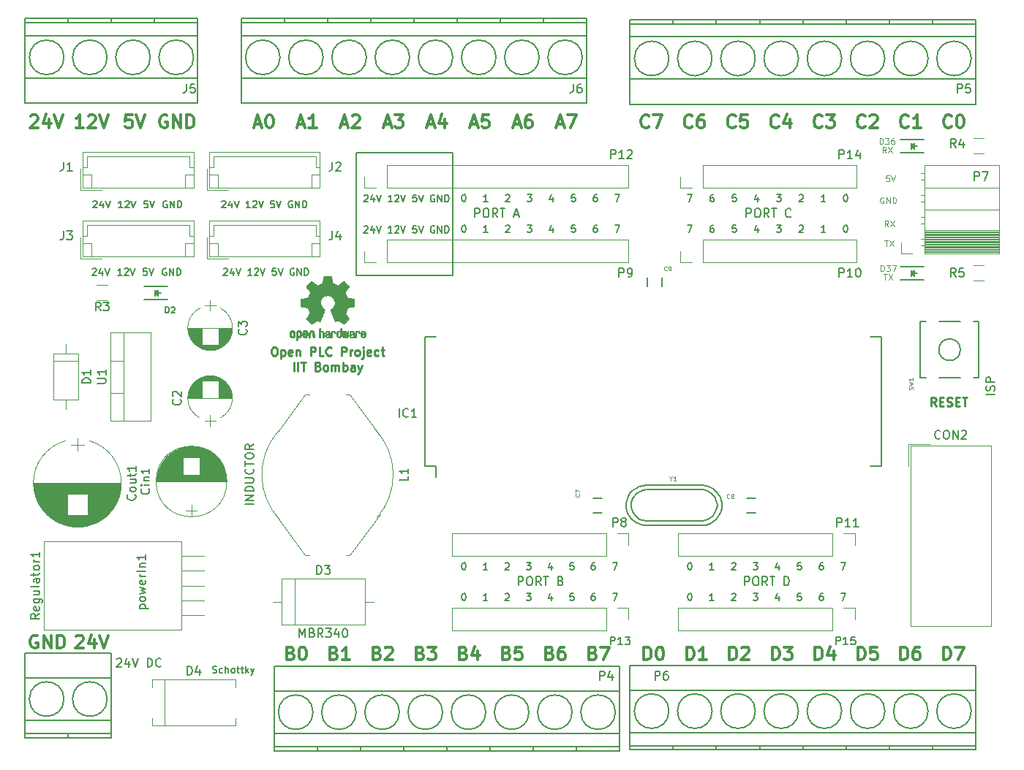
<source format=gbr>
G04 #@! TF.GenerationSoftware,KiCad,Pcbnew,5.0.1*
G04 #@! TF.CreationDate,2019-03-20T15:41:13+05:30*
G04 #@! TF.ProjectId,OpenPLC_V2,4F70656E504C435F56322E6B69636164,rev?*
G04 #@! TF.SameCoordinates,Original*
G04 #@! TF.FileFunction,Legend,Top*
G04 #@! TF.FilePolarity,Positive*
%FSLAX46Y46*%
G04 Gerber Fmt 4.6, Leading zero omitted, Abs format (unit mm)*
G04 Created by KiCad (PCBNEW 5.0.1) date Wed 20 Mar 2019 03:41:13 PM IST*
%MOMM*%
%LPD*%
G01*
G04 APERTURE LIST*
%ADD10C,0.150000*%
%ADD11C,0.300000*%
%ADD12C,0.200000*%
%ADD13C,0.125000*%
%ADD14C,0.250000*%
%ADD15C,0.120000*%
%ADD16C,0.010000*%
G04 APERTURE END LIST*
D10*
X173240571Y-103993904D02*
X172783428Y-103993904D01*
X173012000Y-103993904D02*
X173012000Y-103193904D01*
X172935809Y-103308190D01*
X172859619Y-103384380D01*
X172783428Y-103422476D01*
D11*
X175048571Y-114438571D02*
X175048571Y-112938571D01*
X175405714Y-112938571D01*
X175619999Y-113010000D01*
X175762856Y-113152857D01*
X175834285Y-113295714D01*
X175905714Y-113581428D01*
X175905714Y-113795714D01*
X175834285Y-114081428D01*
X175762856Y-114224285D01*
X175619999Y-114367142D01*
X175405714Y-114438571D01*
X175048571Y-114438571D01*
X176477142Y-113081428D02*
X176548571Y-113010000D01*
X176691428Y-112938571D01*
X177048571Y-112938571D01*
X177191428Y-113010000D01*
X177262856Y-113081428D01*
X177334285Y-113224285D01*
X177334285Y-113367142D01*
X177262856Y-113581428D01*
X176405714Y-114438571D01*
X177334285Y-114438571D01*
D10*
X144271904Y-106749904D02*
X144348095Y-106749904D01*
X144424285Y-106788000D01*
X144462380Y-106826095D01*
X144500476Y-106902285D01*
X144538571Y-107054666D01*
X144538571Y-107245142D01*
X144500476Y-107397523D01*
X144462380Y-107473714D01*
X144424285Y-107511809D01*
X144348095Y-107549904D01*
X144271904Y-107549904D01*
X144195714Y-107511809D01*
X144157619Y-107473714D01*
X144119523Y-107397523D01*
X144081428Y-107245142D01*
X144081428Y-107054666D01*
X144119523Y-106902285D01*
X144157619Y-106826095D01*
X144195714Y-106788000D01*
X144271904Y-106749904D01*
X150619380Y-105794880D02*
X150619380Y-104794880D01*
X151000333Y-104794880D01*
X151095571Y-104842500D01*
X151143190Y-104890119D01*
X151190809Y-104985357D01*
X151190809Y-105128214D01*
X151143190Y-105223452D01*
X151095571Y-105271071D01*
X151000333Y-105318690D01*
X150619380Y-105318690D01*
X151809857Y-104794880D02*
X152000333Y-104794880D01*
X152095571Y-104842500D01*
X152190809Y-104937738D01*
X152238428Y-105128214D01*
X152238428Y-105461547D01*
X152190809Y-105652023D01*
X152095571Y-105747261D01*
X152000333Y-105794880D01*
X151809857Y-105794880D01*
X151714619Y-105747261D01*
X151619380Y-105652023D01*
X151571761Y-105461547D01*
X151571761Y-105128214D01*
X151619380Y-104937738D01*
X151714619Y-104842500D01*
X151809857Y-104794880D01*
X153238428Y-105794880D02*
X152905095Y-105318690D01*
X152667000Y-105794880D02*
X152667000Y-104794880D01*
X153047952Y-104794880D01*
X153143190Y-104842500D01*
X153190809Y-104890119D01*
X153238428Y-104985357D01*
X153238428Y-105128214D01*
X153190809Y-105223452D01*
X153143190Y-105271071D01*
X153047952Y-105318690D01*
X152667000Y-105318690D01*
X153524142Y-104794880D02*
X154095571Y-104794880D01*
X153809857Y-105794880D02*
X153809857Y-104794880D01*
X155524142Y-105271071D02*
X155667000Y-105318690D01*
X155714619Y-105366309D01*
X155762238Y-105461547D01*
X155762238Y-105604404D01*
X155714619Y-105699642D01*
X155667000Y-105747261D01*
X155571761Y-105794880D01*
X155190809Y-105794880D01*
X155190809Y-104794880D01*
X155524142Y-104794880D01*
X155619380Y-104842500D01*
X155667000Y-104890119D01*
X155714619Y-104985357D01*
X155714619Y-105080595D01*
X155667000Y-105175833D01*
X155619380Y-105223452D01*
X155524142Y-105271071D01*
X155190809Y-105271071D01*
D12*
X131826000Y-69850000D02*
X131826000Y-55626000D01*
X143002000Y-69850000D02*
X131826000Y-69850000D01*
X143002000Y-55626000D02*
X143002000Y-69850000D01*
X131826000Y-55626000D02*
X143002000Y-55626000D01*
D10*
X186158281Y-64877904D02*
X185701138Y-64877904D01*
X185929710Y-64877904D02*
X185929710Y-64077904D01*
X185853519Y-64192190D01*
X185777329Y-64268380D01*
X185701138Y-64306476D01*
X180510473Y-64077904D02*
X181005711Y-64077904D01*
X180739044Y-64382666D01*
X180853330Y-64382666D01*
X180929520Y-64420761D01*
X180967616Y-64458857D01*
X181005711Y-64535047D01*
X181005711Y-64725523D01*
X180967616Y-64801714D01*
X180929520Y-64839809D01*
X180853330Y-64877904D01*
X180624759Y-64877904D01*
X180548568Y-64839809D01*
X180510473Y-64801714D01*
X170205333Y-64077904D02*
X170738666Y-64077904D01*
X170395809Y-64877904D01*
X188467904Y-64077904D02*
X188544095Y-64077904D01*
X188620285Y-64116000D01*
X188658380Y-64154095D01*
X188696476Y-64230285D01*
X188734571Y-64382666D01*
X188734571Y-64573142D01*
X188696476Y-64725523D01*
X188658380Y-64801714D01*
X188620285Y-64839809D01*
X188544095Y-64877904D01*
X188467904Y-64877904D01*
X188391714Y-64839809D01*
X188353619Y-64801714D01*
X188315523Y-64725523D01*
X188277428Y-64573142D01*
X188277428Y-64382666D01*
X188315523Y-64230285D01*
X188353619Y-64154095D01*
X188391714Y-64116000D01*
X188467904Y-64077904D01*
X173200665Y-64077904D02*
X173048285Y-64077904D01*
X172972094Y-64116000D01*
X172933999Y-64154095D01*
X172857808Y-64268380D01*
X172819713Y-64420761D01*
X172819713Y-64725523D01*
X172857808Y-64801714D01*
X172895904Y-64839809D01*
X172972094Y-64877904D01*
X173124475Y-64877904D01*
X173200665Y-64839809D01*
X173238761Y-64801714D01*
X173276856Y-64725523D01*
X173276856Y-64535047D01*
X173238761Y-64458857D01*
X173200665Y-64420761D01*
X173124475Y-64382666D01*
X172972094Y-64382666D01*
X172895904Y-64420761D01*
X172857808Y-64458857D01*
X172819713Y-64535047D01*
X183124853Y-64154095D02*
X183162948Y-64116000D01*
X183239139Y-64077904D01*
X183429615Y-64077904D01*
X183505805Y-64116000D01*
X183543901Y-64154095D01*
X183581996Y-64230285D01*
X183581996Y-64306476D01*
X183543901Y-64420761D01*
X183086758Y-64877904D01*
X183581996Y-64877904D01*
X178353235Y-64344571D02*
X178353235Y-64877904D01*
X178162759Y-64039809D02*
X177972283Y-64611238D01*
X178467521Y-64611238D01*
X175815046Y-64077904D02*
X175434093Y-64077904D01*
X175395998Y-64458857D01*
X175434093Y-64420761D01*
X175510284Y-64382666D01*
X175700760Y-64382666D01*
X175776950Y-64420761D01*
X175815046Y-64458857D01*
X175853141Y-64535047D01*
X175853141Y-64725523D01*
X175815046Y-64801714D01*
X175776950Y-64839809D01*
X175700760Y-64877904D01*
X175510284Y-64877904D01*
X175434093Y-64839809D01*
X175395998Y-64801714D01*
X188467904Y-60521904D02*
X188544095Y-60521904D01*
X188620285Y-60560000D01*
X188658380Y-60598095D01*
X188696476Y-60674285D01*
X188734571Y-60826666D01*
X188734571Y-61017142D01*
X188696476Y-61169523D01*
X188658380Y-61245714D01*
X188620285Y-61283809D01*
X188544095Y-61321904D01*
X188467904Y-61321904D01*
X188391714Y-61283809D01*
X188353619Y-61245714D01*
X188315523Y-61169523D01*
X188277428Y-61017142D01*
X188277428Y-60826666D01*
X188315523Y-60674285D01*
X188353619Y-60598095D01*
X188391714Y-60560000D01*
X188467904Y-60521904D01*
X186158281Y-61321904D02*
X185701138Y-61321904D01*
X185929710Y-61321904D02*
X185929710Y-60521904D01*
X185853519Y-60636190D01*
X185777329Y-60712380D01*
X185701138Y-60750476D01*
X183124853Y-60598095D02*
X183162948Y-60560000D01*
X183239139Y-60521904D01*
X183429615Y-60521904D01*
X183505805Y-60560000D01*
X183543901Y-60598095D01*
X183581996Y-60674285D01*
X183581996Y-60750476D01*
X183543901Y-60864761D01*
X183086758Y-61321904D01*
X183581996Y-61321904D01*
X180510473Y-60521904D02*
X181005711Y-60521904D01*
X180739044Y-60826666D01*
X180853330Y-60826666D01*
X180929520Y-60864761D01*
X180967616Y-60902857D01*
X181005711Y-60979047D01*
X181005711Y-61169523D01*
X180967616Y-61245714D01*
X180929520Y-61283809D01*
X180853330Y-61321904D01*
X180624759Y-61321904D01*
X180548568Y-61283809D01*
X180510473Y-61245714D01*
X178353235Y-60788571D02*
X178353235Y-61321904D01*
X178162759Y-60483809D02*
X177972283Y-61055238D01*
X178467521Y-61055238D01*
X175815046Y-60521904D02*
X175434093Y-60521904D01*
X175395998Y-60902857D01*
X175434093Y-60864761D01*
X175510284Y-60826666D01*
X175700760Y-60826666D01*
X175776950Y-60864761D01*
X175815046Y-60902857D01*
X175853141Y-60979047D01*
X175853141Y-61169523D01*
X175815046Y-61245714D01*
X175776950Y-61283809D01*
X175700760Y-61321904D01*
X175510284Y-61321904D01*
X175434093Y-61283809D01*
X175395998Y-61245714D01*
X173200665Y-60521904D02*
X173048285Y-60521904D01*
X172972094Y-60560000D01*
X172933999Y-60598095D01*
X172857808Y-60712380D01*
X172819713Y-60864761D01*
X172819713Y-61169523D01*
X172857808Y-61245714D01*
X172895904Y-61283809D01*
X172972094Y-61321904D01*
X173124475Y-61321904D01*
X173200665Y-61283809D01*
X173238761Y-61245714D01*
X173276856Y-61169523D01*
X173276856Y-60979047D01*
X173238761Y-60902857D01*
X173200665Y-60864761D01*
X173124475Y-60826666D01*
X172972094Y-60826666D01*
X172895904Y-60864761D01*
X172857808Y-60902857D01*
X172819713Y-60979047D01*
X170205333Y-60521904D02*
X170738666Y-60521904D01*
X170395809Y-61321904D01*
X145590809Y-63122880D02*
X145590809Y-62122880D01*
X145971761Y-62122880D01*
X146067000Y-62170500D01*
X146114619Y-62218119D01*
X146162238Y-62313357D01*
X146162238Y-62456214D01*
X146114619Y-62551452D01*
X146067000Y-62599071D01*
X145971761Y-62646690D01*
X145590809Y-62646690D01*
X146781285Y-62122880D02*
X146971761Y-62122880D01*
X147067000Y-62170500D01*
X147162238Y-62265738D01*
X147209857Y-62456214D01*
X147209857Y-62789547D01*
X147162238Y-62980023D01*
X147067000Y-63075261D01*
X146971761Y-63122880D01*
X146781285Y-63122880D01*
X146686047Y-63075261D01*
X146590809Y-62980023D01*
X146543190Y-62789547D01*
X146543190Y-62456214D01*
X146590809Y-62265738D01*
X146686047Y-62170500D01*
X146781285Y-62122880D01*
X148209857Y-63122880D02*
X147876523Y-62646690D01*
X147638428Y-63122880D02*
X147638428Y-62122880D01*
X148019380Y-62122880D01*
X148114619Y-62170500D01*
X148162238Y-62218119D01*
X148209857Y-62313357D01*
X148209857Y-62456214D01*
X148162238Y-62551452D01*
X148114619Y-62599071D01*
X148019380Y-62646690D01*
X147638428Y-62646690D01*
X148495571Y-62122880D02*
X149067000Y-62122880D01*
X148781285Y-63122880D02*
X148781285Y-62122880D01*
X150114619Y-62837166D02*
X150590809Y-62837166D01*
X150019380Y-63122880D02*
X150352714Y-62122880D01*
X150686047Y-63122880D01*
X159702380Y-64077904D02*
X159550000Y-64077904D01*
X159473809Y-64116000D01*
X159435714Y-64154095D01*
X159359523Y-64268380D01*
X159321428Y-64420761D01*
X159321428Y-64725523D01*
X159359523Y-64801714D01*
X159397619Y-64839809D01*
X159473809Y-64877904D01*
X159626190Y-64877904D01*
X159702380Y-64839809D01*
X159740476Y-64801714D01*
X159778571Y-64725523D01*
X159778571Y-64535047D01*
X159740476Y-64458857D01*
X159702380Y-64420761D01*
X159626190Y-64382666D01*
X159473809Y-64382666D01*
X159397619Y-64420761D01*
X159359523Y-64458857D01*
X159321428Y-64535047D01*
X144271904Y-64077904D02*
X144348095Y-64077904D01*
X144424285Y-64116000D01*
X144462380Y-64154095D01*
X144500476Y-64230285D01*
X144538571Y-64382666D01*
X144538571Y-64573142D01*
X144500476Y-64725523D01*
X144462380Y-64801714D01*
X144424285Y-64839809D01*
X144348095Y-64877904D01*
X144271904Y-64877904D01*
X144195714Y-64839809D01*
X144157619Y-64801714D01*
X144119523Y-64725523D01*
X144081428Y-64573142D01*
X144081428Y-64382666D01*
X144119523Y-64230285D01*
X144157619Y-64154095D01*
X144195714Y-64116000D01*
X144271904Y-64077904D01*
X147078571Y-64877904D02*
X146621428Y-64877904D01*
X146850000Y-64877904D02*
X146850000Y-64077904D01*
X146773809Y-64192190D01*
X146697619Y-64268380D01*
X146621428Y-64306476D01*
X149161428Y-64154095D02*
X149199523Y-64116000D01*
X149275714Y-64077904D01*
X149466190Y-64077904D01*
X149542380Y-64116000D01*
X149580476Y-64154095D01*
X149618571Y-64230285D01*
X149618571Y-64306476D01*
X149580476Y-64420761D01*
X149123333Y-64877904D01*
X149618571Y-64877904D01*
X161823333Y-64077904D02*
X162356666Y-64077904D01*
X162013809Y-64877904D01*
X157200476Y-64077904D02*
X156819523Y-64077904D01*
X156781428Y-64458857D01*
X156819523Y-64420761D01*
X156895714Y-64382666D01*
X157086190Y-64382666D01*
X157162380Y-64420761D01*
X157200476Y-64458857D01*
X157238571Y-64535047D01*
X157238571Y-64725523D01*
X157200476Y-64801714D01*
X157162380Y-64839809D01*
X157086190Y-64877904D01*
X156895714Y-64877904D01*
X156819523Y-64839809D01*
X156781428Y-64801714D01*
X151663333Y-64077904D02*
X152158571Y-64077904D01*
X151891904Y-64382666D01*
X152006190Y-64382666D01*
X152082380Y-64420761D01*
X152120476Y-64458857D01*
X152158571Y-64535047D01*
X152158571Y-64725523D01*
X152120476Y-64801714D01*
X152082380Y-64839809D01*
X152006190Y-64877904D01*
X151777619Y-64877904D01*
X151701428Y-64839809D01*
X151663333Y-64801714D01*
X154622380Y-64344571D02*
X154622380Y-64877904D01*
X154431904Y-64039809D02*
X154241428Y-64611238D01*
X154736666Y-64611238D01*
X185864380Y-103193904D02*
X185712000Y-103193904D01*
X185635809Y-103232000D01*
X185597714Y-103270095D01*
X185521523Y-103384380D01*
X185483428Y-103536761D01*
X185483428Y-103841523D01*
X185521523Y-103917714D01*
X185559619Y-103955809D01*
X185635809Y-103993904D01*
X185788190Y-103993904D01*
X185864380Y-103955809D01*
X185902476Y-103917714D01*
X185940571Y-103841523D01*
X185940571Y-103651047D01*
X185902476Y-103574857D01*
X185864380Y-103536761D01*
X185788190Y-103498666D01*
X185635809Y-103498666D01*
X185559619Y-103536761D01*
X185521523Y-103574857D01*
X185483428Y-103651047D01*
X170433904Y-103193904D02*
X170510095Y-103193904D01*
X170586285Y-103232000D01*
X170624380Y-103270095D01*
X170662476Y-103346285D01*
X170700571Y-103498666D01*
X170700571Y-103689142D01*
X170662476Y-103841523D01*
X170624380Y-103917714D01*
X170586285Y-103955809D01*
X170510095Y-103993904D01*
X170433904Y-103993904D01*
X170357714Y-103955809D01*
X170319619Y-103917714D01*
X170281523Y-103841523D01*
X170243428Y-103689142D01*
X170243428Y-103498666D01*
X170281523Y-103346285D01*
X170319619Y-103270095D01*
X170357714Y-103232000D01*
X170433904Y-103193904D01*
X175323428Y-103270095D02*
X175361523Y-103232000D01*
X175437714Y-103193904D01*
X175628190Y-103193904D01*
X175704380Y-103232000D01*
X175742476Y-103270095D01*
X175780571Y-103346285D01*
X175780571Y-103422476D01*
X175742476Y-103536761D01*
X175285333Y-103993904D01*
X175780571Y-103993904D01*
X187985333Y-103193904D02*
X188518666Y-103193904D01*
X188175809Y-103993904D01*
X183362476Y-103193904D02*
X182981523Y-103193904D01*
X182943428Y-103574857D01*
X182981523Y-103536761D01*
X183057714Y-103498666D01*
X183248190Y-103498666D01*
X183324380Y-103536761D01*
X183362476Y-103574857D01*
X183400571Y-103651047D01*
X183400571Y-103841523D01*
X183362476Y-103917714D01*
X183324380Y-103955809D01*
X183248190Y-103993904D01*
X183057714Y-103993904D01*
X182981523Y-103955809D01*
X182943428Y-103917714D01*
X177825333Y-103193904D02*
X178320571Y-103193904D01*
X178053904Y-103498666D01*
X178168190Y-103498666D01*
X178244380Y-103536761D01*
X178282476Y-103574857D01*
X178320571Y-103651047D01*
X178320571Y-103841523D01*
X178282476Y-103917714D01*
X178244380Y-103955809D01*
X178168190Y-103993904D01*
X177939619Y-103993904D01*
X177863428Y-103955809D01*
X177825333Y-103917714D01*
X180784380Y-103460571D02*
X180784380Y-103993904D01*
X180593904Y-103155809D02*
X180403428Y-103727238D01*
X180898666Y-103727238D01*
X185864380Y-106749904D02*
X185712000Y-106749904D01*
X185635809Y-106788000D01*
X185597714Y-106826095D01*
X185521523Y-106940380D01*
X185483428Y-107092761D01*
X185483428Y-107397523D01*
X185521523Y-107473714D01*
X185559619Y-107511809D01*
X185635809Y-107549904D01*
X185788190Y-107549904D01*
X185864380Y-107511809D01*
X185902476Y-107473714D01*
X185940571Y-107397523D01*
X185940571Y-107207047D01*
X185902476Y-107130857D01*
X185864380Y-107092761D01*
X185788190Y-107054666D01*
X185635809Y-107054666D01*
X185559619Y-107092761D01*
X185521523Y-107130857D01*
X185483428Y-107207047D01*
X170433904Y-106749904D02*
X170510095Y-106749904D01*
X170586285Y-106788000D01*
X170624380Y-106826095D01*
X170662476Y-106902285D01*
X170700571Y-107054666D01*
X170700571Y-107245142D01*
X170662476Y-107397523D01*
X170624380Y-107473714D01*
X170586285Y-107511809D01*
X170510095Y-107549904D01*
X170433904Y-107549904D01*
X170357714Y-107511809D01*
X170319619Y-107473714D01*
X170281523Y-107397523D01*
X170243428Y-107245142D01*
X170243428Y-107054666D01*
X170281523Y-106902285D01*
X170319619Y-106826095D01*
X170357714Y-106788000D01*
X170433904Y-106749904D01*
X173240571Y-107549904D02*
X172783428Y-107549904D01*
X173012000Y-107549904D02*
X173012000Y-106749904D01*
X172935809Y-106864190D01*
X172859619Y-106940380D01*
X172783428Y-106978476D01*
X175323428Y-106826095D02*
X175361523Y-106788000D01*
X175437714Y-106749904D01*
X175628190Y-106749904D01*
X175704380Y-106788000D01*
X175742476Y-106826095D01*
X175780571Y-106902285D01*
X175780571Y-106978476D01*
X175742476Y-107092761D01*
X175285333Y-107549904D01*
X175780571Y-107549904D01*
X187985333Y-106749904D02*
X188518666Y-106749904D01*
X188175809Y-107549904D01*
X183362476Y-106749904D02*
X182981523Y-106749904D01*
X182943428Y-107130857D01*
X182981523Y-107092761D01*
X183057714Y-107054666D01*
X183248190Y-107054666D01*
X183324380Y-107092761D01*
X183362476Y-107130857D01*
X183400571Y-107207047D01*
X183400571Y-107397523D01*
X183362476Y-107473714D01*
X183324380Y-107511809D01*
X183248190Y-107549904D01*
X183057714Y-107549904D01*
X182981523Y-107511809D01*
X182943428Y-107473714D01*
X177825333Y-106749904D02*
X178320571Y-106749904D01*
X178053904Y-107054666D01*
X178168190Y-107054666D01*
X178244380Y-107092761D01*
X178282476Y-107130857D01*
X178320571Y-107207047D01*
X178320571Y-107397523D01*
X178282476Y-107473714D01*
X178244380Y-107511809D01*
X178168190Y-107549904D01*
X177939619Y-107549904D01*
X177863428Y-107511809D01*
X177825333Y-107473714D01*
X180784380Y-107016571D02*
X180784380Y-107549904D01*
X180593904Y-106711809D02*
X180403428Y-107283238D01*
X180898666Y-107283238D01*
X159448380Y-106749904D02*
X159296000Y-106749904D01*
X159219809Y-106788000D01*
X159181714Y-106826095D01*
X159105523Y-106940380D01*
X159067428Y-107092761D01*
X159067428Y-107397523D01*
X159105523Y-107473714D01*
X159143619Y-107511809D01*
X159219809Y-107549904D01*
X159372190Y-107549904D01*
X159448380Y-107511809D01*
X159486476Y-107473714D01*
X159524571Y-107397523D01*
X159524571Y-107207047D01*
X159486476Y-107130857D01*
X159448380Y-107092761D01*
X159372190Y-107054666D01*
X159219809Y-107054666D01*
X159143619Y-107092761D01*
X159105523Y-107130857D01*
X159067428Y-107207047D01*
X147042285Y-107549904D02*
X146585142Y-107549904D01*
X146813714Y-107549904D02*
X146813714Y-106749904D01*
X146737523Y-106864190D01*
X146661333Y-106940380D01*
X146585142Y-106978476D01*
X149088856Y-106826095D02*
X149126951Y-106788000D01*
X149203142Y-106749904D01*
X149393618Y-106749904D01*
X149469808Y-106788000D01*
X149507904Y-106826095D01*
X149545999Y-106902285D01*
X149545999Y-106978476D01*
X149507904Y-107092761D01*
X149050761Y-107549904D01*
X149545999Y-107549904D01*
X161569334Y-106749904D02*
X162102667Y-106749904D01*
X161759810Y-107549904D01*
X157019046Y-106749904D02*
X156638093Y-106749904D01*
X156599998Y-107130857D01*
X156638093Y-107092761D01*
X156714284Y-107054666D01*
X156904760Y-107054666D01*
X156980950Y-107092761D01*
X157019046Y-107130857D01*
X157057141Y-107207047D01*
X157057141Y-107397523D01*
X157019046Y-107473714D01*
X156980950Y-107511809D01*
X156904760Y-107549904D01*
X156714284Y-107549904D01*
X156638093Y-107511809D01*
X156599998Y-107473714D01*
X151554475Y-106749904D02*
X152049713Y-106749904D01*
X151783046Y-107054666D01*
X151897332Y-107054666D01*
X151973522Y-107092761D01*
X152011618Y-107130857D01*
X152049713Y-107207047D01*
X152049713Y-107397523D01*
X152011618Y-107473714D01*
X151973522Y-107511809D01*
X151897332Y-107549904D01*
X151668761Y-107549904D01*
X151592570Y-107511809D01*
X151554475Y-107473714D01*
X154477236Y-107016571D02*
X154477236Y-107549904D01*
X154286760Y-106711809D02*
X154096284Y-107283238D01*
X154591522Y-107283238D01*
X159448380Y-103193903D02*
X159296000Y-103193903D01*
X159219809Y-103231999D01*
X159181714Y-103270094D01*
X159105523Y-103384379D01*
X159067428Y-103536760D01*
X159067428Y-103841522D01*
X159105523Y-103917713D01*
X159143619Y-103955808D01*
X159219809Y-103993903D01*
X159372190Y-103993903D01*
X159448380Y-103955808D01*
X159486476Y-103917713D01*
X159524571Y-103841522D01*
X159524571Y-103651046D01*
X159486476Y-103574856D01*
X159448380Y-103536760D01*
X159372190Y-103498665D01*
X159219809Y-103498665D01*
X159143619Y-103536760D01*
X159105523Y-103574856D01*
X159067428Y-103651046D01*
X144271904Y-103193904D02*
X144348095Y-103193904D01*
X144424285Y-103232000D01*
X144462380Y-103270095D01*
X144500476Y-103346285D01*
X144538571Y-103498666D01*
X144538571Y-103689142D01*
X144500476Y-103841523D01*
X144462380Y-103917714D01*
X144424285Y-103955809D01*
X144348095Y-103993904D01*
X144271904Y-103993904D01*
X144195714Y-103955809D01*
X144157619Y-103917714D01*
X144119523Y-103841523D01*
X144081428Y-103689142D01*
X144081428Y-103498666D01*
X144119523Y-103346285D01*
X144157619Y-103270095D01*
X144195714Y-103232000D01*
X144271904Y-103193904D01*
X147042285Y-103993904D02*
X146585142Y-103993904D01*
X146813714Y-103993904D02*
X146813714Y-103193904D01*
X146737523Y-103308190D01*
X146661333Y-103384380D01*
X146585142Y-103422476D01*
X149088856Y-103270094D02*
X149126951Y-103231999D01*
X149203142Y-103193903D01*
X149393618Y-103193903D01*
X149469808Y-103231999D01*
X149507904Y-103270094D01*
X149545999Y-103346284D01*
X149545999Y-103422475D01*
X149507904Y-103536760D01*
X149050761Y-103993903D01*
X149545999Y-103993903D01*
X161569334Y-103193904D02*
X162102667Y-103193904D01*
X161759810Y-103993904D01*
X157019046Y-103193904D02*
X156638093Y-103193904D01*
X156599998Y-103574857D01*
X156638093Y-103536761D01*
X156714284Y-103498666D01*
X156904760Y-103498666D01*
X156980950Y-103536761D01*
X157019046Y-103574857D01*
X157057141Y-103651047D01*
X157057141Y-103841523D01*
X157019046Y-103917714D01*
X156980950Y-103955809D01*
X156904760Y-103993904D01*
X156714284Y-103993904D01*
X156638093Y-103955809D01*
X156599998Y-103917714D01*
X151554475Y-103193904D02*
X152049713Y-103193904D01*
X151783046Y-103498666D01*
X151897332Y-103498666D01*
X151973522Y-103536761D01*
X152011618Y-103574857D01*
X152049713Y-103651047D01*
X152049713Y-103841523D01*
X152011618Y-103917714D01*
X151973522Y-103955809D01*
X151897332Y-103993904D01*
X151668761Y-103993904D01*
X151592570Y-103955809D01*
X151554475Y-103917714D01*
X154477236Y-103460571D02*
X154477236Y-103993904D01*
X154286760Y-103155809D02*
X154096284Y-103727238D01*
X154591522Y-103727238D01*
X161823333Y-60521904D02*
X162356666Y-60521904D01*
X162013809Y-61321904D01*
X159702380Y-60521904D02*
X159550000Y-60521904D01*
X159473809Y-60560000D01*
X159435714Y-60598095D01*
X159359523Y-60712380D01*
X159321428Y-60864761D01*
X159321428Y-61169523D01*
X159359523Y-61245714D01*
X159397619Y-61283809D01*
X159473809Y-61321904D01*
X159626190Y-61321904D01*
X159702380Y-61283809D01*
X159740476Y-61245714D01*
X159778571Y-61169523D01*
X159778571Y-60979047D01*
X159740476Y-60902857D01*
X159702380Y-60864761D01*
X159626190Y-60826666D01*
X159473809Y-60826666D01*
X159397619Y-60864761D01*
X159359523Y-60902857D01*
X159321428Y-60979047D01*
X157200476Y-60521904D02*
X156819523Y-60521904D01*
X156781428Y-60902857D01*
X156819523Y-60864761D01*
X156895714Y-60826666D01*
X157086190Y-60826666D01*
X157162380Y-60864761D01*
X157200476Y-60902857D01*
X157238571Y-60979047D01*
X157238571Y-61169523D01*
X157200476Y-61245714D01*
X157162380Y-61283809D01*
X157086190Y-61321904D01*
X156895714Y-61321904D01*
X156819523Y-61283809D01*
X156781428Y-61245714D01*
X154622380Y-60788571D02*
X154622380Y-61321904D01*
X154431904Y-60483809D02*
X154241428Y-61055238D01*
X154736666Y-61055238D01*
X151663333Y-60521904D02*
X152158571Y-60521904D01*
X151891904Y-60826666D01*
X152006190Y-60826666D01*
X152082380Y-60864761D01*
X152120476Y-60902857D01*
X152158571Y-60979047D01*
X152158571Y-61169523D01*
X152120476Y-61245714D01*
X152082380Y-61283809D01*
X152006190Y-61321904D01*
X151777619Y-61321904D01*
X151701428Y-61283809D01*
X151663333Y-61245714D01*
X149161428Y-60598095D02*
X149199523Y-60560000D01*
X149275714Y-60521904D01*
X149466190Y-60521904D01*
X149542380Y-60560000D01*
X149580476Y-60598095D01*
X149618571Y-60674285D01*
X149618571Y-60750476D01*
X149580476Y-60864761D01*
X149123333Y-61321904D01*
X149618571Y-61321904D01*
X147078571Y-61321904D02*
X146621428Y-61321904D01*
X146850000Y-61321904D02*
X146850000Y-60521904D01*
X146773809Y-60636190D01*
X146697619Y-60712380D01*
X146621428Y-60750476D01*
X144271904Y-60521904D02*
X144348095Y-60521904D01*
X144424285Y-60560000D01*
X144462380Y-60598095D01*
X144500476Y-60674285D01*
X144538571Y-60826666D01*
X144538571Y-61017142D01*
X144500476Y-61169523D01*
X144462380Y-61245714D01*
X144424285Y-61283809D01*
X144348095Y-61321904D01*
X144271904Y-61321904D01*
X144195714Y-61283809D01*
X144157619Y-61245714D01*
X144119523Y-61169523D01*
X144081428Y-61017142D01*
X144081428Y-60826666D01*
X144119523Y-60674285D01*
X144157619Y-60598095D01*
X144195714Y-60560000D01*
X144271904Y-60521904D01*
X132763619Y-60618095D02*
X132801714Y-60580000D01*
X132877904Y-60541904D01*
X133068380Y-60541904D01*
X133144571Y-60580000D01*
X133182666Y-60618095D01*
X133220761Y-60694285D01*
X133220761Y-60770476D01*
X133182666Y-60884761D01*
X132725523Y-61341904D01*
X133220761Y-61341904D01*
X133906476Y-60808571D02*
X133906476Y-61341904D01*
X133716000Y-60503809D02*
X133525523Y-61075238D01*
X134020761Y-61075238D01*
X134211238Y-60541904D02*
X134477904Y-61341904D01*
X134744571Y-60541904D01*
X138814412Y-60541904D02*
X138433459Y-60541904D01*
X138395364Y-60922857D01*
X138433459Y-60884761D01*
X138509650Y-60846666D01*
X138700126Y-60846666D01*
X138776316Y-60884761D01*
X138814412Y-60922857D01*
X138852507Y-60999047D01*
X138852507Y-61189523D01*
X138814412Y-61265714D01*
X138776316Y-61303809D01*
X138700126Y-61341904D01*
X138509650Y-61341904D01*
X138433459Y-61303809D01*
X138395364Y-61265714D01*
X139081078Y-60541904D02*
X139347745Y-61341904D01*
X139614412Y-60541904D01*
X136036634Y-61341904D02*
X135579492Y-61341904D01*
X135808063Y-61341904D02*
X135808063Y-60541904D01*
X135731873Y-60656190D01*
X135655682Y-60732380D01*
X135579492Y-60770476D01*
X136341396Y-60618095D02*
X136379492Y-60580000D01*
X136455682Y-60541904D01*
X136646158Y-60541904D01*
X136722349Y-60580000D01*
X136760444Y-60618095D01*
X136798539Y-60694285D01*
X136798539Y-60770476D01*
X136760444Y-60884761D01*
X136303301Y-61341904D01*
X136798539Y-61341904D01*
X137027111Y-60541904D02*
X137293777Y-61341904D01*
X137560444Y-60541904D01*
X140906476Y-60580000D02*
X140830285Y-60541904D01*
X140716000Y-60541904D01*
X140601714Y-60580000D01*
X140525523Y-60656190D01*
X140487428Y-60732380D01*
X140449333Y-60884761D01*
X140449333Y-60999047D01*
X140487428Y-61151428D01*
X140525523Y-61227619D01*
X140601714Y-61303809D01*
X140716000Y-61341904D01*
X140792190Y-61341904D01*
X140906476Y-61303809D01*
X140944571Y-61265714D01*
X140944571Y-60999047D01*
X140792190Y-60999047D01*
X141287428Y-61341904D02*
X141287428Y-60541904D01*
X141744571Y-61341904D01*
X141744571Y-60541904D01*
X142125523Y-61341904D02*
X142125523Y-60541904D01*
X142316000Y-60541904D01*
X142430285Y-60580000D01*
X142506476Y-60656190D01*
X142544571Y-60732380D01*
X142582666Y-60884761D01*
X142582666Y-60999047D01*
X142544571Y-61151428D01*
X142506476Y-61227619D01*
X142430285Y-61303809D01*
X142316000Y-61341904D01*
X142125523Y-61341904D01*
X132763619Y-64208095D02*
X132801714Y-64170000D01*
X132877904Y-64131904D01*
X133068380Y-64131904D01*
X133144571Y-64170000D01*
X133182666Y-64208095D01*
X133220761Y-64284285D01*
X133220761Y-64360476D01*
X133182666Y-64474761D01*
X132725523Y-64931904D01*
X133220761Y-64931904D01*
X133906476Y-64398571D02*
X133906476Y-64931904D01*
X133716000Y-64093809D02*
X133525523Y-64665238D01*
X134020761Y-64665238D01*
X134211238Y-64131904D02*
X134477904Y-64931904D01*
X134744571Y-64131904D01*
X138814412Y-64131904D02*
X138433459Y-64131904D01*
X138395364Y-64512857D01*
X138433459Y-64474761D01*
X138509650Y-64436666D01*
X138700126Y-64436666D01*
X138776316Y-64474761D01*
X138814412Y-64512857D01*
X138852507Y-64589047D01*
X138852507Y-64779523D01*
X138814412Y-64855714D01*
X138776316Y-64893809D01*
X138700126Y-64931904D01*
X138509650Y-64931904D01*
X138433459Y-64893809D01*
X138395364Y-64855714D01*
X139081078Y-64131904D02*
X139347745Y-64931904D01*
X139614412Y-64131904D01*
X136036634Y-64931904D02*
X135579492Y-64931904D01*
X135808063Y-64931904D02*
X135808063Y-64131904D01*
X135731873Y-64246190D01*
X135655682Y-64322380D01*
X135579492Y-64360476D01*
X136341396Y-64208095D02*
X136379492Y-64170000D01*
X136455682Y-64131904D01*
X136646158Y-64131904D01*
X136722349Y-64170000D01*
X136760444Y-64208095D01*
X136798539Y-64284285D01*
X136798539Y-64360476D01*
X136760444Y-64474761D01*
X136303301Y-64931904D01*
X136798539Y-64931904D01*
X137027111Y-64131904D02*
X137293777Y-64931904D01*
X137560444Y-64131904D01*
X140906476Y-64170000D02*
X140830285Y-64131904D01*
X140716000Y-64131904D01*
X140601714Y-64170000D01*
X140525523Y-64246190D01*
X140487428Y-64322380D01*
X140449333Y-64474761D01*
X140449333Y-64589047D01*
X140487428Y-64741428D01*
X140525523Y-64817619D01*
X140601714Y-64893809D01*
X140716000Y-64931904D01*
X140792190Y-64931904D01*
X140906476Y-64893809D01*
X140944571Y-64855714D01*
X140944571Y-64589047D01*
X140792190Y-64589047D01*
X141287428Y-64931904D02*
X141287428Y-64131904D01*
X141744571Y-64931904D01*
X141744571Y-64131904D01*
X142125523Y-64931904D02*
X142125523Y-64131904D01*
X142316000Y-64131904D01*
X142430285Y-64170000D01*
X142506476Y-64246190D01*
X142544571Y-64322380D01*
X142582666Y-64474761D01*
X142582666Y-64589047D01*
X142544571Y-64741428D01*
X142506476Y-64817619D01*
X142430285Y-64893809D01*
X142316000Y-64931904D01*
X142125523Y-64931904D01*
D11*
X159272857Y-113652857D02*
X159487142Y-113724285D01*
X159558571Y-113795714D01*
X159630000Y-113938571D01*
X159630000Y-114152857D01*
X159558571Y-114295714D01*
X159487142Y-114367142D01*
X159344285Y-114438571D01*
X158772857Y-114438571D01*
X158772857Y-112938571D01*
X159272857Y-112938571D01*
X159415714Y-113010000D01*
X159487142Y-113081428D01*
X159558571Y-113224285D01*
X159558571Y-113367142D01*
X159487142Y-113510000D01*
X159415714Y-113581428D01*
X159272857Y-113652857D01*
X158772857Y-113652857D01*
X160130000Y-112938571D02*
X161130000Y-112938571D01*
X160487142Y-114438571D01*
X154272857Y-113652857D02*
X154487142Y-113724285D01*
X154558571Y-113795714D01*
X154630000Y-113938571D01*
X154630000Y-114152857D01*
X154558571Y-114295714D01*
X154487142Y-114367142D01*
X154344285Y-114438571D01*
X153772857Y-114438571D01*
X153772857Y-112938571D01*
X154272857Y-112938571D01*
X154415714Y-113010000D01*
X154487142Y-113081428D01*
X154558571Y-113224285D01*
X154558571Y-113367142D01*
X154487142Y-113510000D01*
X154415714Y-113581428D01*
X154272857Y-113652857D01*
X153772857Y-113652857D01*
X155915714Y-112938571D02*
X155630000Y-112938571D01*
X155487142Y-113010000D01*
X155415714Y-113081428D01*
X155272857Y-113295714D01*
X155201428Y-113581428D01*
X155201428Y-114152857D01*
X155272857Y-114295714D01*
X155344285Y-114367142D01*
X155487142Y-114438571D01*
X155772857Y-114438571D01*
X155915714Y-114367142D01*
X155987142Y-114295714D01*
X156058571Y-114152857D01*
X156058571Y-113795714D01*
X155987142Y-113652857D01*
X155915714Y-113581428D01*
X155772857Y-113510000D01*
X155487142Y-113510000D01*
X155344285Y-113581428D01*
X155272857Y-113652857D01*
X155201428Y-113795714D01*
X149272857Y-113652857D02*
X149487142Y-113724285D01*
X149558571Y-113795714D01*
X149630000Y-113938571D01*
X149630000Y-114152857D01*
X149558571Y-114295714D01*
X149487142Y-114367142D01*
X149344285Y-114438571D01*
X148772857Y-114438571D01*
X148772857Y-112938571D01*
X149272857Y-112938571D01*
X149415714Y-113010000D01*
X149487142Y-113081428D01*
X149558571Y-113224285D01*
X149558571Y-113367142D01*
X149487142Y-113510000D01*
X149415714Y-113581428D01*
X149272857Y-113652857D01*
X148772857Y-113652857D01*
X150987142Y-112938571D02*
X150272857Y-112938571D01*
X150201428Y-113652857D01*
X150272857Y-113581428D01*
X150415714Y-113510000D01*
X150772857Y-113510000D01*
X150915714Y-113581428D01*
X150987142Y-113652857D01*
X151058571Y-113795714D01*
X151058571Y-114152857D01*
X150987142Y-114295714D01*
X150915714Y-114367142D01*
X150772857Y-114438571D01*
X150415714Y-114438571D01*
X150272857Y-114367142D01*
X150201428Y-114295714D01*
X144272857Y-113652857D02*
X144487142Y-113724285D01*
X144558571Y-113795714D01*
X144630000Y-113938571D01*
X144630000Y-114152857D01*
X144558571Y-114295714D01*
X144487142Y-114367142D01*
X144344285Y-114438571D01*
X143772857Y-114438571D01*
X143772857Y-112938571D01*
X144272857Y-112938571D01*
X144415714Y-113010000D01*
X144487142Y-113081428D01*
X144558571Y-113224285D01*
X144558571Y-113367142D01*
X144487142Y-113510000D01*
X144415714Y-113581428D01*
X144272857Y-113652857D01*
X143772857Y-113652857D01*
X145915714Y-113438571D02*
X145915714Y-114438571D01*
X145558571Y-112867142D02*
X145201428Y-113938571D01*
X146130000Y-113938571D01*
X139272857Y-113652857D02*
X139487142Y-113724285D01*
X139558571Y-113795714D01*
X139630000Y-113938571D01*
X139630000Y-114152857D01*
X139558571Y-114295714D01*
X139487142Y-114367142D01*
X139344285Y-114438571D01*
X138772857Y-114438571D01*
X138772857Y-112938571D01*
X139272857Y-112938571D01*
X139415714Y-113010000D01*
X139487142Y-113081428D01*
X139558571Y-113224285D01*
X139558571Y-113367142D01*
X139487142Y-113510000D01*
X139415714Y-113581428D01*
X139272857Y-113652857D01*
X138772857Y-113652857D01*
X140130000Y-112938571D02*
X141058571Y-112938571D01*
X140558571Y-113510000D01*
X140772857Y-113510000D01*
X140915714Y-113581428D01*
X140987142Y-113652857D01*
X141058571Y-113795714D01*
X141058571Y-114152857D01*
X140987142Y-114295714D01*
X140915714Y-114367142D01*
X140772857Y-114438571D01*
X140344285Y-114438571D01*
X140201428Y-114367142D01*
X140130000Y-114295714D01*
X134272857Y-113652857D02*
X134487142Y-113724285D01*
X134558571Y-113795714D01*
X134630000Y-113938571D01*
X134630000Y-114152857D01*
X134558571Y-114295714D01*
X134487142Y-114367142D01*
X134344285Y-114438571D01*
X133772857Y-114438571D01*
X133772857Y-112938571D01*
X134272857Y-112938571D01*
X134415714Y-113010000D01*
X134487142Y-113081428D01*
X134558571Y-113224285D01*
X134558571Y-113367142D01*
X134487142Y-113510000D01*
X134415714Y-113581428D01*
X134272857Y-113652857D01*
X133772857Y-113652857D01*
X135201428Y-113081428D02*
X135272857Y-113010000D01*
X135415714Y-112938571D01*
X135772857Y-112938571D01*
X135915714Y-113010000D01*
X135987142Y-113081428D01*
X136058571Y-113224285D01*
X136058571Y-113367142D01*
X135987142Y-113581428D01*
X135130000Y-114438571D01*
X136058571Y-114438571D01*
X129272857Y-113652857D02*
X129487142Y-113724285D01*
X129558571Y-113795714D01*
X129630000Y-113938571D01*
X129630000Y-114152857D01*
X129558571Y-114295714D01*
X129487142Y-114367142D01*
X129344285Y-114438571D01*
X128772857Y-114438571D01*
X128772857Y-112938571D01*
X129272857Y-112938571D01*
X129415714Y-113010000D01*
X129487142Y-113081428D01*
X129558571Y-113224285D01*
X129558571Y-113367142D01*
X129487142Y-113510000D01*
X129415714Y-113581428D01*
X129272857Y-113652857D01*
X128772857Y-113652857D01*
X131058571Y-114438571D02*
X130201428Y-114438571D01*
X130630000Y-114438571D02*
X130630000Y-112938571D01*
X130487142Y-113152857D01*
X130344285Y-113295714D01*
X130201428Y-113367142D01*
X124272857Y-113652857D02*
X124487142Y-113724285D01*
X124558571Y-113795714D01*
X124630000Y-113938571D01*
X124630000Y-114152857D01*
X124558571Y-114295714D01*
X124487142Y-114367142D01*
X124344285Y-114438571D01*
X123772857Y-114438571D01*
X123772857Y-112938571D01*
X124272857Y-112938571D01*
X124415714Y-113010000D01*
X124487142Y-113081428D01*
X124558571Y-113224285D01*
X124558571Y-113367142D01*
X124487142Y-113510000D01*
X124415714Y-113581428D01*
X124272857Y-113652857D01*
X123772857Y-113652857D01*
X125558571Y-112938571D02*
X125701428Y-112938571D01*
X125844285Y-113010000D01*
X125915714Y-113081428D01*
X125987142Y-113224285D01*
X126058571Y-113510000D01*
X126058571Y-113867142D01*
X125987142Y-114152857D01*
X125915714Y-114295714D01*
X125844285Y-114367142D01*
X125701428Y-114438571D01*
X125558571Y-114438571D01*
X125415714Y-114367142D01*
X125344285Y-114295714D01*
X125272857Y-114152857D01*
X125201428Y-113867142D01*
X125201428Y-113510000D01*
X125272857Y-113224285D01*
X125344285Y-113081428D01*
X125415714Y-113010000D01*
X125558571Y-112938571D01*
X165142857Y-114438571D02*
X165142857Y-112938571D01*
X165500000Y-112938571D01*
X165714285Y-113010000D01*
X165857142Y-113152857D01*
X165928571Y-113295714D01*
X166000000Y-113581428D01*
X166000000Y-113795714D01*
X165928571Y-114081428D01*
X165857142Y-114224285D01*
X165714285Y-114367142D01*
X165500000Y-114438571D01*
X165142857Y-114438571D01*
X166928571Y-112938571D02*
X167071428Y-112938571D01*
X167214285Y-113010000D01*
X167285714Y-113081428D01*
X167357142Y-113224285D01*
X167428571Y-113510000D01*
X167428571Y-113867142D01*
X167357142Y-114152857D01*
X167285714Y-114295714D01*
X167214285Y-114367142D01*
X167071428Y-114438571D01*
X166928571Y-114438571D01*
X166785714Y-114367142D01*
X166714285Y-114295714D01*
X166642857Y-114152857D01*
X166571428Y-113867142D01*
X166571428Y-113510000D01*
X166642857Y-113224285D01*
X166714285Y-113081428D01*
X166785714Y-113010000D01*
X166928571Y-112938571D01*
X170095714Y-114438571D02*
X170095714Y-112938571D01*
X170452857Y-112938571D01*
X170667142Y-113010000D01*
X170809999Y-113152857D01*
X170881428Y-113295714D01*
X170952857Y-113581428D01*
X170952857Y-113795714D01*
X170881428Y-114081428D01*
X170809999Y-114224285D01*
X170667142Y-114367142D01*
X170452857Y-114438571D01*
X170095714Y-114438571D01*
X172381428Y-114438571D02*
X171524285Y-114438571D01*
X171952857Y-114438571D02*
X171952857Y-112938571D01*
X171809999Y-113152857D01*
X171667142Y-113295714D01*
X171524285Y-113367142D01*
X199812857Y-114438571D02*
X199812857Y-112938571D01*
X200170000Y-112938571D01*
X200384285Y-113010000D01*
X200527142Y-113152857D01*
X200598571Y-113295714D01*
X200670000Y-113581428D01*
X200670000Y-113795714D01*
X200598571Y-114081428D01*
X200527142Y-114224285D01*
X200384285Y-114367142D01*
X200170000Y-114438571D01*
X199812857Y-114438571D01*
X201170000Y-112938571D02*
X202170000Y-112938571D01*
X201527142Y-114438571D01*
X194859999Y-114438571D02*
X194859999Y-112938571D01*
X195217142Y-112938571D01*
X195431427Y-113010000D01*
X195574284Y-113152857D01*
X195645713Y-113295714D01*
X195717142Y-113581428D01*
X195717142Y-113795714D01*
X195645713Y-114081428D01*
X195574284Y-114224285D01*
X195431427Y-114367142D01*
X195217142Y-114438571D01*
X194859999Y-114438571D01*
X197002856Y-112938571D02*
X196717142Y-112938571D01*
X196574284Y-113010000D01*
X196502856Y-113081428D01*
X196359999Y-113295714D01*
X196288570Y-113581428D01*
X196288570Y-114152857D01*
X196359999Y-114295714D01*
X196431427Y-114367142D01*
X196574284Y-114438571D01*
X196859999Y-114438571D01*
X197002856Y-114367142D01*
X197074284Y-114295714D01*
X197145713Y-114152857D01*
X197145713Y-113795714D01*
X197074284Y-113652857D01*
X197002856Y-113581428D01*
X196859999Y-113510000D01*
X196574284Y-113510000D01*
X196431427Y-113581428D01*
X196359999Y-113652857D01*
X196288570Y-113795714D01*
X189907142Y-114438571D02*
X189907142Y-112938571D01*
X190264285Y-112938571D01*
X190478570Y-113010000D01*
X190621427Y-113152857D01*
X190692856Y-113295714D01*
X190764285Y-113581428D01*
X190764285Y-113795714D01*
X190692856Y-114081428D01*
X190621427Y-114224285D01*
X190478570Y-114367142D01*
X190264285Y-114438571D01*
X189907142Y-114438571D01*
X192121427Y-112938571D02*
X191407142Y-112938571D01*
X191335713Y-113652857D01*
X191407142Y-113581428D01*
X191549999Y-113510000D01*
X191907142Y-113510000D01*
X192049999Y-113581428D01*
X192121427Y-113652857D01*
X192192856Y-113795714D01*
X192192856Y-114152857D01*
X192121427Y-114295714D01*
X192049999Y-114367142D01*
X191907142Y-114438571D01*
X191549999Y-114438571D01*
X191407142Y-114367142D01*
X191335713Y-114295714D01*
X184954285Y-114438571D02*
X184954285Y-112938571D01*
X185311428Y-112938571D01*
X185525713Y-113010000D01*
X185668570Y-113152857D01*
X185739999Y-113295714D01*
X185811428Y-113581428D01*
X185811428Y-113795714D01*
X185739999Y-114081428D01*
X185668570Y-114224285D01*
X185525713Y-114367142D01*
X185311428Y-114438571D01*
X184954285Y-114438571D01*
X187097142Y-113438571D02*
X187097142Y-114438571D01*
X186739999Y-112867142D02*
X186382856Y-113938571D01*
X187311428Y-113938571D01*
X180001428Y-114438571D02*
X180001428Y-112938571D01*
X180358571Y-112938571D01*
X180572856Y-113010000D01*
X180715713Y-113152857D01*
X180787142Y-113295714D01*
X180858571Y-113581428D01*
X180858571Y-113795714D01*
X180787142Y-114081428D01*
X180715713Y-114224285D01*
X180572856Y-114367142D01*
X180358571Y-114438571D01*
X180001428Y-114438571D01*
X181358571Y-112938571D02*
X182287142Y-112938571D01*
X181787142Y-113510000D01*
X182001428Y-113510000D01*
X182144285Y-113581428D01*
X182215713Y-113652857D01*
X182287142Y-113795714D01*
X182287142Y-114152857D01*
X182215713Y-114295714D01*
X182144285Y-114367142D01*
X182001428Y-114438571D01*
X181572856Y-114438571D01*
X181429999Y-114367142D01*
X181358571Y-114295714D01*
X200750000Y-52635714D02*
X200678571Y-52707142D01*
X200464285Y-52778571D01*
X200321428Y-52778571D01*
X200107142Y-52707142D01*
X199964285Y-52564285D01*
X199892857Y-52421428D01*
X199821428Y-52135714D01*
X199821428Y-51921428D01*
X199892857Y-51635714D01*
X199964285Y-51492857D01*
X200107142Y-51350000D01*
X200321428Y-51278571D01*
X200464285Y-51278571D01*
X200678571Y-51350000D01*
X200750000Y-51421428D01*
X201678571Y-51278571D02*
X201821428Y-51278571D01*
X201964285Y-51350000D01*
X202035714Y-51421428D01*
X202107142Y-51564285D01*
X202178571Y-51850000D01*
X202178571Y-52207142D01*
X202107142Y-52492857D01*
X202035714Y-52635714D01*
X201964285Y-52707142D01*
X201821428Y-52778571D01*
X201678571Y-52778571D01*
X201535714Y-52707142D01*
X201464285Y-52635714D01*
X201392857Y-52492857D01*
X201321428Y-52207142D01*
X201321428Y-51850000D01*
X201392857Y-51564285D01*
X201464285Y-51421428D01*
X201535714Y-51350000D01*
X201678571Y-51278571D01*
X195750000Y-52635714D02*
X195678571Y-52707142D01*
X195464285Y-52778571D01*
X195321428Y-52778571D01*
X195107142Y-52707142D01*
X194964285Y-52564285D01*
X194892857Y-52421428D01*
X194821428Y-52135714D01*
X194821428Y-51921428D01*
X194892857Y-51635714D01*
X194964285Y-51492857D01*
X195107142Y-51350000D01*
X195321428Y-51278571D01*
X195464285Y-51278571D01*
X195678571Y-51350000D01*
X195750000Y-51421428D01*
X197178571Y-52778571D02*
X196321428Y-52778571D01*
X196750000Y-52778571D02*
X196750000Y-51278571D01*
X196607142Y-51492857D01*
X196464285Y-51635714D01*
X196321428Y-51707142D01*
X190750000Y-52635714D02*
X190678571Y-52707142D01*
X190464285Y-52778571D01*
X190321428Y-52778571D01*
X190107142Y-52707142D01*
X189964285Y-52564285D01*
X189892857Y-52421428D01*
X189821428Y-52135714D01*
X189821428Y-51921428D01*
X189892857Y-51635714D01*
X189964285Y-51492857D01*
X190107142Y-51350000D01*
X190321428Y-51278571D01*
X190464285Y-51278571D01*
X190678571Y-51350000D01*
X190750000Y-51421428D01*
X191321428Y-51421428D02*
X191392857Y-51350000D01*
X191535714Y-51278571D01*
X191892857Y-51278571D01*
X192035714Y-51350000D01*
X192107142Y-51421428D01*
X192178571Y-51564285D01*
X192178571Y-51707142D01*
X192107142Y-51921428D01*
X191250000Y-52778571D01*
X192178571Y-52778571D01*
X185750000Y-52635714D02*
X185678571Y-52707142D01*
X185464285Y-52778571D01*
X185321428Y-52778571D01*
X185107142Y-52707142D01*
X184964285Y-52564285D01*
X184892857Y-52421428D01*
X184821428Y-52135714D01*
X184821428Y-51921428D01*
X184892857Y-51635714D01*
X184964285Y-51492857D01*
X185107142Y-51350000D01*
X185321428Y-51278571D01*
X185464285Y-51278571D01*
X185678571Y-51350000D01*
X185750000Y-51421428D01*
X186250000Y-51278571D02*
X187178571Y-51278571D01*
X186678571Y-51850000D01*
X186892857Y-51850000D01*
X187035714Y-51921428D01*
X187107142Y-51992857D01*
X187178571Y-52135714D01*
X187178571Y-52492857D01*
X187107142Y-52635714D01*
X187035714Y-52707142D01*
X186892857Y-52778571D01*
X186464285Y-52778571D01*
X186321428Y-52707142D01*
X186250000Y-52635714D01*
X180750000Y-52635714D02*
X180678571Y-52707142D01*
X180464285Y-52778571D01*
X180321428Y-52778571D01*
X180107142Y-52707142D01*
X179964285Y-52564285D01*
X179892857Y-52421428D01*
X179821428Y-52135714D01*
X179821428Y-51921428D01*
X179892857Y-51635714D01*
X179964285Y-51492857D01*
X180107142Y-51350000D01*
X180321428Y-51278571D01*
X180464285Y-51278571D01*
X180678571Y-51350000D01*
X180750000Y-51421428D01*
X182035714Y-51778571D02*
X182035714Y-52778571D01*
X181678571Y-51207142D02*
X181321428Y-52278571D01*
X182250000Y-52278571D01*
X175750000Y-52635714D02*
X175678571Y-52707142D01*
X175464285Y-52778571D01*
X175321428Y-52778571D01*
X175107142Y-52707142D01*
X174964285Y-52564285D01*
X174892857Y-52421428D01*
X174821428Y-52135714D01*
X174821428Y-51921428D01*
X174892857Y-51635714D01*
X174964285Y-51492857D01*
X175107142Y-51350000D01*
X175321428Y-51278571D01*
X175464285Y-51278571D01*
X175678571Y-51350000D01*
X175750000Y-51421428D01*
X177107142Y-51278571D02*
X176392857Y-51278571D01*
X176321428Y-51992857D01*
X176392857Y-51921428D01*
X176535714Y-51850000D01*
X176892857Y-51850000D01*
X177035714Y-51921428D01*
X177107142Y-51992857D01*
X177178571Y-52135714D01*
X177178571Y-52492857D01*
X177107142Y-52635714D01*
X177035714Y-52707142D01*
X176892857Y-52778571D01*
X176535714Y-52778571D01*
X176392857Y-52707142D01*
X176321428Y-52635714D01*
X170750000Y-52635714D02*
X170678571Y-52707142D01*
X170464285Y-52778571D01*
X170321428Y-52778571D01*
X170107142Y-52707142D01*
X169964285Y-52564285D01*
X169892857Y-52421428D01*
X169821428Y-52135714D01*
X169821428Y-51921428D01*
X169892857Y-51635714D01*
X169964285Y-51492857D01*
X170107142Y-51350000D01*
X170321428Y-51278571D01*
X170464285Y-51278571D01*
X170678571Y-51350000D01*
X170750000Y-51421428D01*
X172035714Y-51278571D02*
X171750000Y-51278571D01*
X171607142Y-51350000D01*
X171535714Y-51421428D01*
X171392857Y-51635714D01*
X171321428Y-51921428D01*
X171321428Y-52492857D01*
X171392857Y-52635714D01*
X171464285Y-52707142D01*
X171607142Y-52778571D01*
X171892857Y-52778571D01*
X172035714Y-52707142D01*
X172107142Y-52635714D01*
X172178571Y-52492857D01*
X172178571Y-52135714D01*
X172107142Y-51992857D01*
X172035714Y-51921428D01*
X171892857Y-51850000D01*
X171607142Y-51850000D01*
X171464285Y-51921428D01*
X171392857Y-51992857D01*
X171321428Y-52135714D01*
X165750000Y-52635714D02*
X165678571Y-52707142D01*
X165464285Y-52778571D01*
X165321428Y-52778571D01*
X165107142Y-52707142D01*
X164964285Y-52564285D01*
X164892857Y-52421428D01*
X164821428Y-52135714D01*
X164821428Y-51921428D01*
X164892857Y-51635714D01*
X164964285Y-51492857D01*
X165107142Y-51350000D01*
X165321428Y-51278571D01*
X165464285Y-51278571D01*
X165678571Y-51350000D01*
X165750000Y-51421428D01*
X166250000Y-51278571D02*
X167250000Y-51278571D01*
X166607142Y-52778571D01*
X155096571Y-52350000D02*
X155810857Y-52350000D01*
X154953714Y-52778571D02*
X155453714Y-51278571D01*
X155953714Y-52778571D01*
X156310857Y-51278571D02*
X157310857Y-51278571D01*
X156668000Y-52778571D01*
X150096571Y-52350000D02*
X150810857Y-52350000D01*
X149953714Y-52778571D02*
X150453714Y-51278571D01*
X150953714Y-52778571D01*
X152096571Y-51278571D02*
X151810857Y-51278571D01*
X151668000Y-51350000D01*
X151596571Y-51421428D01*
X151453714Y-51635714D01*
X151382285Y-51921428D01*
X151382285Y-52492857D01*
X151453714Y-52635714D01*
X151525142Y-52707142D01*
X151668000Y-52778571D01*
X151953714Y-52778571D01*
X152096571Y-52707142D01*
X152168000Y-52635714D01*
X152239428Y-52492857D01*
X152239428Y-52135714D01*
X152168000Y-51992857D01*
X152096571Y-51921428D01*
X151953714Y-51850000D01*
X151668000Y-51850000D01*
X151525142Y-51921428D01*
X151453714Y-51992857D01*
X151382285Y-52135714D01*
X145096571Y-52350000D02*
X145810857Y-52350000D01*
X144953714Y-52778571D02*
X145453714Y-51278571D01*
X145953714Y-52778571D01*
X147168000Y-51278571D02*
X146453714Y-51278571D01*
X146382285Y-51992857D01*
X146453714Y-51921428D01*
X146596571Y-51850000D01*
X146953714Y-51850000D01*
X147096571Y-51921428D01*
X147168000Y-51992857D01*
X147239428Y-52135714D01*
X147239428Y-52492857D01*
X147168000Y-52635714D01*
X147096571Y-52707142D01*
X146953714Y-52778571D01*
X146596571Y-52778571D01*
X146453714Y-52707142D01*
X146382285Y-52635714D01*
X140096571Y-52350000D02*
X140810857Y-52350000D01*
X139953714Y-52778571D02*
X140453714Y-51278571D01*
X140953714Y-52778571D01*
X142096571Y-51778571D02*
X142096571Y-52778571D01*
X141739428Y-51207142D02*
X141382285Y-52278571D01*
X142310857Y-52278571D01*
X135096571Y-52350000D02*
X135810857Y-52350000D01*
X134953714Y-52778571D02*
X135453714Y-51278571D01*
X135953714Y-52778571D01*
X136310857Y-51278571D02*
X137239428Y-51278571D01*
X136739428Y-51850000D01*
X136953714Y-51850000D01*
X137096571Y-51921428D01*
X137168000Y-51992857D01*
X137239428Y-52135714D01*
X137239428Y-52492857D01*
X137168000Y-52635714D01*
X137096571Y-52707142D01*
X136953714Y-52778571D01*
X136525142Y-52778571D01*
X136382285Y-52707142D01*
X136310857Y-52635714D01*
X130096571Y-52350000D02*
X130810857Y-52350000D01*
X129953714Y-52778571D02*
X130453714Y-51278571D01*
X130953714Y-52778571D01*
X131382285Y-51421428D02*
X131453714Y-51350000D01*
X131596571Y-51278571D01*
X131953714Y-51278571D01*
X132096571Y-51350000D01*
X132168000Y-51421428D01*
X132239428Y-51564285D01*
X132239428Y-51707142D01*
X132168000Y-51921428D01*
X131310857Y-52778571D01*
X132239428Y-52778571D01*
X125096571Y-52350000D02*
X125810857Y-52350000D01*
X124953714Y-52778571D02*
X125453714Y-51278571D01*
X125953714Y-52778571D01*
X127239428Y-52778571D02*
X126382285Y-52778571D01*
X126810857Y-52778571D02*
X126810857Y-51278571D01*
X126668000Y-51492857D01*
X126525142Y-51635714D01*
X126382285Y-51707142D01*
X120096571Y-52350000D02*
X120810857Y-52350000D01*
X119953714Y-52778571D02*
X120453714Y-51278571D01*
X120953714Y-52778571D01*
X121739428Y-51278571D02*
X121882285Y-51278571D01*
X122025142Y-51350000D01*
X122096571Y-51421428D01*
X122168000Y-51564285D01*
X122239428Y-51850000D01*
X122239428Y-52207142D01*
X122168000Y-52492857D01*
X122096571Y-52635714D01*
X122025142Y-52707142D01*
X121882285Y-52778571D01*
X121739428Y-52778571D01*
X121596571Y-52707142D01*
X121525142Y-52635714D01*
X121453714Y-52492857D01*
X121382285Y-52207142D01*
X121382285Y-51850000D01*
X121453714Y-51564285D01*
X121525142Y-51421428D01*
X121596571Y-51350000D01*
X121739428Y-51278571D01*
X109945142Y-51350000D02*
X109802285Y-51278571D01*
X109588000Y-51278571D01*
X109373714Y-51350000D01*
X109230857Y-51492857D01*
X109159428Y-51635714D01*
X109088000Y-51921428D01*
X109088000Y-52135714D01*
X109159428Y-52421428D01*
X109230857Y-52564285D01*
X109373714Y-52707142D01*
X109588000Y-52778571D01*
X109730857Y-52778571D01*
X109945142Y-52707142D01*
X110016571Y-52635714D01*
X110016571Y-52135714D01*
X109730857Y-52135714D01*
X110659428Y-52778571D02*
X110659428Y-51278571D01*
X111516571Y-52778571D01*
X111516571Y-51278571D01*
X112230857Y-52778571D02*
X112230857Y-51278571D01*
X112588000Y-51278571D01*
X112802285Y-51350000D01*
X112945142Y-51492857D01*
X113016571Y-51635714D01*
X113088000Y-51921428D01*
X113088000Y-52135714D01*
X113016571Y-52421428D01*
X112945142Y-52564285D01*
X112802285Y-52707142D01*
X112588000Y-52778571D01*
X112230857Y-52778571D01*
X105902285Y-51278571D02*
X105188000Y-51278571D01*
X105116571Y-51992857D01*
X105188000Y-51921428D01*
X105330857Y-51850000D01*
X105688000Y-51850000D01*
X105830857Y-51921428D01*
X105902285Y-51992857D01*
X105973714Y-52135714D01*
X105973714Y-52492857D01*
X105902285Y-52635714D01*
X105830857Y-52707142D01*
X105688000Y-52778571D01*
X105330857Y-52778571D01*
X105188000Y-52707142D01*
X105116571Y-52635714D01*
X106402285Y-51278571D02*
X106902285Y-52778571D01*
X107402285Y-51278571D01*
X100259428Y-52778571D02*
X99402285Y-52778571D01*
X99830857Y-52778571D02*
X99830857Y-51278571D01*
X99688000Y-51492857D01*
X99545142Y-51635714D01*
X99402285Y-51707142D01*
X100830857Y-51421428D02*
X100902285Y-51350000D01*
X101045142Y-51278571D01*
X101402285Y-51278571D01*
X101545142Y-51350000D01*
X101616571Y-51421428D01*
X101688000Y-51564285D01*
X101688000Y-51707142D01*
X101616571Y-51921428D01*
X100759428Y-52778571D01*
X101688000Y-52778571D01*
X102116571Y-51278571D02*
X102616571Y-52778571D01*
X103116571Y-51278571D01*
X94152285Y-51421428D02*
X94223714Y-51350000D01*
X94366571Y-51278571D01*
X94723714Y-51278571D01*
X94866571Y-51350000D01*
X94938000Y-51421428D01*
X95009428Y-51564285D01*
X95009428Y-51707142D01*
X94938000Y-51921428D01*
X94080857Y-52778571D01*
X95009428Y-52778571D01*
X96295142Y-51778571D02*
X96295142Y-52778571D01*
X95938000Y-51207142D02*
X95580857Y-52278571D01*
X96509428Y-52278571D01*
X96866571Y-51278571D02*
X97366571Y-52778571D01*
X97866571Y-51278571D01*
D10*
X115219047Y-115923809D02*
X115333333Y-115961904D01*
X115523809Y-115961904D01*
X115600000Y-115923809D01*
X115638095Y-115885714D01*
X115676190Y-115809523D01*
X115676190Y-115733333D01*
X115638095Y-115657142D01*
X115600000Y-115619047D01*
X115523809Y-115580952D01*
X115371428Y-115542857D01*
X115295238Y-115504761D01*
X115257142Y-115466666D01*
X115219047Y-115390476D01*
X115219047Y-115314285D01*
X115257142Y-115238095D01*
X115295238Y-115200000D01*
X115371428Y-115161904D01*
X115561904Y-115161904D01*
X115676190Y-115200000D01*
X116361904Y-115923809D02*
X116285714Y-115961904D01*
X116133333Y-115961904D01*
X116057142Y-115923809D01*
X116019047Y-115885714D01*
X115980952Y-115809523D01*
X115980952Y-115580952D01*
X116019047Y-115504761D01*
X116057142Y-115466666D01*
X116133333Y-115428571D01*
X116285714Y-115428571D01*
X116361904Y-115466666D01*
X116704761Y-115961904D02*
X116704761Y-115161904D01*
X117047619Y-115961904D02*
X117047619Y-115542857D01*
X117009523Y-115466666D01*
X116933333Y-115428571D01*
X116819047Y-115428571D01*
X116742857Y-115466666D01*
X116704761Y-115504761D01*
X117542857Y-115961904D02*
X117466666Y-115923809D01*
X117428571Y-115885714D01*
X117390476Y-115809523D01*
X117390476Y-115580952D01*
X117428571Y-115504761D01*
X117466666Y-115466666D01*
X117542857Y-115428571D01*
X117657142Y-115428571D01*
X117733333Y-115466666D01*
X117771428Y-115504761D01*
X117809523Y-115580952D01*
X117809523Y-115809523D01*
X117771428Y-115885714D01*
X117733333Y-115923809D01*
X117657142Y-115961904D01*
X117542857Y-115961904D01*
X118038095Y-115428571D02*
X118342857Y-115428571D01*
X118152380Y-115161904D02*
X118152380Y-115847619D01*
X118190476Y-115923809D01*
X118266666Y-115961904D01*
X118342857Y-115961904D01*
X118495238Y-115428571D02*
X118800000Y-115428571D01*
X118609523Y-115161904D02*
X118609523Y-115847619D01*
X118647619Y-115923809D01*
X118723809Y-115961904D01*
X118800000Y-115961904D01*
X119066666Y-115961904D02*
X119066666Y-115161904D01*
X119142857Y-115657142D02*
X119371428Y-115961904D01*
X119371428Y-115428571D02*
X119066666Y-115733333D01*
X119638095Y-115428571D02*
X119828571Y-115961904D01*
X120019047Y-115428571D02*
X119828571Y-115961904D01*
X119752380Y-116152380D01*
X119714285Y-116190476D01*
X119638095Y-116228571D01*
D11*
X94957142Y-111650000D02*
X94814285Y-111578571D01*
X94600000Y-111578571D01*
X94385714Y-111650000D01*
X94242857Y-111792857D01*
X94171428Y-111935714D01*
X94100000Y-112221428D01*
X94100000Y-112435714D01*
X94171428Y-112721428D01*
X94242857Y-112864285D01*
X94385714Y-113007142D01*
X94600000Y-113078571D01*
X94742857Y-113078571D01*
X94957142Y-113007142D01*
X95028571Y-112935714D01*
X95028571Y-112435714D01*
X94742857Y-112435714D01*
X95671428Y-113078571D02*
X95671428Y-111578571D01*
X96528571Y-113078571D01*
X96528571Y-111578571D01*
X97242857Y-113078571D02*
X97242857Y-111578571D01*
X97600000Y-111578571D01*
X97814285Y-111650000D01*
X97957142Y-111792857D01*
X98028571Y-111935714D01*
X98100000Y-112221428D01*
X98100000Y-112435714D01*
X98028571Y-112721428D01*
X97957142Y-112864285D01*
X97814285Y-113007142D01*
X97600000Y-113078571D01*
X97242857Y-113078571D01*
X99414285Y-111721428D02*
X99485714Y-111650000D01*
X99628571Y-111578571D01*
X99985714Y-111578571D01*
X100128571Y-111650000D01*
X100200000Y-111721428D01*
X100271428Y-111864285D01*
X100271428Y-112007142D01*
X100200000Y-112221428D01*
X99342857Y-113078571D01*
X100271428Y-113078571D01*
X101557142Y-112078571D02*
X101557142Y-113078571D01*
X101200000Y-111507142D02*
X100842857Y-112578571D01*
X101771428Y-112578571D01*
X102128571Y-111578571D02*
X102628571Y-113078571D01*
X103128571Y-111578571D01*
D10*
X109850476Y-69100000D02*
X109774285Y-69061904D01*
X109660000Y-69061904D01*
X109545714Y-69100000D01*
X109469523Y-69176190D01*
X109431428Y-69252380D01*
X109393333Y-69404761D01*
X109393333Y-69519047D01*
X109431428Y-69671428D01*
X109469523Y-69747619D01*
X109545714Y-69823809D01*
X109660000Y-69861904D01*
X109736190Y-69861904D01*
X109850476Y-69823809D01*
X109888571Y-69785714D01*
X109888571Y-69519047D01*
X109736190Y-69519047D01*
X110231428Y-69861904D02*
X110231428Y-69061904D01*
X110688571Y-69861904D01*
X110688571Y-69061904D01*
X111069523Y-69861904D02*
X111069523Y-69061904D01*
X111260000Y-69061904D01*
X111374285Y-69100000D01*
X111450476Y-69176190D01*
X111488571Y-69252380D01*
X111526666Y-69404761D01*
X111526666Y-69519047D01*
X111488571Y-69671428D01*
X111450476Y-69747619D01*
X111374285Y-69823809D01*
X111260000Y-69861904D01*
X111069523Y-69861904D01*
X124650476Y-69100000D02*
X124574285Y-69061904D01*
X124460000Y-69061904D01*
X124345714Y-69100000D01*
X124269523Y-69176190D01*
X124231428Y-69252380D01*
X124193333Y-69404761D01*
X124193333Y-69519047D01*
X124231428Y-69671428D01*
X124269523Y-69747619D01*
X124345714Y-69823809D01*
X124460000Y-69861904D01*
X124536190Y-69861904D01*
X124650476Y-69823809D01*
X124688571Y-69785714D01*
X124688571Y-69519047D01*
X124536190Y-69519047D01*
X125031428Y-69861904D02*
X125031428Y-69061904D01*
X125488571Y-69861904D01*
X125488571Y-69061904D01*
X125869523Y-69861904D02*
X125869523Y-69061904D01*
X126060000Y-69061904D01*
X126174285Y-69100000D01*
X126250476Y-69176190D01*
X126288571Y-69252380D01*
X126326666Y-69404761D01*
X126326666Y-69519047D01*
X126288571Y-69671428D01*
X126250476Y-69747619D01*
X126174285Y-69823809D01*
X126060000Y-69861904D01*
X125869523Y-69861904D01*
X104713967Y-69861904D02*
X104256825Y-69861904D01*
X104485396Y-69861904D02*
X104485396Y-69061904D01*
X104409206Y-69176190D01*
X104333015Y-69252380D01*
X104256825Y-69290476D01*
X105018729Y-69138095D02*
X105056825Y-69100000D01*
X105133015Y-69061904D01*
X105323491Y-69061904D01*
X105399682Y-69100000D01*
X105437777Y-69138095D01*
X105475872Y-69214285D01*
X105475872Y-69290476D01*
X105437777Y-69404761D01*
X104980634Y-69861904D01*
X105475872Y-69861904D01*
X105704444Y-69061904D02*
X105971110Y-69861904D01*
X106237777Y-69061904D01*
X122558412Y-69061904D02*
X122177459Y-69061904D01*
X122139364Y-69442857D01*
X122177459Y-69404761D01*
X122253650Y-69366666D01*
X122444126Y-69366666D01*
X122520316Y-69404761D01*
X122558412Y-69442857D01*
X122596507Y-69519047D01*
X122596507Y-69709523D01*
X122558412Y-69785714D01*
X122520316Y-69823809D01*
X122444126Y-69861904D01*
X122253650Y-69861904D01*
X122177459Y-69823809D01*
X122139364Y-69785714D01*
X122825078Y-69061904D02*
X123091745Y-69861904D01*
X123358412Y-69061904D01*
X107625078Y-69061904D02*
X107244125Y-69061904D01*
X107206030Y-69442857D01*
X107244125Y-69404761D01*
X107320316Y-69366666D01*
X107510792Y-69366666D01*
X107586982Y-69404761D01*
X107625078Y-69442857D01*
X107663173Y-69519047D01*
X107663173Y-69709523D01*
X107625078Y-69785714D01*
X107586982Y-69823809D01*
X107510792Y-69861904D01*
X107320316Y-69861904D01*
X107244125Y-69823809D01*
X107206030Y-69785714D01*
X107891744Y-69061904D02*
X108158411Y-69861904D01*
X108425078Y-69061904D01*
X101307619Y-69138095D02*
X101345714Y-69100000D01*
X101421904Y-69061904D01*
X101612380Y-69061904D01*
X101688571Y-69100000D01*
X101726666Y-69138095D01*
X101764761Y-69214285D01*
X101764761Y-69290476D01*
X101726666Y-69404761D01*
X101269523Y-69861904D01*
X101764761Y-69861904D01*
X102450476Y-69328571D02*
X102450476Y-69861904D01*
X102260000Y-69023809D02*
X102069523Y-69595238D01*
X102564761Y-69595238D01*
X102755238Y-69061904D02*
X103021904Y-69861904D01*
X103288571Y-69061904D01*
X119780634Y-69861904D02*
X119323492Y-69861904D01*
X119552063Y-69861904D02*
X119552063Y-69061904D01*
X119475873Y-69176190D01*
X119399682Y-69252380D01*
X119323492Y-69290476D01*
X120085396Y-69138095D02*
X120123492Y-69100000D01*
X120199682Y-69061904D01*
X120390158Y-69061904D01*
X120466349Y-69100000D01*
X120504444Y-69138095D01*
X120542539Y-69214285D01*
X120542539Y-69290476D01*
X120504444Y-69404761D01*
X120047301Y-69861904D01*
X120542539Y-69861904D01*
X120771111Y-69061904D02*
X121037777Y-69861904D01*
X121304444Y-69061904D01*
X116507619Y-69138095D02*
X116545714Y-69100000D01*
X116621904Y-69061904D01*
X116812380Y-69061904D01*
X116888571Y-69100000D01*
X116926666Y-69138095D01*
X116964761Y-69214285D01*
X116964761Y-69290476D01*
X116926666Y-69404761D01*
X116469523Y-69861904D01*
X116964761Y-69861904D01*
X117650476Y-69328571D02*
X117650476Y-69861904D01*
X117460000Y-69023809D02*
X117269523Y-69595238D01*
X117764761Y-69595238D01*
X117955238Y-69061904D02*
X118221904Y-69861904D01*
X118488571Y-69061904D01*
X124440476Y-61280000D02*
X124364285Y-61241904D01*
X124250000Y-61241904D01*
X124135714Y-61280000D01*
X124059523Y-61356190D01*
X124021428Y-61432380D01*
X123983333Y-61584761D01*
X123983333Y-61699047D01*
X124021428Y-61851428D01*
X124059523Y-61927619D01*
X124135714Y-62003809D01*
X124250000Y-62041904D01*
X124326190Y-62041904D01*
X124440476Y-62003809D01*
X124478571Y-61965714D01*
X124478571Y-61699047D01*
X124326190Y-61699047D01*
X124821428Y-62041904D02*
X124821428Y-61241904D01*
X125278571Y-62041904D01*
X125278571Y-61241904D01*
X125659523Y-62041904D02*
X125659523Y-61241904D01*
X125850000Y-61241904D01*
X125964285Y-61280000D01*
X126040476Y-61356190D01*
X126078571Y-61432380D01*
X126116666Y-61584761D01*
X126116666Y-61699047D01*
X126078571Y-61851428D01*
X126040476Y-61927619D01*
X125964285Y-62003809D01*
X125850000Y-62041904D01*
X125659523Y-62041904D01*
X119570634Y-62041904D02*
X119113492Y-62041904D01*
X119342063Y-62041904D02*
X119342063Y-61241904D01*
X119265873Y-61356190D01*
X119189682Y-61432380D01*
X119113492Y-61470476D01*
X119875396Y-61318095D02*
X119913492Y-61280000D01*
X119989682Y-61241904D01*
X120180158Y-61241904D01*
X120256349Y-61280000D01*
X120294444Y-61318095D01*
X120332539Y-61394285D01*
X120332539Y-61470476D01*
X120294444Y-61584761D01*
X119837301Y-62041904D01*
X120332539Y-62041904D01*
X120561111Y-61241904D02*
X120827777Y-62041904D01*
X121094444Y-61241904D01*
X122348412Y-61241904D02*
X121967459Y-61241904D01*
X121929364Y-61622857D01*
X121967459Y-61584761D01*
X122043650Y-61546666D01*
X122234126Y-61546666D01*
X122310316Y-61584761D01*
X122348412Y-61622857D01*
X122386507Y-61699047D01*
X122386507Y-61889523D01*
X122348412Y-61965714D01*
X122310316Y-62003809D01*
X122234126Y-62041904D01*
X122043650Y-62041904D01*
X121967459Y-62003809D01*
X121929364Y-61965714D01*
X122615078Y-61241904D02*
X122881745Y-62041904D01*
X123148412Y-61241904D01*
X116297619Y-61318095D02*
X116335714Y-61280000D01*
X116411904Y-61241904D01*
X116602380Y-61241904D01*
X116678571Y-61280000D01*
X116716666Y-61318095D01*
X116754761Y-61394285D01*
X116754761Y-61470476D01*
X116716666Y-61584761D01*
X116259523Y-62041904D01*
X116754761Y-62041904D01*
X117440476Y-61508571D02*
X117440476Y-62041904D01*
X117250000Y-61203809D02*
X117059523Y-61775238D01*
X117554761Y-61775238D01*
X117745238Y-61241904D02*
X118011904Y-62041904D01*
X118278571Y-61241904D01*
X109940476Y-61280000D02*
X109864285Y-61241904D01*
X109750000Y-61241904D01*
X109635714Y-61280000D01*
X109559523Y-61356190D01*
X109521428Y-61432380D01*
X109483333Y-61584761D01*
X109483333Y-61699047D01*
X109521428Y-61851428D01*
X109559523Y-61927619D01*
X109635714Y-62003809D01*
X109750000Y-62041904D01*
X109826190Y-62041904D01*
X109940476Y-62003809D01*
X109978571Y-61965714D01*
X109978571Y-61699047D01*
X109826190Y-61699047D01*
X110321428Y-62041904D02*
X110321428Y-61241904D01*
X110778571Y-62041904D01*
X110778571Y-61241904D01*
X111159523Y-62041904D02*
X111159523Y-61241904D01*
X111350000Y-61241904D01*
X111464285Y-61280000D01*
X111540476Y-61356190D01*
X111578571Y-61432380D01*
X111616666Y-61584761D01*
X111616666Y-61699047D01*
X111578571Y-61851428D01*
X111540476Y-61927619D01*
X111464285Y-62003809D01*
X111350000Y-62041904D01*
X111159523Y-62041904D01*
X107715078Y-61241904D02*
X107334125Y-61241904D01*
X107296030Y-61622857D01*
X107334125Y-61584761D01*
X107410316Y-61546666D01*
X107600792Y-61546666D01*
X107676982Y-61584761D01*
X107715078Y-61622857D01*
X107753173Y-61699047D01*
X107753173Y-61889523D01*
X107715078Y-61965714D01*
X107676982Y-62003809D01*
X107600792Y-62041904D01*
X107410316Y-62041904D01*
X107334125Y-62003809D01*
X107296030Y-61965714D01*
X107981744Y-61241904D02*
X108248411Y-62041904D01*
X108515078Y-61241904D01*
X104803967Y-62041904D02*
X104346825Y-62041904D01*
X104575396Y-62041904D02*
X104575396Y-61241904D01*
X104499206Y-61356190D01*
X104423015Y-61432380D01*
X104346825Y-61470476D01*
X105108729Y-61318095D02*
X105146825Y-61280000D01*
X105223015Y-61241904D01*
X105413491Y-61241904D01*
X105489682Y-61280000D01*
X105527777Y-61318095D01*
X105565872Y-61394285D01*
X105565872Y-61470476D01*
X105527777Y-61584761D01*
X105070634Y-62041904D01*
X105565872Y-62041904D01*
X105794444Y-61241904D02*
X106061110Y-62041904D01*
X106327777Y-61241904D01*
X101397619Y-61318095D02*
X101435714Y-61280000D01*
X101511904Y-61241904D01*
X101702380Y-61241904D01*
X101778571Y-61280000D01*
X101816666Y-61318095D01*
X101854761Y-61394285D01*
X101854761Y-61470476D01*
X101816666Y-61584761D01*
X101359523Y-62041904D01*
X101854761Y-62041904D01*
X102540476Y-61508571D02*
X102540476Y-62041904D01*
X102350000Y-61203809D02*
X102159523Y-61775238D01*
X102654761Y-61775238D01*
X102845238Y-61241904D02*
X103111904Y-62041904D01*
X103378571Y-61241904D01*
D12*
X205752380Y-83676190D02*
X204752380Y-83676190D01*
X205704761Y-83247619D02*
X205752380Y-83104761D01*
X205752380Y-82866666D01*
X205704761Y-82771428D01*
X205657142Y-82723809D01*
X205561904Y-82676190D01*
X205466666Y-82676190D01*
X205371428Y-82723809D01*
X205323809Y-82771428D01*
X205276190Y-82866666D01*
X205228571Y-83057142D01*
X205180952Y-83152380D01*
X205133333Y-83200000D01*
X205038095Y-83247619D01*
X204942857Y-83247619D01*
X204847619Y-83200000D01*
X204800000Y-83152380D01*
X204752380Y-83057142D01*
X204752380Y-82819047D01*
X204800000Y-82676190D01*
X205752380Y-82247619D02*
X204752380Y-82247619D01*
X204752380Y-81866666D01*
X204800000Y-81771428D01*
X204847619Y-81723809D01*
X204942857Y-81676190D01*
X205085714Y-81676190D01*
X205180952Y-81723809D01*
X205228571Y-81771428D01*
X205276190Y-81866666D01*
X205276190Y-82247619D01*
X104108571Y-114355619D02*
X104156190Y-114308000D01*
X104251428Y-114260380D01*
X104489523Y-114260380D01*
X104584761Y-114308000D01*
X104632380Y-114355619D01*
X104680000Y-114450857D01*
X104680000Y-114546095D01*
X104632380Y-114688952D01*
X104060952Y-115260380D01*
X104680000Y-115260380D01*
X105537142Y-114593714D02*
X105537142Y-115260380D01*
X105299047Y-114212761D02*
X105060952Y-114927047D01*
X105680000Y-114927047D01*
X105918095Y-114260380D02*
X106251428Y-115260380D01*
X106584761Y-114260380D01*
X107680000Y-115260380D02*
X107680000Y-114260380D01*
X107918095Y-114260380D01*
X108060952Y-114308000D01*
X108156190Y-114403238D01*
X108203809Y-114498476D01*
X108251428Y-114688952D01*
X108251428Y-114831809D01*
X108203809Y-115022285D01*
X108156190Y-115117523D01*
X108060952Y-115212761D01*
X107918095Y-115260380D01*
X107680000Y-115260380D01*
X109251428Y-115165142D02*
X109203809Y-115212761D01*
X109060952Y-115260380D01*
X108965714Y-115260380D01*
X108822857Y-115212761D01*
X108727619Y-115117523D01*
X108680000Y-115022285D01*
X108632380Y-114831809D01*
X108632380Y-114688952D01*
X108680000Y-114498476D01*
X108727619Y-114403238D01*
X108822857Y-114308000D01*
X108965714Y-114260380D01*
X109060952Y-114260380D01*
X109203809Y-114308000D01*
X109251428Y-114355619D01*
D10*
X176822810Y-105794880D02*
X176822810Y-104794880D01*
X177203763Y-104794880D01*
X177299001Y-104842500D01*
X177346620Y-104890119D01*
X177394239Y-104985357D01*
X177394239Y-105128214D01*
X177346620Y-105223452D01*
X177299001Y-105271071D01*
X177203763Y-105318690D01*
X176822810Y-105318690D01*
X178013287Y-104794880D02*
X178203763Y-104794880D01*
X178299001Y-104842500D01*
X178394239Y-104937738D01*
X178441858Y-105128214D01*
X178441858Y-105461547D01*
X178394239Y-105652023D01*
X178299001Y-105747261D01*
X178203763Y-105794880D01*
X178013287Y-105794880D01*
X177918049Y-105747261D01*
X177822810Y-105652023D01*
X177775191Y-105461547D01*
X177775191Y-105128214D01*
X177822810Y-104937738D01*
X177918049Y-104842500D01*
X178013287Y-104794880D01*
X179441858Y-105794880D02*
X179108525Y-105318690D01*
X178870430Y-105794880D02*
X178870430Y-104794880D01*
X179251382Y-104794880D01*
X179346620Y-104842500D01*
X179394239Y-104890119D01*
X179441858Y-104985357D01*
X179441858Y-105128214D01*
X179394239Y-105223452D01*
X179346620Y-105271071D01*
X179251382Y-105318690D01*
X178870430Y-105318690D01*
X179727572Y-104794880D02*
X180299001Y-104794880D01*
X180013287Y-105794880D02*
X180013287Y-104794880D01*
X181394239Y-105794880D02*
X181394239Y-104794880D01*
X181632334Y-104794880D01*
X181775191Y-104842500D01*
X181870430Y-104937738D01*
X181918049Y-105032976D01*
X181965668Y-105223452D01*
X181965668Y-105366309D01*
X181918049Y-105556785D01*
X181870430Y-105652023D01*
X181775191Y-105747261D01*
X181632334Y-105794880D01*
X181394239Y-105794880D01*
X177015380Y-63122880D02*
X177015380Y-62122880D01*
X177396333Y-62122880D01*
X177491571Y-62170500D01*
X177539190Y-62218119D01*
X177586809Y-62313357D01*
X177586809Y-62456214D01*
X177539190Y-62551452D01*
X177491571Y-62599071D01*
X177396333Y-62646690D01*
X177015380Y-62646690D01*
X178205857Y-62122880D02*
X178396333Y-62122880D01*
X178491571Y-62170500D01*
X178586809Y-62265738D01*
X178634428Y-62456214D01*
X178634428Y-62789547D01*
X178586809Y-62980023D01*
X178491571Y-63075261D01*
X178396333Y-63122880D01*
X178205857Y-63122880D01*
X178110619Y-63075261D01*
X178015380Y-62980023D01*
X177967761Y-62789547D01*
X177967761Y-62456214D01*
X178015380Y-62265738D01*
X178110619Y-62170500D01*
X178205857Y-62122880D01*
X179634428Y-63122880D02*
X179301095Y-62646690D01*
X179063000Y-63122880D02*
X179063000Y-62122880D01*
X179443952Y-62122880D01*
X179539190Y-62170500D01*
X179586809Y-62218119D01*
X179634428Y-62313357D01*
X179634428Y-62456214D01*
X179586809Y-62551452D01*
X179539190Y-62599071D01*
X179443952Y-62646690D01*
X179063000Y-62646690D01*
X179920142Y-62122880D02*
X180491571Y-62122880D01*
X180205857Y-63122880D02*
X180205857Y-62122880D01*
X182158238Y-63027642D02*
X182110619Y-63075261D01*
X181967761Y-63122880D01*
X181872523Y-63122880D01*
X181729666Y-63075261D01*
X181634428Y-62980023D01*
X181586809Y-62884785D01*
X181539190Y-62694309D01*
X181539190Y-62551452D01*
X181586809Y-62360976D01*
X181634428Y-62265738D01*
X181729666Y-62170500D01*
X181872523Y-62122880D01*
X181967761Y-62122880D01*
X182110619Y-62170500D01*
X182158238Y-62218119D01*
D13*
X193014666Y-65783666D02*
X193414666Y-65783666D01*
X193214666Y-66483666D02*
X193214666Y-65783666D01*
X193581333Y-65783666D02*
X194048000Y-66483666D01*
X194048000Y-65783666D02*
X193581333Y-66483666D01*
X193431333Y-64197666D02*
X193198000Y-63864333D01*
X193031333Y-64197666D02*
X193031333Y-63497666D01*
X193298000Y-63497666D01*
X193364666Y-63531000D01*
X193398000Y-63564333D01*
X193431333Y-63631000D01*
X193431333Y-63731000D01*
X193398000Y-63797666D01*
X193364666Y-63831000D01*
X193298000Y-63864333D01*
X193031333Y-63864333D01*
X193664666Y-63497666D02*
X194131333Y-64197666D01*
X194131333Y-63497666D02*
X193664666Y-64197666D01*
X192887666Y-60864000D02*
X192821000Y-60830666D01*
X192721000Y-60830666D01*
X192621000Y-60864000D01*
X192554333Y-60930666D01*
X192521000Y-60997333D01*
X192487666Y-61130666D01*
X192487666Y-61230666D01*
X192521000Y-61364000D01*
X192554333Y-61430666D01*
X192621000Y-61497333D01*
X192721000Y-61530666D01*
X192787666Y-61530666D01*
X192887666Y-61497333D01*
X192921000Y-61464000D01*
X192921000Y-61230666D01*
X192787666Y-61230666D01*
X193221000Y-61530666D02*
X193221000Y-60830666D01*
X193621000Y-61530666D01*
X193621000Y-60830666D01*
X193954333Y-61530666D02*
X193954333Y-60830666D01*
X194121000Y-60830666D01*
X194221000Y-60864000D01*
X194287666Y-60930666D01*
X194321000Y-60997333D01*
X194354333Y-61130666D01*
X194354333Y-61230666D01*
X194321000Y-61364000D01*
X194287666Y-61430666D01*
X194221000Y-61497333D01*
X194121000Y-61530666D01*
X193954333Y-61530666D01*
X193541666Y-58290666D02*
X193208333Y-58290666D01*
X193175000Y-58624000D01*
X193208333Y-58590666D01*
X193275000Y-58557333D01*
X193441666Y-58557333D01*
X193508333Y-58590666D01*
X193541666Y-58624000D01*
X193575000Y-58690666D01*
X193575000Y-58857333D01*
X193541666Y-58924000D01*
X193508333Y-58957333D01*
X193441666Y-58990666D01*
X193275000Y-58990666D01*
X193208333Y-58957333D01*
X193175000Y-58924000D01*
X193775000Y-58290666D02*
X194008333Y-58990666D01*
X194241666Y-58290666D01*
D14*
X122285904Y-78189380D02*
X122476380Y-78189380D01*
X122571619Y-78237000D01*
X122666857Y-78332238D01*
X122714476Y-78522714D01*
X122714476Y-78856047D01*
X122666857Y-79046523D01*
X122571619Y-79141761D01*
X122476380Y-79189380D01*
X122285904Y-79189380D01*
X122190666Y-79141761D01*
X122095428Y-79046523D01*
X122047809Y-78856047D01*
X122047809Y-78522714D01*
X122095428Y-78332238D01*
X122190666Y-78237000D01*
X122285904Y-78189380D01*
X123143047Y-78522714D02*
X123143047Y-79522714D01*
X123143047Y-78570333D02*
X123238285Y-78522714D01*
X123428761Y-78522714D01*
X123524000Y-78570333D01*
X123571619Y-78617952D01*
X123619238Y-78713190D01*
X123619238Y-78998904D01*
X123571619Y-79094142D01*
X123524000Y-79141761D01*
X123428761Y-79189380D01*
X123238285Y-79189380D01*
X123143047Y-79141761D01*
X124428761Y-79141761D02*
X124333523Y-79189380D01*
X124143047Y-79189380D01*
X124047809Y-79141761D01*
X124000190Y-79046523D01*
X124000190Y-78665571D01*
X124047809Y-78570333D01*
X124143047Y-78522714D01*
X124333523Y-78522714D01*
X124428761Y-78570333D01*
X124476380Y-78665571D01*
X124476380Y-78760809D01*
X124000190Y-78856047D01*
X124904952Y-78522714D02*
X124904952Y-79189380D01*
X124904952Y-78617952D02*
X124952571Y-78570333D01*
X125047809Y-78522714D01*
X125190666Y-78522714D01*
X125285904Y-78570333D01*
X125333523Y-78665571D01*
X125333523Y-79189380D01*
X126571619Y-79189380D02*
X126571619Y-78189380D01*
X126952571Y-78189380D01*
X127047809Y-78237000D01*
X127095428Y-78284619D01*
X127143047Y-78379857D01*
X127143047Y-78522714D01*
X127095428Y-78617952D01*
X127047809Y-78665571D01*
X126952571Y-78713190D01*
X126571619Y-78713190D01*
X128047809Y-79189380D02*
X127571619Y-79189380D01*
X127571619Y-78189380D01*
X128952571Y-79094142D02*
X128904952Y-79141761D01*
X128762095Y-79189380D01*
X128666857Y-79189380D01*
X128524000Y-79141761D01*
X128428761Y-79046523D01*
X128381142Y-78951285D01*
X128333523Y-78760809D01*
X128333523Y-78617952D01*
X128381142Y-78427476D01*
X128428761Y-78332238D01*
X128524000Y-78237000D01*
X128666857Y-78189380D01*
X128762095Y-78189380D01*
X128904952Y-78237000D01*
X128952571Y-78284619D01*
X130143047Y-79189380D02*
X130143047Y-78189380D01*
X130524000Y-78189380D01*
X130619238Y-78237000D01*
X130666857Y-78284619D01*
X130714476Y-78379857D01*
X130714476Y-78522714D01*
X130666857Y-78617952D01*
X130619238Y-78665571D01*
X130524000Y-78713190D01*
X130143047Y-78713190D01*
X131143047Y-79189380D02*
X131143047Y-78522714D01*
X131143047Y-78713190D02*
X131190666Y-78617952D01*
X131238285Y-78570333D01*
X131333523Y-78522714D01*
X131428761Y-78522714D01*
X131904952Y-79189380D02*
X131809714Y-79141761D01*
X131762095Y-79094142D01*
X131714476Y-78998904D01*
X131714476Y-78713190D01*
X131762095Y-78617952D01*
X131809714Y-78570333D01*
X131904952Y-78522714D01*
X132047809Y-78522714D01*
X132143047Y-78570333D01*
X132190666Y-78617952D01*
X132238285Y-78713190D01*
X132238285Y-78998904D01*
X132190666Y-79094142D01*
X132143047Y-79141761D01*
X132047809Y-79189380D01*
X131904952Y-79189380D01*
X132666857Y-78522714D02*
X132666857Y-79379857D01*
X132619238Y-79475095D01*
X132524000Y-79522714D01*
X132476380Y-79522714D01*
X132666857Y-78189380D02*
X132619238Y-78237000D01*
X132666857Y-78284619D01*
X132714476Y-78237000D01*
X132666857Y-78189380D01*
X132666857Y-78284619D01*
X133524000Y-79141761D02*
X133428761Y-79189380D01*
X133238285Y-79189380D01*
X133143047Y-79141761D01*
X133095428Y-79046523D01*
X133095428Y-78665571D01*
X133143047Y-78570333D01*
X133238285Y-78522714D01*
X133428761Y-78522714D01*
X133524000Y-78570333D01*
X133571619Y-78665571D01*
X133571619Y-78760809D01*
X133095428Y-78856047D01*
X134428761Y-79141761D02*
X134333523Y-79189380D01*
X134143047Y-79189380D01*
X134047809Y-79141761D01*
X134000190Y-79094142D01*
X133952571Y-78998904D01*
X133952571Y-78713190D01*
X134000190Y-78617952D01*
X134047809Y-78570333D01*
X134143047Y-78522714D01*
X134333523Y-78522714D01*
X134428761Y-78570333D01*
X134714476Y-78522714D02*
X135095428Y-78522714D01*
X134857333Y-78189380D02*
X134857333Y-79046523D01*
X134904952Y-79141761D01*
X135000190Y-79189380D01*
X135095428Y-79189380D01*
X124619238Y-80939380D02*
X124619238Y-79939380D01*
X125095428Y-80939380D02*
X125095428Y-79939380D01*
X125428761Y-79939380D02*
X126000190Y-79939380D01*
X125714476Y-80939380D02*
X125714476Y-79939380D01*
X127428761Y-80415571D02*
X127571619Y-80463190D01*
X127619238Y-80510809D01*
X127666857Y-80606047D01*
X127666857Y-80748904D01*
X127619238Y-80844142D01*
X127571619Y-80891761D01*
X127476380Y-80939380D01*
X127095428Y-80939380D01*
X127095428Y-79939380D01*
X127428761Y-79939380D01*
X127524000Y-79987000D01*
X127571619Y-80034619D01*
X127619238Y-80129857D01*
X127619238Y-80225095D01*
X127571619Y-80320333D01*
X127524000Y-80367952D01*
X127428761Y-80415571D01*
X127095428Y-80415571D01*
X128238285Y-80939380D02*
X128143047Y-80891761D01*
X128095428Y-80844142D01*
X128047809Y-80748904D01*
X128047809Y-80463190D01*
X128095428Y-80367952D01*
X128143047Y-80320333D01*
X128238285Y-80272714D01*
X128381142Y-80272714D01*
X128476380Y-80320333D01*
X128524000Y-80367952D01*
X128571619Y-80463190D01*
X128571619Y-80748904D01*
X128524000Y-80844142D01*
X128476380Y-80891761D01*
X128381142Y-80939380D01*
X128238285Y-80939380D01*
X129000190Y-80939380D02*
X129000190Y-80272714D01*
X129000190Y-80367952D02*
X129047809Y-80320333D01*
X129143047Y-80272714D01*
X129285904Y-80272714D01*
X129381142Y-80320333D01*
X129428761Y-80415571D01*
X129428761Y-80939380D01*
X129428761Y-80415571D02*
X129476380Y-80320333D01*
X129571619Y-80272714D01*
X129714476Y-80272714D01*
X129809714Y-80320333D01*
X129857333Y-80415571D01*
X129857333Y-80939380D01*
X130333523Y-80939380D02*
X130333523Y-79939380D01*
X130333523Y-80320333D02*
X130428761Y-80272714D01*
X130619238Y-80272714D01*
X130714476Y-80320333D01*
X130762095Y-80367952D01*
X130809714Y-80463190D01*
X130809714Y-80748904D01*
X130762095Y-80844142D01*
X130714476Y-80891761D01*
X130619238Y-80939380D01*
X130428761Y-80939380D01*
X130333523Y-80891761D01*
X131666857Y-80939380D02*
X131666857Y-80415571D01*
X131619238Y-80320333D01*
X131524000Y-80272714D01*
X131333523Y-80272714D01*
X131238285Y-80320333D01*
X131666857Y-80891761D02*
X131571619Y-80939380D01*
X131333523Y-80939380D01*
X131238285Y-80891761D01*
X131190666Y-80796523D01*
X131190666Y-80701285D01*
X131238285Y-80606047D01*
X131333523Y-80558428D01*
X131571619Y-80558428D01*
X131666857Y-80510809D01*
X132047809Y-80272714D02*
X132285904Y-80939380D01*
X132524000Y-80272714D02*
X132285904Y-80939380D01*
X132190666Y-81177476D01*
X132143047Y-81225095D01*
X132047809Y-81272714D01*
X198953619Y-85034380D02*
X198620285Y-84558190D01*
X198382190Y-85034380D02*
X198382190Y-84034380D01*
X198763142Y-84034380D01*
X198858380Y-84082000D01*
X198906000Y-84129619D01*
X198953619Y-84224857D01*
X198953619Y-84367714D01*
X198906000Y-84462952D01*
X198858380Y-84510571D01*
X198763142Y-84558190D01*
X198382190Y-84558190D01*
X199382190Y-84510571D02*
X199715523Y-84510571D01*
X199858380Y-85034380D02*
X199382190Y-85034380D01*
X199382190Y-84034380D01*
X199858380Y-84034380D01*
X200239333Y-84986761D02*
X200382190Y-85034380D01*
X200620285Y-85034380D01*
X200715523Y-84986761D01*
X200763142Y-84939142D01*
X200810761Y-84843904D01*
X200810761Y-84748666D01*
X200763142Y-84653428D01*
X200715523Y-84605809D01*
X200620285Y-84558190D01*
X200429809Y-84510571D01*
X200334571Y-84462952D01*
X200286952Y-84415333D01*
X200239333Y-84320095D01*
X200239333Y-84224857D01*
X200286952Y-84129619D01*
X200334571Y-84082000D01*
X200429809Y-84034380D01*
X200667904Y-84034380D01*
X200810761Y-84082000D01*
X201239333Y-84510571D02*
X201572666Y-84510571D01*
X201715523Y-85034380D02*
X201239333Y-85034380D01*
X201239333Y-84034380D01*
X201715523Y-84034380D01*
X202001238Y-84034380D02*
X202572666Y-84034380D01*
X202286952Y-85034380D02*
X202286952Y-84034380D01*
D10*
G04 #@! TO.C,J6*
X123526500Y-40604000D02*
X123526500Y-40104000D01*
X128526500Y-40604000D02*
X128526500Y-40104000D01*
X133526500Y-40604000D02*
X133526500Y-40104000D01*
X138526500Y-40604000D02*
X138526500Y-40104000D01*
X143526500Y-40604000D02*
X143526500Y-40104000D01*
X148526500Y-40604000D02*
X148526500Y-40104000D01*
X153526500Y-40604000D02*
X153526500Y-40104000D01*
X158526500Y-42104000D02*
X118526500Y-42104000D01*
X158526500Y-47004000D02*
X118526500Y-47004000D01*
X158526500Y-40604000D02*
X118526500Y-40604000D01*
X158526500Y-40104000D02*
X118526500Y-40104000D01*
X118526500Y-40104000D02*
X118526500Y-49904000D01*
X118526500Y-49904000D02*
X158526500Y-49904000D01*
X158526500Y-49904000D02*
X158526500Y-40104000D01*
X123026500Y-44604000D02*
G75*
G03X123026500Y-44604000I-2000000J0D01*
G01*
X128026500Y-44604000D02*
G75*
G03X128026500Y-44604000I-2000000J0D01*
G01*
X133026500Y-44604000D02*
G75*
G03X133026500Y-44604000I-2000000J0D01*
G01*
X138026500Y-44604000D02*
G75*
G03X138026500Y-44604000I-2000000J0D01*
G01*
X143026500Y-44604000D02*
G75*
G03X143026500Y-44604000I-2000000J0D01*
G01*
X148026500Y-44604000D02*
G75*
G03X148026500Y-44604000I-2000000J0D01*
G01*
X153026500Y-44604000D02*
G75*
G03X153026500Y-44604000I-2000000J0D01*
G01*
X158026500Y-44604000D02*
G75*
G03X158026500Y-44604000I-2000000J0D01*
G01*
G04 #@! TO.C,IC1*
X139818000Y-91940000D02*
X141088000Y-91940000D01*
X139818000Y-76970000D02*
X141088000Y-76970000D01*
X192668000Y-76970000D02*
X191398000Y-76970000D01*
X192668000Y-91940000D02*
X191398000Y-91940000D01*
X139818000Y-91940000D02*
X139818000Y-76970000D01*
X192668000Y-91940000D02*
X192668000Y-76970000D01*
X141088000Y-91940000D02*
X141088000Y-93225000D01*
D15*
G04 #@! TO.C,CON2*
X205335000Y-89646000D02*
X205335000Y-110506000D01*
X205335000Y-110506000D02*
X195985000Y-110506000D01*
X195985000Y-110506000D02*
X195985000Y-89646000D01*
X195985000Y-89646000D02*
X205335000Y-89646000D01*
X195735000Y-89396000D02*
X195735000Y-91936000D01*
X195735000Y-89396000D02*
X198275000Y-89396000D01*
G04 #@! TO.C,P11*
X189575430Y-99762000D02*
X189575430Y-101092000D01*
X188245430Y-99762000D02*
X189575430Y-99762000D01*
X186975430Y-102422000D02*
X186975430Y-99762000D01*
X169135430Y-102422000D02*
X186975430Y-102422000D01*
X169135430Y-99762000D02*
X169135430Y-102422000D01*
X186975430Y-99762000D02*
X169135430Y-99762000D01*
D10*
G04 #@! TO.C,J5*
X98512000Y-40604000D02*
X98512000Y-40104000D01*
X103512000Y-40604000D02*
X103512000Y-40104000D01*
X108512000Y-40604000D02*
X108512000Y-40104000D01*
X113512000Y-42104000D02*
X93512000Y-42104000D01*
X113512000Y-47004000D02*
X93512000Y-47004000D01*
X113512000Y-40604000D02*
X93512000Y-40604000D01*
X113512000Y-40104000D02*
X93512000Y-40104000D01*
X93512000Y-40104000D02*
X93512000Y-49904000D01*
X93512000Y-49904000D02*
X113512000Y-49904000D01*
X113512000Y-49904000D02*
X113512000Y-40104000D01*
X98012000Y-44604000D02*
G75*
G03X98012000Y-44604000I-2000000J0D01*
G01*
X103012000Y-44604000D02*
G75*
G03X103012000Y-44604000I-2000000J0D01*
G01*
X108012000Y-44604000D02*
G75*
G03X108012000Y-44604000I-2000000J0D01*
G01*
X113012000Y-44604000D02*
G75*
G03X113012000Y-44604000I-2000000J0D01*
G01*
G04 #@! TO.C,Y1*
X173344840Y-95514160D02*
X173545500Y-95915480D01*
X173545500Y-95915480D02*
X173647100Y-96514920D01*
X173647100Y-96514920D02*
X173545500Y-97015300D01*
X173545500Y-97015300D02*
X173146720Y-97713800D01*
X173146720Y-97713800D02*
X172544740Y-98115120D01*
X172544740Y-98115120D02*
X171945300Y-98315780D01*
X171945300Y-98315780D02*
X165346380Y-98315780D01*
X165346380Y-98315780D02*
X164645340Y-98115120D01*
X164645340Y-98115120D02*
X164246560Y-97815400D01*
X164246560Y-97815400D02*
X163845240Y-97315020D01*
X163845240Y-97315020D02*
X163644580Y-96715580D01*
X163644580Y-96715580D02*
X163644580Y-96215200D01*
X163644580Y-96215200D02*
X163845240Y-95714820D01*
X163845240Y-95714820D02*
X164345620Y-95115380D01*
X164345620Y-95115380D02*
X164846000Y-94815660D01*
X164846000Y-94815660D02*
X165346380Y-94714060D01*
X165445440Y-94714060D02*
X172046900Y-94714060D01*
X172046900Y-94714060D02*
X172445680Y-94815660D01*
X172445680Y-94815660D02*
X172946060Y-95115380D01*
X172946060Y-95115380D02*
X173446440Y-95615760D01*
X165455600Y-94185740D02*
X164995860Y-94234000D01*
X164995860Y-94234000D02*
X164597080Y-94345760D01*
X164597080Y-94345760D02*
X164165280Y-94564200D01*
X164165280Y-94564200D02*
X163875720Y-94795340D01*
X163875720Y-94795340D02*
X163545520Y-95145860D01*
X163545520Y-95145860D02*
X163255960Y-95684340D01*
X163255960Y-95684340D02*
X163126420Y-96283780D01*
X163126420Y-96283780D02*
X163126420Y-96794320D01*
X163126420Y-96794320D02*
X163296600Y-97495360D01*
X163296600Y-97495360D02*
X163695380Y-98084640D01*
X163695380Y-98084640D02*
X164155120Y-98455480D01*
X164155120Y-98455480D02*
X164576760Y-98663760D01*
X164576760Y-98663760D02*
X165026340Y-98823780D01*
X165026340Y-98823780D02*
X165465760Y-98854260D01*
X172806360Y-98635820D02*
X173184820Y-98414840D01*
X173184820Y-98414840D02*
X173504860Y-98135440D01*
X173504860Y-98135440D02*
X173756320Y-97805240D01*
X173756320Y-97805240D02*
X174056040Y-97254060D01*
X174056040Y-97254060D02*
X174165260Y-96784160D01*
X174165260Y-96784160D02*
X174185580Y-96324420D01*
X174185580Y-96324420D02*
X174096680Y-95864680D01*
X174096680Y-95864680D02*
X173906180Y-95415100D01*
X173906180Y-95415100D02*
X173545500Y-94945200D01*
X173545500Y-94945200D02*
X173194980Y-94625160D01*
X173194980Y-94625160D02*
X172806360Y-94394020D01*
X172806360Y-94394020D02*
X172377100Y-94254320D01*
X172377100Y-94254320D02*
X171935140Y-94185740D01*
X165445440Y-98844100D02*
X171897040Y-98844100D01*
X171897040Y-98844100D02*
X172316140Y-98806000D01*
X172316140Y-98806000D02*
X172806360Y-98635820D01*
X165445440Y-94185740D02*
X171897040Y-94185740D01*
G04 #@! TO.C,P5*
X168541000Y-40731000D02*
X168541000Y-40231000D01*
X173541000Y-40731000D02*
X173541000Y-40231000D01*
X178541000Y-40731000D02*
X178541000Y-40231000D01*
X183541000Y-40731000D02*
X183541000Y-40231000D01*
X188541000Y-40731000D02*
X188541000Y-40231000D01*
X193541000Y-40731000D02*
X193541000Y-40231000D01*
X198541000Y-40731000D02*
X198541000Y-40231000D01*
X203541000Y-42231000D02*
X163541000Y-42231000D01*
X203541000Y-47131000D02*
X163541000Y-47131000D01*
X203541000Y-40731000D02*
X163541000Y-40731000D01*
X203541000Y-40231000D02*
X163541000Y-40231000D01*
X163541000Y-40231000D02*
X163541000Y-50031000D01*
X163541000Y-50031000D02*
X203541000Y-50031000D01*
X203541000Y-50031000D02*
X203541000Y-40231000D01*
X168041000Y-44731000D02*
G75*
G03X168041000Y-44731000I-2000000J0D01*
G01*
X173041000Y-44731000D02*
G75*
G03X173041000Y-44731000I-2000000J0D01*
G01*
X178041000Y-44731000D02*
G75*
G03X178041000Y-44731000I-2000000J0D01*
G01*
X183041000Y-44731000D02*
G75*
G03X183041000Y-44731000I-2000000J0D01*
G01*
X188041000Y-44731000D02*
G75*
G03X188041000Y-44731000I-2000000J0D01*
G01*
X193041000Y-44731000D02*
G75*
G03X193041000Y-44731000I-2000000J0D01*
G01*
X198041000Y-44731000D02*
G75*
G03X198041000Y-44731000I-2000000J0D01*
G01*
X203041000Y-44731000D02*
G75*
G03X203041000Y-44731000I-2000000J0D01*
G01*
G04 #@! TO.C,D37*
X194836420Y-70346000D02*
X197536420Y-70346000D01*
X194836420Y-68846000D02*
X197536420Y-68846000D01*
X196336420Y-69746000D02*
X196336420Y-69496000D01*
X196336420Y-69496000D02*
X196186420Y-69646000D01*
X196086420Y-69246000D02*
X196086420Y-69946000D01*
X196436420Y-69596000D02*
X196786420Y-69596000D01*
X196086420Y-69596000D02*
X196436420Y-69246000D01*
X196436420Y-69246000D02*
X196436420Y-69946000D01*
X196436420Y-69946000D02*
X196086420Y-69596000D01*
G04 #@! TO.C,P6*
X168041000Y-120369000D02*
G75*
G03X168041000Y-120369000I-2000000J0D01*
G01*
X173041000Y-120369000D02*
G75*
G03X173041000Y-120369000I-2000000J0D01*
G01*
X178041000Y-120369000D02*
G75*
G03X178041000Y-120369000I-2000000J0D01*
G01*
X183041000Y-120369000D02*
G75*
G03X183041000Y-120369000I-2000000J0D01*
G01*
X188041000Y-120369000D02*
G75*
G03X188041000Y-120369000I-2000000J0D01*
G01*
X193041000Y-120369000D02*
G75*
G03X193041000Y-120369000I-2000000J0D01*
G01*
X198041000Y-120369000D02*
G75*
G03X198041000Y-120369000I-2000000J0D01*
G01*
X203041000Y-120369000D02*
G75*
G03X203041000Y-120369000I-2000000J0D01*
G01*
X163541000Y-115069000D02*
X163541000Y-124869000D01*
X203541000Y-115069000D02*
X163541000Y-115069000D01*
X203541000Y-124869000D02*
X203541000Y-115069000D01*
X163541000Y-124869000D02*
X203541000Y-124869000D01*
X163541000Y-124369000D02*
X203541000Y-124369000D01*
X163541000Y-117969000D02*
X203541000Y-117969000D01*
X163541000Y-122869000D02*
X203541000Y-122869000D01*
X168541000Y-124369000D02*
X168541000Y-124869000D01*
X173541000Y-124369000D02*
X173541000Y-124869000D01*
X178541000Y-124369000D02*
X178541000Y-124869000D01*
X183541000Y-124369000D02*
X183541000Y-124869000D01*
X188541000Y-124369000D02*
X188541000Y-124869000D01*
X193541000Y-124369000D02*
X193541000Y-124869000D01*
X198541000Y-124369000D02*
X198541000Y-124869000D01*
G04 #@! TO.C,C9*
X165525000Y-70120000D02*
X165525000Y-71120000D01*
X167225000Y-71120000D02*
X167225000Y-70120000D01*
G04 #@! TO.C,C7*
X160266000Y-95670000D02*
X159266000Y-95670000D01*
X159266000Y-97370000D02*
X160266000Y-97370000D01*
G04 #@! TO.C,powerIn1*
X98012000Y-118972000D02*
G75*
G03X98012000Y-118972000I-2000000J0D01*
G01*
X103012000Y-118972000D02*
G75*
G03X103012000Y-118972000I-2000000J0D01*
G01*
X93512000Y-113672000D02*
X93512000Y-123472000D01*
X103512000Y-113672000D02*
X93512000Y-113672000D01*
X103512000Y-123472000D02*
X103512000Y-113672000D01*
X93512000Y-123472000D02*
X103512000Y-123472000D01*
X93512000Y-122972000D02*
X103512000Y-122972000D01*
X93512000Y-116572000D02*
X103512000Y-116572000D01*
X93512000Y-121472000D02*
X103512000Y-121472000D01*
X98512000Y-122972000D02*
X98512000Y-123472000D01*
D15*
G04 #@! TO.C,C2*
X113755277Y-81784278D02*
G75*
G03X113755000Y-86395580I1179723J-2305722D01*
G01*
X116114723Y-81784278D02*
G75*
G02X116115000Y-86395580I-1179723J-2305722D01*
G01*
X116114723Y-81784278D02*
G75*
G03X113755000Y-81784420I-1179723J-2305722D01*
G01*
X112385000Y-84090000D02*
X117485000Y-84090000D01*
X112385000Y-84050000D02*
X113955000Y-84050000D01*
X115915000Y-84050000D02*
X117485000Y-84050000D01*
X112386000Y-84010000D02*
X113955000Y-84010000D01*
X115915000Y-84010000D02*
X117484000Y-84010000D01*
X112387000Y-83970000D02*
X113955000Y-83970000D01*
X115915000Y-83970000D02*
X117483000Y-83970000D01*
X112389000Y-83930000D02*
X113955000Y-83930000D01*
X115915000Y-83930000D02*
X117481000Y-83930000D01*
X112392000Y-83890000D02*
X113955000Y-83890000D01*
X115915000Y-83890000D02*
X117478000Y-83890000D01*
X112396000Y-83850000D02*
X113955000Y-83850000D01*
X115915000Y-83850000D02*
X117474000Y-83850000D01*
X112400000Y-83810000D02*
X113955000Y-83810000D01*
X115915000Y-83810000D02*
X117470000Y-83810000D01*
X112404000Y-83770000D02*
X113955000Y-83770000D01*
X115915000Y-83770000D02*
X117466000Y-83770000D01*
X112410000Y-83730000D02*
X113955000Y-83730000D01*
X115915000Y-83730000D02*
X117460000Y-83730000D01*
X112416000Y-83690000D02*
X113955000Y-83690000D01*
X115915000Y-83690000D02*
X117454000Y-83690000D01*
X112422000Y-83650000D02*
X113955000Y-83650000D01*
X115915000Y-83650000D02*
X117448000Y-83650000D01*
X112429000Y-83610000D02*
X113955000Y-83610000D01*
X115915000Y-83610000D02*
X117441000Y-83610000D01*
X112437000Y-83570000D02*
X113955000Y-83570000D01*
X115915000Y-83570000D02*
X117433000Y-83570000D01*
X112446000Y-83530000D02*
X113955000Y-83530000D01*
X115915000Y-83530000D02*
X117424000Y-83530000D01*
X112455000Y-83490000D02*
X113955000Y-83490000D01*
X115915000Y-83490000D02*
X117415000Y-83490000D01*
X112465000Y-83450000D02*
X113955000Y-83450000D01*
X115915000Y-83450000D02*
X117405000Y-83450000D01*
X112475000Y-83410000D02*
X113955000Y-83410000D01*
X115915000Y-83410000D02*
X117395000Y-83410000D01*
X112487000Y-83369000D02*
X113955000Y-83369000D01*
X115915000Y-83369000D02*
X117383000Y-83369000D01*
X112499000Y-83329000D02*
X113955000Y-83329000D01*
X115915000Y-83329000D02*
X117371000Y-83329000D01*
X112511000Y-83289000D02*
X113955000Y-83289000D01*
X115915000Y-83289000D02*
X117359000Y-83289000D01*
X112525000Y-83249000D02*
X113955000Y-83249000D01*
X115915000Y-83249000D02*
X117345000Y-83249000D01*
X112539000Y-83209000D02*
X113955000Y-83209000D01*
X115915000Y-83209000D02*
X117331000Y-83209000D01*
X112553000Y-83169000D02*
X113955000Y-83169000D01*
X115915000Y-83169000D02*
X117317000Y-83169000D01*
X112569000Y-83129000D02*
X113955000Y-83129000D01*
X115915000Y-83129000D02*
X117301000Y-83129000D01*
X112585000Y-83089000D02*
X113955000Y-83089000D01*
X115915000Y-83089000D02*
X117285000Y-83089000D01*
X112602000Y-83049000D02*
X113955000Y-83049000D01*
X115915000Y-83049000D02*
X117268000Y-83049000D01*
X112620000Y-83009000D02*
X113955000Y-83009000D01*
X115915000Y-83009000D02*
X117250000Y-83009000D01*
X112639000Y-82969000D02*
X113955000Y-82969000D01*
X115915000Y-82969000D02*
X117231000Y-82969000D01*
X112659000Y-82929000D02*
X113955000Y-82929000D01*
X115915000Y-82929000D02*
X117211000Y-82929000D01*
X112679000Y-82889000D02*
X113955000Y-82889000D01*
X115915000Y-82889000D02*
X117191000Y-82889000D01*
X112701000Y-82849000D02*
X113955000Y-82849000D01*
X115915000Y-82849000D02*
X117169000Y-82849000D01*
X112723000Y-82809000D02*
X113955000Y-82809000D01*
X115915000Y-82809000D02*
X117147000Y-82809000D01*
X112746000Y-82769000D02*
X113955000Y-82769000D01*
X115915000Y-82769000D02*
X117124000Y-82769000D01*
X112770000Y-82729000D02*
X113955000Y-82729000D01*
X115915000Y-82729000D02*
X117100000Y-82729000D01*
X112795000Y-82689000D02*
X113955000Y-82689000D01*
X115915000Y-82689000D02*
X117075000Y-82689000D01*
X112822000Y-82649000D02*
X113955000Y-82649000D01*
X115915000Y-82649000D02*
X117048000Y-82649000D01*
X112849000Y-82609000D02*
X113955000Y-82609000D01*
X115915000Y-82609000D02*
X117021000Y-82609000D01*
X112877000Y-82569000D02*
X113955000Y-82569000D01*
X115915000Y-82569000D02*
X116993000Y-82569000D01*
X112907000Y-82529000D02*
X113955000Y-82529000D01*
X115915000Y-82529000D02*
X116963000Y-82529000D01*
X112938000Y-82489000D02*
X113955000Y-82489000D01*
X115915000Y-82489000D02*
X116932000Y-82489000D01*
X112970000Y-82449000D02*
X113955000Y-82449000D01*
X115915000Y-82449000D02*
X116900000Y-82449000D01*
X113003000Y-82409000D02*
X113955000Y-82409000D01*
X115915000Y-82409000D02*
X116867000Y-82409000D01*
X113038000Y-82369000D02*
X113955000Y-82369000D01*
X115915000Y-82369000D02*
X116832000Y-82369000D01*
X113074000Y-82329000D02*
X113955000Y-82329000D01*
X115915000Y-82329000D02*
X116796000Y-82329000D01*
X113112000Y-82289000D02*
X113955000Y-82289000D01*
X115915000Y-82289000D02*
X116758000Y-82289000D01*
X113152000Y-82249000D02*
X113955000Y-82249000D01*
X115915000Y-82249000D02*
X116718000Y-82249000D01*
X113193000Y-82209000D02*
X113955000Y-82209000D01*
X115915000Y-82209000D02*
X116677000Y-82209000D01*
X113236000Y-82169000D02*
X113955000Y-82169000D01*
X115915000Y-82169000D02*
X116634000Y-82169000D01*
X113281000Y-82129000D02*
X113955000Y-82129000D01*
X115915000Y-82129000D02*
X116589000Y-82129000D01*
X113329000Y-82089000D02*
X116541000Y-82089000D01*
X113379000Y-82049000D02*
X116491000Y-82049000D01*
X113431000Y-82009000D02*
X116439000Y-82009000D01*
X113487000Y-81969000D02*
X116383000Y-81969000D01*
X113545000Y-81929000D02*
X116325000Y-81929000D01*
X113608000Y-81889000D02*
X116262000Y-81889000D01*
X113674000Y-81849000D02*
X116196000Y-81849000D01*
X113746000Y-81809000D02*
X116124000Y-81809000D01*
X113823000Y-81769000D02*
X116047000Y-81769000D01*
X113907000Y-81729000D02*
X115963000Y-81729000D01*
X114001000Y-81689000D02*
X115869000Y-81689000D01*
X114106000Y-81649000D02*
X115764000Y-81649000D01*
X114228000Y-81609000D02*
X115642000Y-81609000D01*
X114376000Y-81569000D02*
X115494000Y-81569000D01*
X114581000Y-81529000D02*
X115289000Y-81529000D01*
X114935000Y-87290000D02*
X114935000Y-86090000D01*
X114285000Y-86690000D02*
X115585000Y-86690000D01*
G04 #@! TO.C,D1*
X99641960Y-79777500D02*
X96821960Y-79777500D01*
X98231960Y-85397500D02*
X98231960Y-84257500D01*
X98231960Y-77797500D02*
X98231960Y-78937500D01*
X99641960Y-84257500D02*
X99641960Y-78937500D01*
X96821960Y-84257500D02*
X99641960Y-84257500D01*
X96821960Y-78937500D02*
X96821960Y-84257500D01*
X99641960Y-78937500D02*
X96821960Y-78937500D01*
G04 #@! TO.C,P14*
X189798000Y-59750000D02*
X189798000Y-57090000D01*
X171958000Y-59750000D02*
X189798000Y-59750000D01*
X171958000Y-57090000D02*
X189798000Y-57090000D01*
X171958000Y-59750000D02*
X171958000Y-57090000D01*
X170688000Y-59750000D02*
X169358000Y-59750000D01*
X169358000Y-59750000D02*
X169358000Y-58420000D01*
G04 #@! TO.C,P15*
X189575430Y-108398000D02*
X189575430Y-109728000D01*
X188245430Y-108398000D02*
X189575430Y-108398000D01*
X186975430Y-108398000D02*
X186975430Y-111058000D01*
X186975430Y-111058000D02*
X169135430Y-111058000D01*
X186975430Y-108398000D02*
X169135430Y-108398000D01*
X169135430Y-108398000D02*
X169135430Y-111058000D01*
G04 #@! TO.C,P9*
X135362000Y-68386000D02*
X163362000Y-68386000D01*
X163362000Y-68386000D02*
X163362000Y-65726000D01*
X163362000Y-65726000D02*
X135362000Y-65726000D01*
X135362000Y-65726000D02*
X135362000Y-68386000D01*
X134092000Y-68386000D02*
X132762000Y-68386000D01*
X132762000Y-68386000D02*
X132762000Y-67056000D01*
G04 #@! TO.C,P8*
X163372000Y-99762000D02*
X163372000Y-101092000D01*
X162042000Y-99762000D02*
X163372000Y-99762000D01*
X160772000Y-102422000D02*
X160772000Y-99762000D01*
X142932000Y-102422000D02*
X160772000Y-102422000D01*
X142932000Y-99762000D02*
X142932000Y-102422000D01*
X160772000Y-99762000D02*
X142932000Y-99762000D01*
G04 #@! TO.C,P12*
X163362000Y-59750000D02*
X163362000Y-57090000D01*
X135362000Y-59750000D02*
X163362000Y-59750000D01*
X135362000Y-57090000D02*
X163362000Y-57090000D01*
X135362000Y-59750000D02*
X135362000Y-57090000D01*
X134092000Y-59750000D02*
X132762000Y-59750000D01*
X132762000Y-59750000D02*
X132762000Y-58420000D01*
G04 #@! TO.C,U1*
X103410000Y-79766500D02*
X104920000Y-79766500D01*
X103410000Y-83467500D02*
X104920000Y-83467500D01*
X104920000Y-86737500D02*
X104920000Y-76497500D01*
X103410000Y-76497500D02*
X108051000Y-76497500D01*
X103410000Y-86737500D02*
X108051000Y-86737500D01*
X108051000Y-86737500D02*
X108051000Y-76497500D01*
X103410000Y-86737500D02*
X103410000Y-76497500D01*
G04 #@! TO.C,P7*
X197620000Y-67360000D02*
X197620000Y-64760000D01*
X197620000Y-64760000D02*
X206250000Y-64760000D01*
X206250000Y-64760000D02*
X206250000Y-67360000D01*
X206250000Y-67360000D02*
X197620000Y-67360000D01*
X197190000Y-66410000D02*
X197620000Y-66410000D01*
X197190000Y-65650000D02*
X197620000Y-65650000D01*
X197620000Y-67180000D02*
X206250000Y-67180000D01*
X197620000Y-67060000D02*
X206250000Y-67060000D01*
X197620000Y-66940000D02*
X206250000Y-66940000D01*
X197620000Y-66820000D02*
X206250000Y-66820000D01*
X197620000Y-66700000D02*
X206250000Y-66700000D01*
X197620000Y-66580000D02*
X206250000Y-66580000D01*
X197620000Y-66460000D02*
X206250000Y-66460000D01*
X197620000Y-66340000D02*
X206250000Y-66340000D01*
X197620000Y-66220000D02*
X206250000Y-66220000D01*
X197620000Y-66100000D02*
X206250000Y-66100000D01*
X197620000Y-65980000D02*
X206250000Y-65980000D01*
X197620000Y-65860000D02*
X206250000Y-65860000D01*
X197620000Y-65740000D02*
X206250000Y-65740000D01*
X197620000Y-65620000D02*
X206250000Y-65620000D01*
X197620000Y-65500000D02*
X206250000Y-65500000D01*
X197620000Y-65380000D02*
X206250000Y-65380000D01*
X197620000Y-65260000D02*
X206250000Y-65260000D01*
X197620000Y-65140000D02*
X206250000Y-65140000D01*
X197620000Y-65020000D02*
X206250000Y-65020000D01*
X197620000Y-64900000D02*
X206250000Y-64900000D01*
X197620000Y-64780000D02*
X206250000Y-64780000D01*
X197620000Y-64660000D02*
X206250000Y-64660000D01*
X197620000Y-64760000D02*
X197620000Y-62220000D01*
X197620000Y-62220000D02*
X206250000Y-62220000D01*
X206250000Y-62220000D02*
X206250000Y-64760000D01*
X206250000Y-64760000D02*
X197620000Y-64760000D01*
X197190000Y-63870000D02*
X197620000Y-63870000D01*
X197190000Y-63110000D02*
X197620000Y-63110000D01*
X197620000Y-62220000D02*
X197620000Y-59680000D01*
X197620000Y-59680000D02*
X206250000Y-59680000D01*
X206250000Y-59680000D02*
X206250000Y-62220000D01*
X206250000Y-62220000D02*
X197620000Y-62220000D01*
X197190000Y-61330000D02*
X197620000Y-61330000D01*
X197190000Y-60570000D02*
X197620000Y-60570000D01*
X197620000Y-59680000D02*
X197620000Y-57080000D01*
X197620000Y-57080000D02*
X206250000Y-57080000D01*
X206250000Y-57080000D02*
X206250000Y-59680000D01*
X206250000Y-59680000D02*
X197620000Y-59680000D01*
X197190000Y-58790000D02*
X197620000Y-58790000D01*
X197190000Y-58030000D02*
X197620000Y-58030000D01*
X196160000Y-67300000D02*
X194890000Y-67300000D01*
X194890000Y-67300000D02*
X194890000Y-66030000D01*
G04 #@! TO.C,D3*
X124706200Y-105036000D02*
X124706200Y-110356000D01*
X133871200Y-107696000D02*
X132841200Y-107696000D01*
X122191200Y-107696000D02*
X123221200Y-107696000D01*
X132841200Y-105036000D02*
X123221200Y-105036000D01*
X132841200Y-110356000D02*
X132841200Y-105036000D01*
X123221200Y-110356000D02*
X132841200Y-110356000D01*
X123221200Y-105036000D02*
X123221200Y-110356000D01*
G04 #@! TO.C,P10*
X169358000Y-68386000D02*
X169358000Y-67056000D01*
X170688000Y-68386000D02*
X169358000Y-68386000D01*
X171958000Y-65726000D02*
X171958000Y-68386000D01*
X189798000Y-65726000D02*
X171958000Y-65726000D01*
X189798000Y-68386000D02*
X189798000Y-65726000D01*
X171958000Y-68386000D02*
X189798000Y-68386000D01*
G04 #@! TO.C,L1*
X134233379Y-97985503D02*
G75*
G03X134024000Y-87714000I-5709379J5021503D01*
G01*
X122814621Y-87942497D02*
G75*
G03X123024000Y-98214000I5709379J-5021503D01*
G01*
X125924000Y-83664000D02*
X126424000Y-83664000D01*
X122824000Y-87964000D02*
X125924000Y-83664000D01*
X131124000Y-83664000D02*
X130624000Y-83664000D01*
X131124000Y-83664000D02*
X134724000Y-88564000D01*
X131124000Y-102264000D02*
X130624000Y-102264000D01*
X134624000Y-97564000D02*
X131124000Y-102264000D01*
X125924000Y-102264000D02*
X126424000Y-102264000D01*
X122124000Y-97064000D02*
X125924000Y-102264000D01*
G04 #@! TO.C,Cout1*
X100318000Y-89490000D02*
X98818000Y-89490000D01*
X99568000Y-88740000D02*
X99568000Y-90240000D01*
X99847000Y-99021000D02*
X99289000Y-99021000D01*
X100240000Y-98981000D02*
X98896000Y-98981000D01*
X100481000Y-98941000D02*
X98655000Y-98941000D01*
X100672000Y-98901000D02*
X98464000Y-98901000D01*
X100833000Y-98861000D02*
X98303000Y-98861000D01*
X100975000Y-98821000D02*
X98161000Y-98821000D01*
X101104000Y-98781000D02*
X98032000Y-98781000D01*
X101222000Y-98741000D02*
X97914000Y-98741000D01*
X101331000Y-98701000D02*
X97805000Y-98701000D01*
X101434000Y-98661000D02*
X97702000Y-98661000D01*
X101530000Y-98621000D02*
X97606000Y-98621000D01*
X101621000Y-98581000D02*
X97515000Y-98581000D01*
X101708000Y-98541000D02*
X97428000Y-98541000D01*
X101790000Y-98501000D02*
X97346000Y-98501000D01*
X101869000Y-98461000D02*
X97267000Y-98461000D01*
X101945000Y-98421000D02*
X97191000Y-98421000D01*
X102017000Y-98381000D02*
X97119000Y-98381000D01*
X102087000Y-98341000D02*
X97049000Y-98341000D01*
X102155000Y-98301000D02*
X96981000Y-98301000D01*
X102220000Y-98261000D02*
X96916000Y-98261000D01*
X102283000Y-98221000D02*
X96853000Y-98221000D01*
X102345000Y-98181000D02*
X96791000Y-98181000D01*
X102404000Y-98141000D02*
X96732000Y-98141000D01*
X102462000Y-98101000D02*
X96674000Y-98101000D01*
X102517000Y-98061000D02*
X96619000Y-98061000D01*
X102572000Y-98021000D02*
X96564000Y-98021000D01*
X102625000Y-97981000D02*
X96511000Y-97981000D01*
X102676000Y-97941000D02*
X96460000Y-97941000D01*
X102726000Y-97901000D02*
X96410000Y-97901000D01*
X102775000Y-97861000D02*
X96361000Y-97861000D01*
X102823000Y-97821000D02*
X96313000Y-97821000D01*
X102870000Y-97781000D02*
X96266000Y-97781000D01*
X102915000Y-97741000D02*
X96221000Y-97741000D01*
X102959000Y-97701000D02*
X96177000Y-97701000D01*
X103003000Y-97661000D02*
X96133000Y-97661000D01*
X103045000Y-97621000D02*
X96091000Y-97621000D01*
X98387000Y-97581000D02*
X96050000Y-97581000D01*
X103086000Y-97581000D02*
X100749000Y-97581000D01*
X98387000Y-97541000D02*
X96009000Y-97541000D01*
X103127000Y-97541000D02*
X100749000Y-97541000D01*
X98387000Y-97501000D02*
X95970000Y-97501000D01*
X103166000Y-97501000D02*
X100749000Y-97501000D01*
X98387000Y-97461000D02*
X95931000Y-97461000D01*
X103205000Y-97461000D02*
X100749000Y-97461000D01*
X98387000Y-97421000D02*
X95893000Y-97421000D01*
X103243000Y-97421000D02*
X100749000Y-97421000D01*
X98387000Y-97381000D02*
X95856000Y-97381000D01*
X103280000Y-97381000D02*
X100749000Y-97381000D01*
X98387000Y-97341000D02*
X95820000Y-97341000D01*
X103316000Y-97341000D02*
X100749000Y-97341000D01*
X98387000Y-97301000D02*
X95784000Y-97301000D01*
X103352000Y-97301000D02*
X100749000Y-97301000D01*
X98387000Y-97261000D02*
X95749000Y-97261000D01*
X103387000Y-97261000D02*
X100749000Y-97261000D01*
X98387000Y-97221000D02*
X95715000Y-97221000D01*
X103421000Y-97221000D02*
X100749000Y-97221000D01*
X98387000Y-97181000D02*
X95682000Y-97181000D01*
X103454000Y-97181000D02*
X100749000Y-97181000D01*
X98387000Y-97141000D02*
X95649000Y-97141000D01*
X103487000Y-97141000D02*
X100749000Y-97141000D01*
X98387000Y-97101000D02*
X95617000Y-97101000D01*
X103519000Y-97101000D02*
X100749000Y-97101000D01*
X98387000Y-97061000D02*
X95586000Y-97061000D01*
X103550000Y-97061000D02*
X100749000Y-97061000D01*
X98387000Y-97021000D02*
X95555000Y-97021000D01*
X103581000Y-97021000D02*
X100749000Y-97021000D01*
X98387000Y-96981000D02*
X95525000Y-96981000D01*
X103611000Y-96981000D02*
X100749000Y-96981000D01*
X98387000Y-96941000D02*
X95496000Y-96941000D01*
X103640000Y-96941000D02*
X100749000Y-96941000D01*
X98387000Y-96901000D02*
X95467000Y-96901000D01*
X103669000Y-96901000D02*
X100749000Y-96901000D01*
X98387000Y-96861000D02*
X95438000Y-96861000D01*
X103698000Y-96861000D02*
X100749000Y-96861000D01*
X98387000Y-96821000D02*
X95411000Y-96821000D01*
X103725000Y-96821000D02*
X100749000Y-96821000D01*
X98387000Y-96781000D02*
X95383000Y-96781000D01*
X103753000Y-96781000D02*
X100749000Y-96781000D01*
X98387000Y-96741000D02*
X95357000Y-96741000D01*
X103779000Y-96741000D02*
X100749000Y-96741000D01*
X98387000Y-96701000D02*
X95331000Y-96701000D01*
X103805000Y-96701000D02*
X100749000Y-96701000D01*
X98387000Y-96661000D02*
X95305000Y-96661000D01*
X103831000Y-96661000D02*
X100749000Y-96661000D01*
X98387000Y-96621000D02*
X95280000Y-96621000D01*
X103856000Y-96621000D02*
X100749000Y-96621000D01*
X98387000Y-96581000D02*
X95256000Y-96581000D01*
X103880000Y-96581000D02*
X100749000Y-96581000D01*
X98387000Y-96541000D02*
X95232000Y-96541000D01*
X103904000Y-96541000D02*
X100749000Y-96541000D01*
X98387000Y-96501000D02*
X95208000Y-96501000D01*
X103928000Y-96501000D02*
X100749000Y-96501000D01*
X98387000Y-96461000D02*
X95185000Y-96461000D01*
X103951000Y-96461000D02*
X100749000Y-96461000D01*
X98387000Y-96421000D02*
X95163000Y-96421000D01*
X103973000Y-96421000D02*
X100749000Y-96421000D01*
X98387000Y-96381000D02*
X95140000Y-96381000D01*
X103996000Y-96381000D02*
X100749000Y-96381000D01*
X98387000Y-96341000D02*
X95119000Y-96341000D01*
X104017000Y-96341000D02*
X100749000Y-96341000D01*
X98387000Y-96301000D02*
X95098000Y-96301000D01*
X104038000Y-96301000D02*
X100749000Y-96301000D01*
X98387000Y-96261000D02*
X95077000Y-96261000D01*
X104059000Y-96261000D02*
X100749000Y-96261000D01*
X98387000Y-96221000D02*
X95057000Y-96221000D01*
X104079000Y-96221000D02*
X100749000Y-96221000D01*
X98387000Y-96181000D02*
X95037000Y-96181000D01*
X104099000Y-96181000D02*
X100749000Y-96181000D01*
X98387000Y-96141000D02*
X95018000Y-96141000D01*
X104118000Y-96141000D02*
X100749000Y-96141000D01*
X98387000Y-96101000D02*
X94999000Y-96101000D01*
X104137000Y-96101000D02*
X100749000Y-96101000D01*
X98387000Y-96061000D02*
X94980000Y-96061000D01*
X104156000Y-96061000D02*
X100749000Y-96061000D01*
X98387000Y-96021000D02*
X94962000Y-96021000D01*
X104174000Y-96021000D02*
X100749000Y-96021000D01*
X98387000Y-95981000D02*
X94944000Y-95981000D01*
X104192000Y-95981000D02*
X100749000Y-95981000D01*
X98387000Y-95941000D02*
X94927000Y-95941000D01*
X104209000Y-95941000D02*
X100749000Y-95941000D01*
X98387000Y-95901000D02*
X94910000Y-95901000D01*
X104226000Y-95901000D02*
X100749000Y-95901000D01*
X98387000Y-95861000D02*
X94894000Y-95861000D01*
X104242000Y-95861000D02*
X100749000Y-95861000D01*
X98387000Y-95821000D02*
X94877000Y-95821000D01*
X104259000Y-95821000D02*
X100749000Y-95821000D01*
X98387000Y-95781000D02*
X94862000Y-95781000D01*
X104274000Y-95781000D02*
X100749000Y-95781000D01*
X98387000Y-95741000D02*
X94846000Y-95741000D01*
X104290000Y-95741000D02*
X100749000Y-95741000D01*
X98387000Y-95701000D02*
X94831000Y-95701000D01*
X104305000Y-95701000D02*
X100749000Y-95701000D01*
X98387000Y-95661000D02*
X94817000Y-95661000D01*
X104319000Y-95661000D02*
X100749000Y-95661000D01*
X98387000Y-95621000D02*
X94803000Y-95621000D01*
X104333000Y-95621000D02*
X100749000Y-95621000D01*
X98387000Y-95581000D02*
X94789000Y-95581000D01*
X104347000Y-95581000D02*
X100749000Y-95581000D01*
X98387000Y-95541000D02*
X94776000Y-95541000D01*
X104360000Y-95541000D02*
X100749000Y-95541000D01*
X98387000Y-95501000D02*
X94762000Y-95501000D01*
X104374000Y-95501000D02*
X100749000Y-95501000D01*
X98387000Y-95461000D02*
X94750000Y-95461000D01*
X104386000Y-95461000D02*
X100749000Y-95461000D01*
X98387000Y-95421000D02*
X94737000Y-95421000D01*
X104399000Y-95421000D02*
X100749000Y-95421000D01*
X98387000Y-95381000D02*
X94725000Y-95381000D01*
X104411000Y-95381000D02*
X100749000Y-95381000D01*
X98387000Y-95341000D02*
X94714000Y-95341000D01*
X104422000Y-95341000D02*
X100749000Y-95341000D01*
X98387000Y-95301000D02*
X94703000Y-95301000D01*
X104433000Y-95301000D02*
X100749000Y-95301000D01*
X98387000Y-95261000D02*
X94692000Y-95261000D01*
X104444000Y-95261000D02*
X100749000Y-95261000D01*
X104455000Y-95221000D02*
X94681000Y-95221000D01*
X104465000Y-95181000D02*
X94671000Y-95181000D01*
X104475000Y-95141000D02*
X94661000Y-95141000D01*
X104485000Y-95101000D02*
X94651000Y-95101000D01*
X104494000Y-95061000D02*
X94642000Y-95061000D01*
X104503000Y-95021000D02*
X94633000Y-95021000D01*
X104511000Y-94981000D02*
X94625000Y-94981000D01*
X104519000Y-94941000D02*
X94617000Y-94941000D01*
X104527000Y-94901000D02*
X94609000Y-94901000D01*
X104535000Y-94861000D02*
X94601000Y-94861000D01*
X104542000Y-94821000D02*
X94594000Y-94821000D01*
X104549000Y-94781000D02*
X94587000Y-94781000D01*
X104555000Y-94741000D02*
X94581000Y-94741000D01*
X104561000Y-94701000D02*
X94575000Y-94701000D01*
X104567000Y-94661000D02*
X94569000Y-94661000D01*
X104573000Y-94620000D02*
X94563000Y-94620000D01*
X104578000Y-94580000D02*
X94558000Y-94580000D01*
X104583000Y-94540000D02*
X94553000Y-94540000D01*
X104588000Y-94500000D02*
X94548000Y-94500000D01*
X104592000Y-94460000D02*
X94544000Y-94460000D01*
X104596000Y-94420000D02*
X94540000Y-94420000D01*
X104599000Y-94380000D02*
X94537000Y-94380000D01*
X104603000Y-94340000D02*
X94533000Y-94340000D01*
X104606000Y-94300000D02*
X94530000Y-94300000D01*
X104608000Y-94260000D02*
X94528000Y-94260000D01*
X104611000Y-94220000D02*
X94525000Y-94220000D01*
X104613000Y-94180000D02*
X94523000Y-94180000D01*
X104615000Y-94140000D02*
X94521000Y-94140000D01*
X104616000Y-94100000D02*
X94520000Y-94100000D01*
X104617000Y-94060000D02*
X94519000Y-94060000D01*
X104618000Y-94020000D02*
X94518000Y-94020000D01*
X104618000Y-93980000D02*
X94518000Y-93980000D01*
X104618000Y-93940000D02*
X94518000Y-93940000D01*
X98184736Y-98838437D02*
G75*
G03X100948000Y-98839357I1383264J4898437D01*
G01*
X98184736Y-98838437D02*
G75*
G02X98188000Y-89040643I1383264J4898437D01*
G01*
X100951264Y-98838437D02*
G75*
G03X100948000Y-89040643I-1383264J4898437D01*
G01*
G04 #@! TO.C,R3*
X101828000Y-71002000D02*
X103028000Y-71002000D01*
X103028000Y-72762000D02*
X101828000Y-72762000D01*
D10*
G04 #@! TO.C,P4*
X126841000Y-120496000D02*
G75*
G03X126841000Y-120496000I-2000000J0D01*
G01*
X131841000Y-120496000D02*
G75*
G03X131841000Y-120496000I-2000000J0D01*
G01*
X136841000Y-120496000D02*
G75*
G03X136841000Y-120496000I-2000000J0D01*
G01*
X141841000Y-120496000D02*
G75*
G03X141841000Y-120496000I-2000000J0D01*
G01*
X146841000Y-120496000D02*
G75*
G03X146841000Y-120496000I-2000000J0D01*
G01*
X151841000Y-120496000D02*
G75*
G03X151841000Y-120496000I-2000000J0D01*
G01*
X156841000Y-120496000D02*
G75*
G03X156841000Y-120496000I-2000000J0D01*
G01*
X161841000Y-120496000D02*
G75*
G03X161841000Y-120496000I-2000000J0D01*
G01*
X122341000Y-115196000D02*
X122341000Y-124996000D01*
X162341000Y-115196000D02*
X122341000Y-115196000D01*
X162341000Y-124996000D02*
X162341000Y-115196000D01*
X122341000Y-124996000D02*
X162341000Y-124996000D01*
X122341000Y-124496000D02*
X162341000Y-124496000D01*
X122341000Y-118096000D02*
X162341000Y-118096000D01*
X122341000Y-122996000D02*
X162341000Y-122996000D01*
X127341000Y-124496000D02*
X127341000Y-124996000D01*
X132341000Y-124496000D02*
X132341000Y-124996000D01*
X137341000Y-124496000D02*
X137341000Y-124996000D01*
X142341000Y-124496000D02*
X142341000Y-124996000D01*
X147341000Y-124496000D02*
X147341000Y-124996000D01*
X152341000Y-124496000D02*
X152341000Y-124996000D01*
X157341000Y-124496000D02*
X157341000Y-124996000D01*
D15*
G04 #@! TO.C,C3*
X116114723Y-78267722D02*
G75*
G03X116115000Y-73656420I-1179723J2305722D01*
G01*
X113755277Y-78267722D02*
G75*
G02X113755000Y-73656420I1179723J2305722D01*
G01*
X113755277Y-78267722D02*
G75*
G03X116115000Y-78267580I1179723J2305722D01*
G01*
X117485000Y-75962000D02*
X112385000Y-75962000D01*
X117485000Y-76002000D02*
X115915000Y-76002000D01*
X113955000Y-76002000D02*
X112385000Y-76002000D01*
X117484000Y-76042000D02*
X115915000Y-76042000D01*
X113955000Y-76042000D02*
X112386000Y-76042000D01*
X117483000Y-76082000D02*
X115915000Y-76082000D01*
X113955000Y-76082000D02*
X112387000Y-76082000D01*
X117481000Y-76122000D02*
X115915000Y-76122000D01*
X113955000Y-76122000D02*
X112389000Y-76122000D01*
X117478000Y-76162000D02*
X115915000Y-76162000D01*
X113955000Y-76162000D02*
X112392000Y-76162000D01*
X117474000Y-76202000D02*
X115915000Y-76202000D01*
X113955000Y-76202000D02*
X112396000Y-76202000D01*
X117470000Y-76242000D02*
X115915000Y-76242000D01*
X113955000Y-76242000D02*
X112400000Y-76242000D01*
X117466000Y-76282000D02*
X115915000Y-76282000D01*
X113955000Y-76282000D02*
X112404000Y-76282000D01*
X117460000Y-76322000D02*
X115915000Y-76322000D01*
X113955000Y-76322000D02*
X112410000Y-76322000D01*
X117454000Y-76362000D02*
X115915000Y-76362000D01*
X113955000Y-76362000D02*
X112416000Y-76362000D01*
X117448000Y-76402000D02*
X115915000Y-76402000D01*
X113955000Y-76402000D02*
X112422000Y-76402000D01*
X117441000Y-76442000D02*
X115915000Y-76442000D01*
X113955000Y-76442000D02*
X112429000Y-76442000D01*
X117433000Y-76482000D02*
X115915000Y-76482000D01*
X113955000Y-76482000D02*
X112437000Y-76482000D01*
X117424000Y-76522000D02*
X115915000Y-76522000D01*
X113955000Y-76522000D02*
X112446000Y-76522000D01*
X117415000Y-76562000D02*
X115915000Y-76562000D01*
X113955000Y-76562000D02*
X112455000Y-76562000D01*
X117405000Y-76602000D02*
X115915000Y-76602000D01*
X113955000Y-76602000D02*
X112465000Y-76602000D01*
X117395000Y-76642000D02*
X115915000Y-76642000D01*
X113955000Y-76642000D02*
X112475000Y-76642000D01*
X117383000Y-76683000D02*
X115915000Y-76683000D01*
X113955000Y-76683000D02*
X112487000Y-76683000D01*
X117371000Y-76723000D02*
X115915000Y-76723000D01*
X113955000Y-76723000D02*
X112499000Y-76723000D01*
X117359000Y-76763000D02*
X115915000Y-76763000D01*
X113955000Y-76763000D02*
X112511000Y-76763000D01*
X117345000Y-76803000D02*
X115915000Y-76803000D01*
X113955000Y-76803000D02*
X112525000Y-76803000D01*
X117331000Y-76843000D02*
X115915000Y-76843000D01*
X113955000Y-76843000D02*
X112539000Y-76843000D01*
X117317000Y-76883000D02*
X115915000Y-76883000D01*
X113955000Y-76883000D02*
X112553000Y-76883000D01*
X117301000Y-76923000D02*
X115915000Y-76923000D01*
X113955000Y-76923000D02*
X112569000Y-76923000D01*
X117285000Y-76963000D02*
X115915000Y-76963000D01*
X113955000Y-76963000D02*
X112585000Y-76963000D01*
X117268000Y-77003000D02*
X115915000Y-77003000D01*
X113955000Y-77003000D02*
X112602000Y-77003000D01*
X117250000Y-77043000D02*
X115915000Y-77043000D01*
X113955000Y-77043000D02*
X112620000Y-77043000D01*
X117231000Y-77083000D02*
X115915000Y-77083000D01*
X113955000Y-77083000D02*
X112639000Y-77083000D01*
X117211000Y-77123000D02*
X115915000Y-77123000D01*
X113955000Y-77123000D02*
X112659000Y-77123000D01*
X117191000Y-77163000D02*
X115915000Y-77163000D01*
X113955000Y-77163000D02*
X112679000Y-77163000D01*
X117169000Y-77203000D02*
X115915000Y-77203000D01*
X113955000Y-77203000D02*
X112701000Y-77203000D01*
X117147000Y-77243000D02*
X115915000Y-77243000D01*
X113955000Y-77243000D02*
X112723000Y-77243000D01*
X117124000Y-77283000D02*
X115915000Y-77283000D01*
X113955000Y-77283000D02*
X112746000Y-77283000D01*
X117100000Y-77323000D02*
X115915000Y-77323000D01*
X113955000Y-77323000D02*
X112770000Y-77323000D01*
X117075000Y-77363000D02*
X115915000Y-77363000D01*
X113955000Y-77363000D02*
X112795000Y-77363000D01*
X117048000Y-77403000D02*
X115915000Y-77403000D01*
X113955000Y-77403000D02*
X112822000Y-77403000D01*
X117021000Y-77443000D02*
X115915000Y-77443000D01*
X113955000Y-77443000D02*
X112849000Y-77443000D01*
X116993000Y-77483000D02*
X115915000Y-77483000D01*
X113955000Y-77483000D02*
X112877000Y-77483000D01*
X116963000Y-77523000D02*
X115915000Y-77523000D01*
X113955000Y-77523000D02*
X112907000Y-77523000D01*
X116932000Y-77563000D02*
X115915000Y-77563000D01*
X113955000Y-77563000D02*
X112938000Y-77563000D01*
X116900000Y-77603000D02*
X115915000Y-77603000D01*
X113955000Y-77603000D02*
X112970000Y-77603000D01*
X116867000Y-77643000D02*
X115915000Y-77643000D01*
X113955000Y-77643000D02*
X113003000Y-77643000D01*
X116832000Y-77683000D02*
X115915000Y-77683000D01*
X113955000Y-77683000D02*
X113038000Y-77683000D01*
X116796000Y-77723000D02*
X115915000Y-77723000D01*
X113955000Y-77723000D02*
X113074000Y-77723000D01*
X116758000Y-77763000D02*
X115915000Y-77763000D01*
X113955000Y-77763000D02*
X113112000Y-77763000D01*
X116718000Y-77803000D02*
X115915000Y-77803000D01*
X113955000Y-77803000D02*
X113152000Y-77803000D01*
X116677000Y-77843000D02*
X115915000Y-77843000D01*
X113955000Y-77843000D02*
X113193000Y-77843000D01*
X116634000Y-77883000D02*
X115915000Y-77883000D01*
X113955000Y-77883000D02*
X113236000Y-77883000D01*
X116589000Y-77923000D02*
X115915000Y-77923000D01*
X113955000Y-77923000D02*
X113281000Y-77923000D01*
X116541000Y-77963000D02*
X113329000Y-77963000D01*
X116491000Y-78003000D02*
X113379000Y-78003000D01*
X116439000Y-78043000D02*
X113431000Y-78043000D01*
X116383000Y-78083000D02*
X113487000Y-78083000D01*
X116325000Y-78123000D02*
X113545000Y-78123000D01*
X116262000Y-78163000D02*
X113608000Y-78163000D01*
X116196000Y-78203000D02*
X113674000Y-78203000D01*
X116124000Y-78243000D02*
X113746000Y-78243000D01*
X116047000Y-78283000D02*
X113823000Y-78283000D01*
X115963000Y-78323000D02*
X113907000Y-78323000D01*
X115869000Y-78363000D02*
X114001000Y-78363000D01*
X115764000Y-78403000D02*
X114106000Y-78403000D01*
X115642000Y-78443000D02*
X114228000Y-78443000D01*
X115494000Y-78483000D02*
X114376000Y-78483000D01*
X115289000Y-78523000D02*
X114581000Y-78523000D01*
X114935000Y-72762000D02*
X114935000Y-73962000D01*
X115585000Y-73362000D02*
X114285000Y-73362000D01*
D10*
G04 #@! TO.C,C8*
X177046000Y-97370000D02*
X178046000Y-97370000D01*
X178046000Y-95670000D02*
X177046000Y-95670000D01*
D15*
G04 #@! TO.C,R4*
X204532000Y-55744000D02*
X203332000Y-55744000D01*
X203332000Y-53984000D02*
X204532000Y-53984000D01*
D10*
G04 #@! TO.C,D2*
X107302500Y-72632000D02*
X110002500Y-72632000D01*
X107302500Y-71132000D02*
X110002500Y-71132000D01*
X108802500Y-72032000D02*
X108802500Y-71782000D01*
X108802500Y-71782000D02*
X108652500Y-71932000D01*
X108552500Y-71532000D02*
X108552500Y-72232000D01*
X108902500Y-71882000D02*
X109252500Y-71882000D01*
X108552500Y-71882000D02*
X108902500Y-71532000D01*
X108902500Y-71532000D02*
X108902500Y-72232000D01*
X108902500Y-72232000D02*
X108552500Y-71882000D01*
D15*
G04 #@! TO.C,D4*
X109705000Y-116720000D02*
X109705000Y-122040000D01*
X117840000Y-122040000D02*
X117840000Y-121160000D01*
X108220000Y-122040000D02*
X117840000Y-122040000D01*
X108220000Y-121160000D02*
X108220000Y-122040000D01*
X117840000Y-116720000D02*
X117840000Y-117600000D01*
X108220000Y-116720000D02*
X117840000Y-116720000D01*
X108220000Y-117600000D02*
X108220000Y-116720000D01*
G04 #@! TO.C,Cin1*
X116866000Y-93754000D02*
G75*
G03X116866000Y-93754000I-4090000J0D01*
G01*
X108726000Y-93754000D02*
X116826000Y-93754000D01*
X108726000Y-93714000D02*
X116826000Y-93714000D01*
X108726000Y-93674000D02*
X116826000Y-93674000D01*
X108727000Y-93634000D02*
X116825000Y-93634000D01*
X108729000Y-93594000D02*
X116823000Y-93594000D01*
X108730000Y-93554000D02*
X116822000Y-93554000D01*
X108733000Y-93514000D02*
X116819000Y-93514000D01*
X108735000Y-93474000D02*
X116817000Y-93474000D01*
X108738000Y-93434000D02*
X116814000Y-93434000D01*
X108741000Y-93394000D02*
X116811000Y-93394000D01*
X108745000Y-93354000D02*
X116807000Y-93354000D01*
X108749000Y-93314000D02*
X116803000Y-93314000D01*
X108754000Y-93274000D02*
X116798000Y-93274000D01*
X108759000Y-93234000D02*
X116793000Y-93234000D01*
X108764000Y-93194000D02*
X116788000Y-93194000D01*
X108770000Y-93154000D02*
X116782000Y-93154000D01*
X108776000Y-93114000D02*
X116776000Y-93114000D01*
X108782000Y-93074000D02*
X116770000Y-93074000D01*
X108789000Y-93033000D02*
X116763000Y-93033000D01*
X108797000Y-92993000D02*
X116755000Y-92993000D01*
X108805000Y-92953000D02*
X111796000Y-92953000D01*
X113756000Y-92953000D02*
X116747000Y-92953000D01*
X108813000Y-92913000D02*
X111796000Y-92913000D01*
X113756000Y-92913000D02*
X116739000Y-92913000D01*
X108821000Y-92873000D02*
X111796000Y-92873000D01*
X113756000Y-92873000D02*
X116731000Y-92873000D01*
X108830000Y-92833000D02*
X111796000Y-92833000D01*
X113756000Y-92833000D02*
X116722000Y-92833000D01*
X108840000Y-92793000D02*
X111796000Y-92793000D01*
X113756000Y-92793000D02*
X116712000Y-92793000D01*
X108850000Y-92753000D02*
X111796000Y-92753000D01*
X113756000Y-92753000D02*
X116702000Y-92753000D01*
X108860000Y-92713000D02*
X111796000Y-92713000D01*
X113756000Y-92713000D02*
X116692000Y-92713000D01*
X108871000Y-92673000D02*
X111796000Y-92673000D01*
X113756000Y-92673000D02*
X116681000Y-92673000D01*
X108882000Y-92633000D02*
X111796000Y-92633000D01*
X113756000Y-92633000D02*
X116670000Y-92633000D01*
X108893000Y-92593000D02*
X111796000Y-92593000D01*
X113756000Y-92593000D02*
X116659000Y-92593000D01*
X108906000Y-92553000D02*
X111796000Y-92553000D01*
X113756000Y-92553000D02*
X116646000Y-92553000D01*
X108918000Y-92513000D02*
X111796000Y-92513000D01*
X113756000Y-92513000D02*
X116634000Y-92513000D01*
X108931000Y-92473000D02*
X111796000Y-92473000D01*
X113756000Y-92473000D02*
X116621000Y-92473000D01*
X108944000Y-92433000D02*
X111796000Y-92433000D01*
X113756000Y-92433000D02*
X116608000Y-92433000D01*
X108958000Y-92393000D02*
X111796000Y-92393000D01*
X113756000Y-92393000D02*
X116594000Y-92393000D01*
X108973000Y-92353000D02*
X111796000Y-92353000D01*
X113756000Y-92353000D02*
X116579000Y-92353000D01*
X108987000Y-92313000D02*
X111796000Y-92313000D01*
X113756000Y-92313000D02*
X116565000Y-92313000D01*
X109003000Y-92273000D02*
X111796000Y-92273000D01*
X113756000Y-92273000D02*
X116549000Y-92273000D01*
X109018000Y-92233000D02*
X111796000Y-92233000D01*
X113756000Y-92233000D02*
X116534000Y-92233000D01*
X109035000Y-92193000D02*
X111796000Y-92193000D01*
X113756000Y-92193000D02*
X116517000Y-92193000D01*
X109051000Y-92153000D02*
X111796000Y-92153000D01*
X113756000Y-92153000D02*
X116501000Y-92153000D01*
X109069000Y-92113000D02*
X111796000Y-92113000D01*
X113756000Y-92113000D02*
X116483000Y-92113000D01*
X109086000Y-92073000D02*
X111796000Y-92073000D01*
X113756000Y-92073000D02*
X116466000Y-92073000D01*
X109105000Y-92033000D02*
X111796000Y-92033000D01*
X113756000Y-92033000D02*
X116447000Y-92033000D01*
X109124000Y-91993000D02*
X111796000Y-91993000D01*
X113756000Y-91993000D02*
X116428000Y-91993000D01*
X109143000Y-91953000D02*
X111796000Y-91953000D01*
X113756000Y-91953000D02*
X116409000Y-91953000D01*
X109163000Y-91913000D02*
X111796000Y-91913000D01*
X113756000Y-91913000D02*
X116389000Y-91913000D01*
X109183000Y-91873000D02*
X111796000Y-91873000D01*
X113756000Y-91873000D02*
X116369000Y-91873000D01*
X109204000Y-91833000D02*
X111796000Y-91833000D01*
X113756000Y-91833000D02*
X116348000Y-91833000D01*
X109226000Y-91793000D02*
X111796000Y-91793000D01*
X113756000Y-91793000D02*
X116326000Y-91793000D01*
X109248000Y-91753000D02*
X111796000Y-91753000D01*
X113756000Y-91753000D02*
X116304000Y-91753000D01*
X109271000Y-91713000D02*
X111796000Y-91713000D01*
X113756000Y-91713000D02*
X116281000Y-91713000D01*
X109294000Y-91673000D02*
X111796000Y-91673000D01*
X113756000Y-91673000D02*
X116258000Y-91673000D01*
X109318000Y-91633000D02*
X111796000Y-91633000D01*
X113756000Y-91633000D02*
X116234000Y-91633000D01*
X109342000Y-91593000D02*
X111796000Y-91593000D01*
X113756000Y-91593000D02*
X116210000Y-91593000D01*
X109368000Y-91553000D02*
X111796000Y-91553000D01*
X113756000Y-91553000D02*
X116184000Y-91553000D01*
X109393000Y-91513000D02*
X111796000Y-91513000D01*
X113756000Y-91513000D02*
X116159000Y-91513000D01*
X109420000Y-91473000D02*
X111796000Y-91473000D01*
X113756000Y-91473000D02*
X116132000Y-91473000D01*
X109447000Y-91433000D02*
X111796000Y-91433000D01*
X113756000Y-91433000D02*
X116105000Y-91433000D01*
X109475000Y-91393000D02*
X111796000Y-91393000D01*
X113756000Y-91393000D02*
X116077000Y-91393000D01*
X109504000Y-91353000D02*
X111796000Y-91353000D01*
X113756000Y-91353000D02*
X116048000Y-91353000D01*
X109533000Y-91313000D02*
X111796000Y-91313000D01*
X113756000Y-91313000D02*
X116019000Y-91313000D01*
X109563000Y-91273000D02*
X111796000Y-91273000D01*
X113756000Y-91273000D02*
X115989000Y-91273000D01*
X109594000Y-91233000D02*
X111796000Y-91233000D01*
X113756000Y-91233000D02*
X115958000Y-91233000D01*
X109626000Y-91193000D02*
X111796000Y-91193000D01*
X113756000Y-91193000D02*
X115926000Y-91193000D01*
X109658000Y-91153000D02*
X111796000Y-91153000D01*
X113756000Y-91153000D02*
X115894000Y-91153000D01*
X109692000Y-91113000D02*
X111796000Y-91113000D01*
X113756000Y-91113000D02*
X115860000Y-91113000D01*
X109726000Y-91073000D02*
X111796000Y-91073000D01*
X113756000Y-91073000D02*
X115826000Y-91073000D01*
X109761000Y-91033000D02*
X111796000Y-91033000D01*
X113756000Y-91033000D02*
X115791000Y-91033000D01*
X109797000Y-90993000D02*
X115755000Y-90993000D01*
X109834000Y-90953000D02*
X115718000Y-90953000D01*
X109872000Y-90913000D02*
X115680000Y-90913000D01*
X109911000Y-90873000D02*
X115641000Y-90873000D01*
X109952000Y-90833000D02*
X115600000Y-90833000D01*
X109993000Y-90793000D02*
X115559000Y-90793000D01*
X110036000Y-90753000D02*
X115516000Y-90753000D01*
X110079000Y-90713000D02*
X115473000Y-90713000D01*
X110124000Y-90673000D02*
X115428000Y-90673000D01*
X110171000Y-90633000D02*
X115381000Y-90633000D01*
X110219000Y-90593000D02*
X115333000Y-90593000D01*
X110268000Y-90553000D02*
X115284000Y-90553000D01*
X110319000Y-90513000D02*
X115233000Y-90513000D01*
X110372000Y-90473000D02*
X115180000Y-90473000D01*
X110427000Y-90433000D02*
X115125000Y-90433000D01*
X110483000Y-90393000D02*
X115069000Y-90393000D01*
X110542000Y-90353000D02*
X115010000Y-90353000D01*
X110603000Y-90313000D02*
X114949000Y-90313000D01*
X110667000Y-90273000D02*
X114885000Y-90273000D01*
X110733000Y-90233000D02*
X114819000Y-90233000D01*
X110802000Y-90193000D02*
X114750000Y-90193000D01*
X110874000Y-90153000D02*
X114678000Y-90153000D01*
X110950000Y-90113000D02*
X114602000Y-90113000D01*
X111031000Y-90073000D02*
X114521000Y-90073000D01*
X111116000Y-90033000D02*
X114436000Y-90033000D01*
X111206000Y-89993000D02*
X114346000Y-89993000D01*
X111303000Y-89953000D02*
X114249000Y-89953000D01*
X111407000Y-89913000D02*
X114145000Y-89913000D01*
X111522000Y-89873000D02*
X114030000Y-89873000D01*
X111649000Y-89833000D02*
X113903000Y-89833000D01*
X111793000Y-89793000D02*
X113759000Y-89793000D01*
X111962000Y-89753000D02*
X113590000Y-89753000D01*
X112178000Y-89713000D02*
X113374000Y-89713000D01*
X112530000Y-89673000D02*
X113022000Y-89673000D01*
X112776000Y-97704000D02*
X112776000Y-96504000D01*
X112126000Y-97104000D02*
X113426000Y-97104000D01*
D10*
G04 #@! TO.C,SW1*
X201785000Y-78488000D02*
G75*
G03X201785000Y-78488000I-1250000J0D01*
G01*
X197785000Y-81738000D02*
X197135000Y-81738000D01*
X197135000Y-81738000D02*
X197135000Y-75238000D01*
X197135000Y-75238000D02*
X197785000Y-75238000D01*
X203285000Y-81738000D02*
X203935000Y-81738000D01*
X203935000Y-81738000D02*
X203935000Y-75238000D01*
X203935000Y-75238000D02*
X203285000Y-75238000D01*
X201785000Y-81738000D02*
X199285000Y-81738000D01*
X201785000Y-75238000D02*
X199285000Y-75238000D01*
D15*
G04 #@! TO.C,Regulator1*
X111626000Y-102420000D02*
X114266000Y-102420000D01*
X111626000Y-104120000D02*
X114266000Y-104120000D01*
X111626000Y-105820000D02*
X114266000Y-105820000D01*
X111626000Y-107520000D02*
X114266000Y-107520000D01*
X111626000Y-109220000D02*
X114266000Y-109220000D01*
X95736000Y-100700000D02*
X111626000Y-100700000D01*
X95736000Y-110941000D02*
X111626000Y-110941000D01*
X95736000Y-110941000D02*
X95736000Y-100700000D01*
X111626000Y-110941000D02*
X111626000Y-100700000D01*
G04 #@! TO.C,J4*
X114850400Y-63553400D02*
X114850400Y-67653400D01*
X114850400Y-67653400D02*
X127650400Y-67653400D01*
X127650400Y-67653400D02*
X127650400Y-63553400D01*
X127650400Y-63553400D02*
X114850400Y-63553400D01*
X114850400Y-65303400D02*
X115350400Y-65303400D01*
X115350400Y-65303400D02*
X115350400Y-64053400D01*
X115350400Y-64053400D02*
X127150400Y-64053400D01*
X127150400Y-64053400D02*
X127150400Y-65303400D01*
X127150400Y-65303400D02*
X127650400Y-65303400D01*
X114850400Y-66153400D02*
X115850400Y-66153400D01*
X115850400Y-66153400D02*
X115850400Y-67653400D01*
X127650400Y-66153400D02*
X126650400Y-66153400D01*
X126650400Y-66153400D02*
X126650400Y-67653400D01*
X114550400Y-65453400D02*
X114550400Y-67953400D01*
X114550400Y-67953400D02*
X117050400Y-67953400D01*
G04 #@! TO.C,J3*
X100220000Y-63553400D02*
X100220000Y-67653400D01*
X100220000Y-67653400D02*
X113020000Y-67653400D01*
X113020000Y-67653400D02*
X113020000Y-63553400D01*
X113020000Y-63553400D02*
X100220000Y-63553400D01*
X100220000Y-65303400D02*
X100720000Y-65303400D01*
X100720000Y-65303400D02*
X100720000Y-64053400D01*
X100720000Y-64053400D02*
X112520000Y-64053400D01*
X112520000Y-64053400D02*
X112520000Y-65303400D01*
X112520000Y-65303400D02*
X113020000Y-65303400D01*
X100220000Y-66153400D02*
X101220000Y-66153400D01*
X101220000Y-66153400D02*
X101220000Y-67653400D01*
X113020000Y-66153400D02*
X112020000Y-66153400D01*
X112020000Y-66153400D02*
X112020000Y-67653400D01*
X99920000Y-65453400D02*
X99920000Y-67953400D01*
X99920000Y-67953400D02*
X102420000Y-67953400D01*
G04 #@! TO.C,P13*
X163372000Y-108398000D02*
X163372000Y-109728000D01*
X162042000Y-108398000D02*
X163372000Y-108398000D01*
X160772000Y-108398000D02*
X160772000Y-111058000D01*
X160772000Y-111058000D02*
X142932000Y-111058000D01*
X160772000Y-108398000D02*
X142932000Y-108398000D01*
X142932000Y-108398000D02*
X142932000Y-111058000D01*
G04 #@! TO.C,J1*
X100220000Y-55577800D02*
X100220000Y-59677800D01*
X100220000Y-59677800D02*
X113020000Y-59677800D01*
X113020000Y-59677800D02*
X113020000Y-55577800D01*
X113020000Y-55577800D02*
X100220000Y-55577800D01*
X100220000Y-57327800D02*
X100720000Y-57327800D01*
X100720000Y-57327800D02*
X100720000Y-56077800D01*
X100720000Y-56077800D02*
X112520000Y-56077800D01*
X112520000Y-56077800D02*
X112520000Y-57327800D01*
X112520000Y-57327800D02*
X113020000Y-57327800D01*
X100220000Y-58177800D02*
X101220000Y-58177800D01*
X101220000Y-58177800D02*
X101220000Y-59677800D01*
X113020000Y-58177800D02*
X112020000Y-58177800D01*
X112020000Y-58177800D02*
X112020000Y-59677800D01*
X99920000Y-57477800D02*
X99920000Y-59977800D01*
X99920000Y-59977800D02*
X102420000Y-59977800D01*
G04 #@! TO.C,R5*
X204532000Y-70476000D02*
X203332000Y-70476000D01*
X203332000Y-68716000D02*
X204532000Y-68716000D01*
G04 #@! TO.C,J2*
X114550400Y-59977800D02*
X117050400Y-59977800D01*
X114550400Y-57477800D02*
X114550400Y-59977800D01*
X126650400Y-58177800D02*
X126650400Y-59677800D01*
X127650400Y-58177800D02*
X126650400Y-58177800D01*
X115850400Y-58177800D02*
X115850400Y-59677800D01*
X114850400Y-58177800D02*
X115850400Y-58177800D01*
X127150400Y-57327800D02*
X127650400Y-57327800D01*
X127150400Y-56077800D02*
X127150400Y-57327800D01*
X115350400Y-56077800D02*
X127150400Y-56077800D01*
X115350400Y-57327800D02*
X115350400Y-56077800D01*
X114850400Y-57327800D02*
X115350400Y-57327800D01*
X127650400Y-55577800D02*
X114850400Y-55577800D01*
X127650400Y-59677800D02*
X127650400Y-55577800D01*
X114850400Y-59677800D02*
X127650400Y-59677800D01*
X114850400Y-55577800D02*
X114850400Y-59677800D01*
D10*
G04 #@! TO.C,D36*
X196436420Y-55214000D02*
X196086420Y-54864000D01*
X196436420Y-54514000D02*
X196436420Y-55214000D01*
X196086420Y-54864000D02*
X196436420Y-54514000D01*
X196436420Y-54864000D02*
X196786420Y-54864000D01*
X196086420Y-54514000D02*
X196086420Y-55214000D01*
X196336420Y-54764000D02*
X196186420Y-54914000D01*
X196336420Y-55014000D02*
X196336420Y-54764000D01*
X194836420Y-54114000D02*
X197536420Y-54114000D01*
X194836420Y-55614000D02*
X197536420Y-55614000D01*
D16*
G04 #@! TO.C,REF\002A\002A\002A*
G36*
X125292886Y-76244505D02*
X125367539Y-76281727D01*
X125433431Y-76350261D01*
X125451577Y-76375648D01*
X125471345Y-76408866D01*
X125484172Y-76444945D01*
X125491510Y-76493098D01*
X125494813Y-76562536D01*
X125495538Y-76654206D01*
X125492263Y-76779830D01*
X125480877Y-76874154D01*
X125459041Y-76944523D01*
X125424419Y-76998286D01*
X125374670Y-77042788D01*
X125371014Y-77045423D01*
X125321985Y-77072377D01*
X125262945Y-77085712D01*
X125187859Y-77089000D01*
X125065795Y-77089000D01*
X125065744Y-77207497D01*
X125064608Y-77273492D01*
X125057686Y-77312202D01*
X125039598Y-77335419D01*
X125004962Y-77354933D01*
X124996645Y-77358920D01*
X124957720Y-77377603D01*
X124927583Y-77389403D01*
X124905174Y-77390422D01*
X124889433Y-77376761D01*
X124879302Y-77344522D01*
X124873723Y-77289804D01*
X124871635Y-77208711D01*
X124871981Y-77097344D01*
X124873700Y-76951802D01*
X124874237Y-76908269D01*
X124876172Y-76758205D01*
X124877904Y-76660042D01*
X125065692Y-76660042D01*
X125066748Y-76743364D01*
X125071438Y-76797880D01*
X125082051Y-76833837D01*
X125100872Y-76861482D01*
X125113650Y-76874965D01*
X125165890Y-76914417D01*
X125212142Y-76917628D01*
X125259867Y-76885049D01*
X125261077Y-76883846D01*
X125280494Y-76858668D01*
X125292307Y-76824447D01*
X125298265Y-76771748D01*
X125300120Y-76691131D01*
X125300154Y-76673271D01*
X125295670Y-76562175D01*
X125281074Y-76485161D01*
X125254650Y-76438147D01*
X125214683Y-76417050D01*
X125191584Y-76414923D01*
X125136762Y-76424900D01*
X125099158Y-76457752D01*
X125076523Y-76517857D01*
X125066606Y-76609598D01*
X125065692Y-76660042D01*
X124877904Y-76660042D01*
X124878222Y-76642060D01*
X124880873Y-76554679D01*
X124884606Y-76490905D01*
X124889907Y-76445582D01*
X124897258Y-76413555D01*
X124907143Y-76389668D01*
X124920046Y-76368764D01*
X124925579Y-76360898D01*
X124998969Y-76286595D01*
X125091760Y-76244467D01*
X125199096Y-76232722D01*
X125292886Y-76244505D01*
X125292886Y-76244505D01*
G37*
X125292886Y-76244505D02*
X125367539Y-76281727D01*
X125433431Y-76350261D01*
X125451577Y-76375648D01*
X125471345Y-76408866D01*
X125484172Y-76444945D01*
X125491510Y-76493098D01*
X125494813Y-76562536D01*
X125495538Y-76654206D01*
X125492263Y-76779830D01*
X125480877Y-76874154D01*
X125459041Y-76944523D01*
X125424419Y-76998286D01*
X125374670Y-77042788D01*
X125371014Y-77045423D01*
X125321985Y-77072377D01*
X125262945Y-77085712D01*
X125187859Y-77089000D01*
X125065795Y-77089000D01*
X125065744Y-77207497D01*
X125064608Y-77273492D01*
X125057686Y-77312202D01*
X125039598Y-77335419D01*
X125004962Y-77354933D01*
X124996645Y-77358920D01*
X124957720Y-77377603D01*
X124927583Y-77389403D01*
X124905174Y-77390422D01*
X124889433Y-77376761D01*
X124879302Y-77344522D01*
X124873723Y-77289804D01*
X124871635Y-77208711D01*
X124871981Y-77097344D01*
X124873700Y-76951802D01*
X124874237Y-76908269D01*
X124876172Y-76758205D01*
X124877904Y-76660042D01*
X125065692Y-76660042D01*
X125066748Y-76743364D01*
X125071438Y-76797880D01*
X125082051Y-76833837D01*
X125100872Y-76861482D01*
X125113650Y-76874965D01*
X125165890Y-76914417D01*
X125212142Y-76917628D01*
X125259867Y-76885049D01*
X125261077Y-76883846D01*
X125280494Y-76858668D01*
X125292307Y-76824447D01*
X125298265Y-76771748D01*
X125300120Y-76691131D01*
X125300154Y-76673271D01*
X125295670Y-76562175D01*
X125281074Y-76485161D01*
X125254650Y-76438147D01*
X125214683Y-76417050D01*
X125191584Y-76414923D01*
X125136762Y-76424900D01*
X125099158Y-76457752D01*
X125076523Y-76517857D01*
X125066606Y-76609598D01*
X125065692Y-76660042D01*
X124877904Y-76660042D01*
X124878222Y-76642060D01*
X124880873Y-76554679D01*
X124884606Y-76490905D01*
X124889907Y-76445582D01*
X124897258Y-76413555D01*
X124907143Y-76389668D01*
X124920046Y-76368764D01*
X124925579Y-76360898D01*
X124998969Y-76286595D01*
X125091760Y-76244467D01*
X125199096Y-76232722D01*
X125292886Y-76244505D01*
G36*
X126795664Y-76255089D02*
X126858367Y-76291358D01*
X126901961Y-76327358D01*
X126933845Y-76365075D01*
X126955810Y-76411199D01*
X126969649Y-76472421D01*
X126977153Y-76555431D01*
X126980117Y-76666919D01*
X126980461Y-76747062D01*
X126980461Y-77042065D01*
X126814385Y-77116515D01*
X126804615Y-76793402D01*
X126800579Y-76672729D01*
X126796344Y-76585141D01*
X126791097Y-76524650D01*
X126784025Y-76485268D01*
X126774311Y-76461007D01*
X126761144Y-76445880D01*
X126756919Y-76442606D01*
X126692909Y-76417034D01*
X126628208Y-76427153D01*
X126589692Y-76454000D01*
X126574025Y-76473024D01*
X126563180Y-76497988D01*
X126556288Y-76535834D01*
X126552479Y-76593502D01*
X126550883Y-76677935D01*
X126550615Y-76765928D01*
X126550563Y-76876323D01*
X126548672Y-76954463D01*
X126542345Y-77007165D01*
X126528983Y-77041242D01*
X126505985Y-77063511D01*
X126470754Y-77080787D01*
X126423697Y-77098738D01*
X126372303Y-77118278D01*
X126378421Y-76771485D01*
X126380884Y-76646468D01*
X126383767Y-76554082D01*
X126387898Y-76487881D01*
X126394107Y-76441420D01*
X126403226Y-76408256D01*
X126416083Y-76381944D01*
X126431584Y-76358729D01*
X126506371Y-76284569D01*
X126597628Y-76241684D01*
X126696883Y-76231412D01*
X126795664Y-76255089D01*
X126795664Y-76255089D01*
G37*
X126795664Y-76255089D02*
X126858367Y-76291358D01*
X126901961Y-76327358D01*
X126933845Y-76365075D01*
X126955810Y-76411199D01*
X126969649Y-76472421D01*
X126977153Y-76555431D01*
X126980117Y-76666919D01*
X126980461Y-76747062D01*
X126980461Y-77042065D01*
X126814385Y-77116515D01*
X126804615Y-76793402D01*
X126800579Y-76672729D01*
X126796344Y-76585141D01*
X126791097Y-76524650D01*
X126784025Y-76485268D01*
X126774311Y-76461007D01*
X126761144Y-76445880D01*
X126756919Y-76442606D01*
X126692909Y-76417034D01*
X126628208Y-76427153D01*
X126589692Y-76454000D01*
X126574025Y-76473024D01*
X126563180Y-76497988D01*
X126556288Y-76535834D01*
X126552479Y-76593502D01*
X126550883Y-76677935D01*
X126550615Y-76765928D01*
X126550563Y-76876323D01*
X126548672Y-76954463D01*
X126542345Y-77007165D01*
X126528983Y-77041242D01*
X126505985Y-77063511D01*
X126470754Y-77080787D01*
X126423697Y-77098738D01*
X126372303Y-77118278D01*
X126378421Y-76771485D01*
X126380884Y-76646468D01*
X126383767Y-76554082D01*
X126387898Y-76487881D01*
X126394107Y-76441420D01*
X126403226Y-76408256D01*
X126416083Y-76381944D01*
X126431584Y-76358729D01*
X126506371Y-76284569D01*
X126597628Y-76241684D01*
X126696883Y-76231412D01*
X126795664Y-76255089D01*
G36*
X124540886Y-76247256D02*
X124632464Y-76295409D01*
X124700049Y-76372905D01*
X124724057Y-76422727D01*
X124742738Y-76497533D01*
X124752301Y-76592052D01*
X124753208Y-76695210D01*
X124745921Y-76795935D01*
X124730903Y-76883153D01*
X124708615Y-76945791D01*
X124701765Y-76956579D01*
X124620632Y-77037105D01*
X124524266Y-77085336D01*
X124419701Y-77099450D01*
X124313968Y-77077629D01*
X124284543Y-77064547D01*
X124227241Y-77024231D01*
X124176950Y-76970775D01*
X124172197Y-76963995D01*
X124152878Y-76931321D01*
X124140108Y-76896394D01*
X124132564Y-76850414D01*
X124128924Y-76784584D01*
X124127865Y-76690105D01*
X124127846Y-76668923D01*
X124127894Y-76662182D01*
X124323231Y-76662182D01*
X124324368Y-76751349D01*
X124328841Y-76810520D01*
X124338246Y-76848741D01*
X124354176Y-76875053D01*
X124362308Y-76883846D01*
X124409058Y-76917261D01*
X124454447Y-76915737D01*
X124500340Y-76886752D01*
X124527712Y-76855809D01*
X124543923Y-76810643D01*
X124553026Y-76739420D01*
X124553651Y-76731114D01*
X124555204Y-76602037D01*
X124538965Y-76506172D01*
X124505152Y-76444107D01*
X124453984Y-76416432D01*
X124435720Y-76414923D01*
X124387760Y-76422513D01*
X124354953Y-76448808D01*
X124334895Y-76499095D01*
X124325178Y-76578664D01*
X124323231Y-76662182D01*
X124127894Y-76662182D01*
X124128574Y-76568249D01*
X124131629Y-76497906D01*
X124138322Y-76449163D01*
X124149960Y-76413288D01*
X124167853Y-76381548D01*
X124171808Y-76375648D01*
X124238267Y-76296104D01*
X124310685Y-76249929D01*
X124398849Y-76231599D01*
X124428787Y-76230703D01*
X124540886Y-76247256D01*
X124540886Y-76247256D01*
G37*
X124540886Y-76247256D02*
X124632464Y-76295409D01*
X124700049Y-76372905D01*
X124724057Y-76422727D01*
X124742738Y-76497533D01*
X124752301Y-76592052D01*
X124753208Y-76695210D01*
X124745921Y-76795935D01*
X124730903Y-76883153D01*
X124708615Y-76945791D01*
X124701765Y-76956579D01*
X124620632Y-77037105D01*
X124524266Y-77085336D01*
X124419701Y-77099450D01*
X124313968Y-77077629D01*
X124284543Y-77064547D01*
X124227241Y-77024231D01*
X124176950Y-76970775D01*
X124172197Y-76963995D01*
X124152878Y-76931321D01*
X124140108Y-76896394D01*
X124132564Y-76850414D01*
X124128924Y-76784584D01*
X124127865Y-76690105D01*
X124127846Y-76668923D01*
X124127894Y-76662182D01*
X124323231Y-76662182D01*
X124324368Y-76751349D01*
X124328841Y-76810520D01*
X124338246Y-76848741D01*
X124354176Y-76875053D01*
X124362308Y-76883846D01*
X124409058Y-76917261D01*
X124454447Y-76915737D01*
X124500340Y-76886752D01*
X124527712Y-76855809D01*
X124543923Y-76810643D01*
X124553026Y-76739420D01*
X124553651Y-76731114D01*
X124555204Y-76602037D01*
X124538965Y-76506172D01*
X124505152Y-76444107D01*
X124453984Y-76416432D01*
X124435720Y-76414923D01*
X124387760Y-76422513D01*
X124354953Y-76448808D01*
X124334895Y-76499095D01*
X124325178Y-76578664D01*
X124323231Y-76662182D01*
X124127894Y-76662182D01*
X124128574Y-76568249D01*
X124131629Y-76497906D01*
X124138322Y-76449163D01*
X124149960Y-76413288D01*
X124167853Y-76381548D01*
X124171808Y-76375648D01*
X124238267Y-76296104D01*
X124310685Y-76249929D01*
X124398849Y-76231599D01*
X124428787Y-76230703D01*
X124540886Y-76247256D01*
G36*
X126058254Y-76259745D02*
X126135286Y-76311567D01*
X126194816Y-76386412D01*
X126230378Y-76481654D01*
X126237571Y-76551756D01*
X126236754Y-76581009D01*
X126229914Y-76603407D01*
X126211112Y-76623474D01*
X126174408Y-76645733D01*
X126113862Y-76674709D01*
X126023534Y-76714927D01*
X126023077Y-76715129D01*
X125939933Y-76753210D01*
X125871753Y-76787025D01*
X125825505Y-76812933D01*
X125808158Y-76827295D01*
X125808154Y-76827411D01*
X125823443Y-76858685D01*
X125859196Y-76893157D01*
X125900242Y-76917990D01*
X125921037Y-76922923D01*
X125977770Y-76905862D01*
X126026627Y-76863133D01*
X126050465Y-76816155D01*
X126073397Y-76781522D01*
X126118318Y-76742081D01*
X126171123Y-76708009D01*
X126217710Y-76689480D01*
X126227452Y-76688462D01*
X126238418Y-76705215D01*
X126239079Y-76748039D01*
X126231020Y-76805781D01*
X126215827Y-76867289D01*
X126195086Y-76921409D01*
X126194038Y-76923510D01*
X126131621Y-77010660D01*
X126050726Y-77069939D01*
X125958856Y-77099034D01*
X125863513Y-77095634D01*
X125772198Y-77057428D01*
X125768138Y-77054741D01*
X125696306Y-76989642D01*
X125649073Y-76904705D01*
X125622934Y-76793021D01*
X125619426Y-76761643D01*
X125613213Y-76613536D01*
X125620661Y-76544468D01*
X125808154Y-76544468D01*
X125810590Y-76587552D01*
X125823914Y-76600126D01*
X125857132Y-76590719D01*
X125909494Y-76568483D01*
X125968024Y-76540610D01*
X125969479Y-76539872D01*
X126019089Y-76513777D01*
X126039000Y-76496363D01*
X126034090Y-76478107D01*
X126013416Y-76454120D01*
X125960819Y-76419406D01*
X125904177Y-76416856D01*
X125853369Y-76442119D01*
X125818276Y-76490847D01*
X125808154Y-76544468D01*
X125620661Y-76544468D01*
X125625992Y-76495036D01*
X125658778Y-76401055D01*
X125704421Y-76335215D01*
X125786802Y-76268681D01*
X125877546Y-76235676D01*
X125970185Y-76233573D01*
X126058254Y-76259745D01*
X126058254Y-76259745D01*
G37*
X126058254Y-76259745D02*
X126135286Y-76311567D01*
X126194816Y-76386412D01*
X126230378Y-76481654D01*
X126237571Y-76551756D01*
X126236754Y-76581009D01*
X126229914Y-76603407D01*
X126211112Y-76623474D01*
X126174408Y-76645733D01*
X126113862Y-76674709D01*
X126023534Y-76714927D01*
X126023077Y-76715129D01*
X125939933Y-76753210D01*
X125871753Y-76787025D01*
X125825505Y-76812933D01*
X125808158Y-76827295D01*
X125808154Y-76827411D01*
X125823443Y-76858685D01*
X125859196Y-76893157D01*
X125900242Y-76917990D01*
X125921037Y-76922923D01*
X125977770Y-76905862D01*
X126026627Y-76863133D01*
X126050465Y-76816155D01*
X126073397Y-76781522D01*
X126118318Y-76742081D01*
X126171123Y-76708009D01*
X126217710Y-76689480D01*
X126227452Y-76688462D01*
X126238418Y-76705215D01*
X126239079Y-76748039D01*
X126231020Y-76805781D01*
X126215827Y-76867289D01*
X126195086Y-76921409D01*
X126194038Y-76923510D01*
X126131621Y-77010660D01*
X126050726Y-77069939D01*
X125958856Y-77099034D01*
X125863513Y-77095634D01*
X125772198Y-77057428D01*
X125768138Y-77054741D01*
X125696306Y-76989642D01*
X125649073Y-76904705D01*
X125622934Y-76793021D01*
X125619426Y-76761643D01*
X125613213Y-76613536D01*
X125620661Y-76544468D01*
X125808154Y-76544468D01*
X125810590Y-76587552D01*
X125823914Y-76600126D01*
X125857132Y-76590719D01*
X125909494Y-76568483D01*
X125968024Y-76540610D01*
X125969479Y-76539872D01*
X126019089Y-76513777D01*
X126039000Y-76496363D01*
X126034090Y-76478107D01*
X126013416Y-76454120D01*
X125960819Y-76419406D01*
X125904177Y-76416856D01*
X125853369Y-76442119D01*
X125818276Y-76490847D01*
X125808154Y-76544468D01*
X125620661Y-76544468D01*
X125625992Y-76495036D01*
X125658778Y-76401055D01*
X125704421Y-76335215D01*
X125786802Y-76268681D01*
X125877546Y-76235676D01*
X125970185Y-76233573D01*
X126058254Y-76259745D01*
G36*
X127683846Y-76152120D02*
X127689572Y-76231980D01*
X127696149Y-76279039D01*
X127705262Y-76299566D01*
X127718598Y-76299829D01*
X127722923Y-76297378D01*
X127780444Y-76279636D01*
X127855268Y-76280672D01*
X127931339Y-76298910D01*
X127978918Y-76322505D01*
X128027702Y-76360198D01*
X128063364Y-76402855D01*
X128087845Y-76457057D01*
X128103087Y-76529384D01*
X128111030Y-76626419D01*
X128113616Y-76754742D01*
X128113662Y-76779358D01*
X128113692Y-77055870D01*
X128052161Y-77077320D01*
X128008459Y-77091912D01*
X127984482Y-77098706D01*
X127983777Y-77098769D01*
X127981415Y-77080345D01*
X127979406Y-77029526D01*
X127977901Y-76952993D01*
X127977053Y-76857430D01*
X127976923Y-76799329D01*
X127976651Y-76684771D01*
X127975252Y-76602667D01*
X127971849Y-76546393D01*
X127965567Y-76509326D01*
X127955529Y-76484844D01*
X127940861Y-76466325D01*
X127931702Y-76457406D01*
X127868789Y-76421466D01*
X127800136Y-76418775D01*
X127737848Y-76449170D01*
X127726329Y-76460144D01*
X127709433Y-76480779D01*
X127697714Y-76505256D01*
X127690233Y-76540647D01*
X127686054Y-76594026D01*
X127684237Y-76672466D01*
X127683846Y-76780617D01*
X127683846Y-77055870D01*
X127622315Y-77077320D01*
X127578613Y-77091912D01*
X127554636Y-77098706D01*
X127553930Y-77098769D01*
X127552126Y-77080069D01*
X127550500Y-77027322D01*
X127549117Y-76945557D01*
X127548042Y-76839805D01*
X127547340Y-76715094D01*
X127547077Y-76576455D01*
X127547077Y-76041806D01*
X127674077Y-75988236D01*
X127683846Y-76152120D01*
X127683846Y-76152120D01*
G37*
X127683846Y-76152120D02*
X127689572Y-76231980D01*
X127696149Y-76279039D01*
X127705262Y-76299566D01*
X127718598Y-76299829D01*
X127722923Y-76297378D01*
X127780444Y-76279636D01*
X127855268Y-76280672D01*
X127931339Y-76298910D01*
X127978918Y-76322505D01*
X128027702Y-76360198D01*
X128063364Y-76402855D01*
X128087845Y-76457057D01*
X128103087Y-76529384D01*
X128111030Y-76626419D01*
X128113616Y-76754742D01*
X128113662Y-76779358D01*
X128113692Y-77055870D01*
X128052161Y-77077320D01*
X128008459Y-77091912D01*
X127984482Y-77098706D01*
X127983777Y-77098769D01*
X127981415Y-77080345D01*
X127979406Y-77029526D01*
X127977901Y-76952993D01*
X127977053Y-76857430D01*
X127976923Y-76799329D01*
X127976651Y-76684771D01*
X127975252Y-76602667D01*
X127971849Y-76546393D01*
X127965567Y-76509326D01*
X127955529Y-76484844D01*
X127940861Y-76466325D01*
X127931702Y-76457406D01*
X127868789Y-76421466D01*
X127800136Y-76418775D01*
X127737848Y-76449170D01*
X127726329Y-76460144D01*
X127709433Y-76480779D01*
X127697714Y-76505256D01*
X127690233Y-76540647D01*
X127686054Y-76594026D01*
X127684237Y-76672466D01*
X127683846Y-76780617D01*
X127683846Y-77055870D01*
X127622315Y-77077320D01*
X127578613Y-77091912D01*
X127554636Y-77098706D01*
X127553930Y-77098769D01*
X127552126Y-77080069D01*
X127550500Y-77027322D01*
X127549117Y-76945557D01*
X127548042Y-76839805D01*
X127547340Y-76715094D01*
X127547077Y-76576455D01*
X127547077Y-76041806D01*
X127674077Y-75988236D01*
X127683846Y-76152120D01*
G36*
X128577501Y-76286303D02*
X128654060Y-76314733D01*
X128654936Y-76315279D01*
X128702285Y-76350127D01*
X128737241Y-76390852D01*
X128761825Y-76443925D01*
X128778062Y-76515814D01*
X128787975Y-76612992D01*
X128793586Y-76741928D01*
X128794077Y-76760298D01*
X128801141Y-77037287D01*
X128741695Y-77068028D01*
X128698681Y-77088802D01*
X128672710Y-77098646D01*
X128671509Y-77098769D01*
X128667014Y-77080606D01*
X128663444Y-77031612D01*
X128661248Y-76960031D01*
X128660769Y-76902068D01*
X128660758Y-76808170D01*
X128656466Y-76749203D01*
X128641503Y-76721079D01*
X128609482Y-76719706D01*
X128554014Y-76740998D01*
X128470269Y-76780136D01*
X128408689Y-76812643D01*
X128377017Y-76840845D01*
X128367706Y-76871582D01*
X128367692Y-76873104D01*
X128383057Y-76926054D01*
X128428547Y-76954660D01*
X128498166Y-76958803D01*
X128548313Y-76958084D01*
X128574754Y-76972527D01*
X128591243Y-77007218D01*
X128600733Y-77051416D01*
X128587057Y-77076493D01*
X128581907Y-77080082D01*
X128533425Y-77094496D01*
X128465531Y-77096537D01*
X128395612Y-77086983D01*
X128346068Y-77069522D01*
X128277570Y-77011364D01*
X128238634Y-76930408D01*
X128230923Y-76867160D01*
X128236807Y-76810111D01*
X128258101Y-76763542D01*
X128300265Y-76722181D01*
X128368759Y-76680755D01*
X128469044Y-76633993D01*
X128475154Y-76631350D01*
X128565490Y-76589617D01*
X128621235Y-76555391D01*
X128645129Y-76524635D01*
X128639913Y-76493311D01*
X128608328Y-76457383D01*
X128598883Y-76449116D01*
X128535617Y-76417058D01*
X128470064Y-76418407D01*
X128412972Y-76449838D01*
X128375093Y-76508024D01*
X128371574Y-76519446D01*
X128337300Y-76574837D01*
X128293809Y-76601518D01*
X128230923Y-76627960D01*
X128230923Y-76559548D01*
X128250052Y-76460110D01*
X128306831Y-76368902D01*
X128336378Y-76338389D01*
X128403542Y-76299228D01*
X128488956Y-76281500D01*
X128577501Y-76286303D01*
X128577501Y-76286303D01*
G37*
X128577501Y-76286303D02*
X128654060Y-76314733D01*
X128654936Y-76315279D01*
X128702285Y-76350127D01*
X128737241Y-76390852D01*
X128761825Y-76443925D01*
X128778062Y-76515814D01*
X128787975Y-76612992D01*
X128793586Y-76741928D01*
X128794077Y-76760298D01*
X128801141Y-77037287D01*
X128741695Y-77068028D01*
X128698681Y-77088802D01*
X128672710Y-77098646D01*
X128671509Y-77098769D01*
X128667014Y-77080606D01*
X128663444Y-77031612D01*
X128661248Y-76960031D01*
X128660769Y-76902068D01*
X128660758Y-76808170D01*
X128656466Y-76749203D01*
X128641503Y-76721079D01*
X128609482Y-76719706D01*
X128554014Y-76740998D01*
X128470269Y-76780136D01*
X128408689Y-76812643D01*
X128377017Y-76840845D01*
X128367706Y-76871582D01*
X128367692Y-76873104D01*
X128383057Y-76926054D01*
X128428547Y-76954660D01*
X128498166Y-76958803D01*
X128548313Y-76958084D01*
X128574754Y-76972527D01*
X128591243Y-77007218D01*
X128600733Y-77051416D01*
X128587057Y-77076493D01*
X128581907Y-77080082D01*
X128533425Y-77094496D01*
X128465531Y-77096537D01*
X128395612Y-77086983D01*
X128346068Y-77069522D01*
X128277570Y-77011364D01*
X128238634Y-76930408D01*
X128230923Y-76867160D01*
X128236807Y-76810111D01*
X128258101Y-76763542D01*
X128300265Y-76722181D01*
X128368759Y-76680755D01*
X128469044Y-76633993D01*
X128475154Y-76631350D01*
X128565490Y-76589617D01*
X128621235Y-76555391D01*
X128645129Y-76524635D01*
X128639913Y-76493311D01*
X128608328Y-76457383D01*
X128598883Y-76449116D01*
X128535617Y-76417058D01*
X128470064Y-76418407D01*
X128412972Y-76449838D01*
X128375093Y-76508024D01*
X128371574Y-76519446D01*
X128337300Y-76574837D01*
X128293809Y-76601518D01*
X128230923Y-76627960D01*
X128230923Y-76559548D01*
X128250052Y-76460110D01*
X128306831Y-76368902D01*
X128336378Y-76338389D01*
X128403542Y-76299228D01*
X128488956Y-76281500D01*
X128577501Y-76286303D01*
G36*
X129237362Y-76284670D02*
X129326117Y-76317421D01*
X129398022Y-76375350D01*
X129426144Y-76416128D01*
X129456802Y-76490954D01*
X129456165Y-76545058D01*
X129423987Y-76581446D01*
X129412081Y-76587633D01*
X129360675Y-76606925D01*
X129334422Y-76601982D01*
X129325530Y-76569587D01*
X129325077Y-76551692D01*
X129308797Y-76485859D01*
X129266365Y-76439807D01*
X129207388Y-76417564D01*
X129141475Y-76423161D01*
X129087895Y-76452229D01*
X129069798Y-76468810D01*
X129056971Y-76488925D01*
X129048306Y-76519332D01*
X129042696Y-76566788D01*
X129039035Y-76638050D01*
X129036215Y-76739875D01*
X129035484Y-76772115D01*
X129032820Y-76882410D01*
X129029792Y-76960036D01*
X129025250Y-77011396D01*
X129018046Y-77042890D01*
X129007033Y-77060920D01*
X128991060Y-77071888D01*
X128980834Y-77076733D01*
X128937406Y-77093301D01*
X128911842Y-77098769D01*
X128903395Y-77080507D01*
X128898239Y-77025296D01*
X128896346Y-76932499D01*
X128897689Y-76801478D01*
X128898107Y-76781269D01*
X128901058Y-76661733D01*
X128904548Y-76574449D01*
X128909514Y-76512591D01*
X128916893Y-76469336D01*
X128927624Y-76437860D01*
X128942645Y-76411339D01*
X128950502Y-76399975D01*
X128995553Y-76349692D01*
X129045940Y-76310581D01*
X129052108Y-76307167D01*
X129142458Y-76280212D01*
X129237362Y-76284670D01*
X129237362Y-76284670D01*
G37*
X129237362Y-76284670D02*
X129326117Y-76317421D01*
X129398022Y-76375350D01*
X129426144Y-76416128D01*
X129456802Y-76490954D01*
X129456165Y-76545058D01*
X129423987Y-76581446D01*
X129412081Y-76587633D01*
X129360675Y-76606925D01*
X129334422Y-76601982D01*
X129325530Y-76569587D01*
X129325077Y-76551692D01*
X129308797Y-76485859D01*
X129266365Y-76439807D01*
X129207388Y-76417564D01*
X129141475Y-76423161D01*
X129087895Y-76452229D01*
X129069798Y-76468810D01*
X129056971Y-76488925D01*
X129048306Y-76519332D01*
X129042696Y-76566788D01*
X129039035Y-76638050D01*
X129036215Y-76739875D01*
X129035484Y-76772115D01*
X129032820Y-76882410D01*
X129029792Y-76960036D01*
X129025250Y-77011396D01*
X129018046Y-77042890D01*
X129007033Y-77060920D01*
X128991060Y-77071888D01*
X128980834Y-77076733D01*
X128937406Y-77093301D01*
X128911842Y-77098769D01*
X128903395Y-77080507D01*
X128898239Y-77025296D01*
X128896346Y-76932499D01*
X128897689Y-76801478D01*
X128898107Y-76781269D01*
X128901058Y-76661733D01*
X128904548Y-76574449D01*
X128909514Y-76512591D01*
X128916893Y-76469336D01*
X128927624Y-76437860D01*
X128942645Y-76411339D01*
X128950502Y-76399975D01*
X128995553Y-76349692D01*
X129045940Y-76310581D01*
X129052108Y-76307167D01*
X129142458Y-76280212D01*
X129237362Y-76284670D01*
G36*
X130126081Y-76440289D02*
X130125833Y-76586320D01*
X130124872Y-76698655D01*
X130122794Y-76782678D01*
X130119193Y-76843769D01*
X130113665Y-76887309D01*
X130105804Y-76918679D01*
X130095207Y-76943262D01*
X130087182Y-76957294D01*
X130020728Y-77033388D01*
X129936470Y-77081084D01*
X129843249Y-77098199D01*
X129749900Y-77082546D01*
X129694312Y-77054418D01*
X129635957Y-77005760D01*
X129596186Y-76946333D01*
X129572190Y-76868507D01*
X129561161Y-76764652D01*
X129559599Y-76688462D01*
X129559809Y-76682986D01*
X129696308Y-76682986D01*
X129697141Y-76770355D01*
X129700961Y-76828192D01*
X129709746Y-76866029D01*
X129725474Y-76893398D01*
X129744266Y-76914042D01*
X129807375Y-76953890D01*
X129875137Y-76957295D01*
X129939179Y-76924025D01*
X129944164Y-76919517D01*
X129965439Y-76896067D01*
X129978779Y-76868166D01*
X129986001Y-76826641D01*
X129988923Y-76762316D01*
X129989385Y-76691200D01*
X129988383Y-76601858D01*
X129984238Y-76542258D01*
X129975236Y-76503089D01*
X129959667Y-76475040D01*
X129946902Y-76460144D01*
X129887600Y-76422575D01*
X129819301Y-76418057D01*
X129754110Y-76446753D01*
X129741528Y-76457406D01*
X129720111Y-76481063D01*
X129706744Y-76509251D01*
X129699566Y-76551245D01*
X129696719Y-76616319D01*
X129696308Y-76682986D01*
X129559809Y-76682986D01*
X129564322Y-76565765D01*
X129580362Y-76473577D01*
X129610528Y-76404269D01*
X129657629Y-76350211D01*
X129694312Y-76322505D01*
X129760990Y-76292572D01*
X129838272Y-76278678D01*
X129910110Y-76282397D01*
X129950308Y-76297400D01*
X129966082Y-76301670D01*
X129976550Y-76285750D01*
X129983856Y-76243089D01*
X129989385Y-76178106D01*
X129995437Y-76105732D01*
X130003844Y-76062187D01*
X130019141Y-76037287D01*
X130045864Y-76020845D01*
X130062654Y-76013564D01*
X130126154Y-75986963D01*
X130126081Y-76440289D01*
X130126081Y-76440289D01*
G37*
X130126081Y-76440289D02*
X130125833Y-76586320D01*
X130124872Y-76698655D01*
X130122794Y-76782678D01*
X130119193Y-76843769D01*
X130113665Y-76887309D01*
X130105804Y-76918679D01*
X130095207Y-76943262D01*
X130087182Y-76957294D01*
X130020728Y-77033388D01*
X129936470Y-77081084D01*
X129843249Y-77098199D01*
X129749900Y-77082546D01*
X129694312Y-77054418D01*
X129635957Y-77005760D01*
X129596186Y-76946333D01*
X129572190Y-76868507D01*
X129561161Y-76764652D01*
X129559599Y-76688462D01*
X129559809Y-76682986D01*
X129696308Y-76682986D01*
X129697141Y-76770355D01*
X129700961Y-76828192D01*
X129709746Y-76866029D01*
X129725474Y-76893398D01*
X129744266Y-76914042D01*
X129807375Y-76953890D01*
X129875137Y-76957295D01*
X129939179Y-76924025D01*
X129944164Y-76919517D01*
X129965439Y-76896067D01*
X129978779Y-76868166D01*
X129986001Y-76826641D01*
X129988923Y-76762316D01*
X129989385Y-76691200D01*
X129988383Y-76601858D01*
X129984238Y-76542258D01*
X129975236Y-76503089D01*
X129959667Y-76475040D01*
X129946902Y-76460144D01*
X129887600Y-76422575D01*
X129819301Y-76418057D01*
X129754110Y-76446753D01*
X129741528Y-76457406D01*
X129720111Y-76481063D01*
X129706744Y-76509251D01*
X129699566Y-76551245D01*
X129696719Y-76616319D01*
X129696308Y-76682986D01*
X129559809Y-76682986D01*
X129564322Y-76565765D01*
X129580362Y-76473577D01*
X129610528Y-76404269D01*
X129657629Y-76350211D01*
X129694312Y-76322505D01*
X129760990Y-76292572D01*
X129838272Y-76278678D01*
X129910110Y-76282397D01*
X129950308Y-76297400D01*
X129966082Y-76301670D01*
X129976550Y-76285750D01*
X129983856Y-76243089D01*
X129989385Y-76178106D01*
X129995437Y-76105732D01*
X130003844Y-76062187D01*
X130019141Y-76037287D01*
X130045864Y-76020845D01*
X130062654Y-76013564D01*
X130126154Y-75986963D01*
X130126081Y-76440289D01*
G36*
X130919929Y-76296662D02*
X130922911Y-76348068D01*
X130925247Y-76426192D01*
X130926749Y-76524857D01*
X130927231Y-76628343D01*
X130927231Y-76978533D01*
X130865401Y-77040363D01*
X130822793Y-77078462D01*
X130785390Y-77093895D01*
X130734270Y-77092918D01*
X130713978Y-77090433D01*
X130650554Y-77083200D01*
X130598095Y-77079055D01*
X130585308Y-77078672D01*
X130542199Y-77081176D01*
X130480544Y-77087462D01*
X130456638Y-77090433D01*
X130397922Y-77095028D01*
X130358464Y-77085046D01*
X130319338Y-77054228D01*
X130305215Y-77040363D01*
X130243385Y-76978533D01*
X130243385Y-76323503D01*
X130293150Y-76300829D01*
X130336002Y-76284034D01*
X130361073Y-76278154D01*
X130367501Y-76296736D01*
X130373509Y-76348655D01*
X130378697Y-76428172D01*
X130382664Y-76529546D01*
X130384577Y-76615192D01*
X130389923Y-76952231D01*
X130436560Y-76958825D01*
X130478976Y-76954214D01*
X130499760Y-76939287D01*
X130505570Y-76911377D01*
X130510530Y-76851925D01*
X130514246Y-76768466D01*
X130516324Y-76668532D01*
X130516624Y-76617104D01*
X130516923Y-76321054D01*
X130578454Y-76299604D01*
X130622004Y-76285020D01*
X130645694Y-76278219D01*
X130646377Y-76278154D01*
X130648754Y-76296642D01*
X130651366Y-76347906D01*
X130653995Y-76425649D01*
X130656421Y-76523574D01*
X130658115Y-76615192D01*
X130663461Y-76952231D01*
X130780692Y-76952231D01*
X130786072Y-76644746D01*
X130791451Y-76337261D01*
X130848601Y-76307707D01*
X130890797Y-76287413D01*
X130915770Y-76278204D01*
X130916491Y-76278154D01*
X130919929Y-76296662D01*
X130919929Y-76296662D01*
G37*
X130919929Y-76296662D02*
X130922911Y-76348068D01*
X130925247Y-76426192D01*
X130926749Y-76524857D01*
X130927231Y-76628343D01*
X130927231Y-76978533D01*
X130865401Y-77040363D01*
X130822793Y-77078462D01*
X130785390Y-77093895D01*
X130734270Y-77092918D01*
X130713978Y-77090433D01*
X130650554Y-77083200D01*
X130598095Y-77079055D01*
X130585308Y-77078672D01*
X130542199Y-77081176D01*
X130480544Y-77087462D01*
X130456638Y-77090433D01*
X130397922Y-77095028D01*
X130358464Y-77085046D01*
X130319338Y-77054228D01*
X130305215Y-77040363D01*
X130243385Y-76978533D01*
X130243385Y-76323503D01*
X130293150Y-76300829D01*
X130336002Y-76284034D01*
X130361073Y-76278154D01*
X130367501Y-76296736D01*
X130373509Y-76348655D01*
X130378697Y-76428172D01*
X130382664Y-76529546D01*
X130384577Y-76615192D01*
X130389923Y-76952231D01*
X130436560Y-76958825D01*
X130478976Y-76954214D01*
X130499760Y-76939287D01*
X130505570Y-76911377D01*
X130510530Y-76851925D01*
X130514246Y-76768466D01*
X130516324Y-76668532D01*
X130516624Y-76617104D01*
X130516923Y-76321054D01*
X130578454Y-76299604D01*
X130622004Y-76285020D01*
X130645694Y-76278219D01*
X130646377Y-76278154D01*
X130648754Y-76296642D01*
X130651366Y-76347906D01*
X130653995Y-76425649D01*
X130656421Y-76523574D01*
X130658115Y-76615192D01*
X130663461Y-76952231D01*
X130780692Y-76952231D01*
X130786072Y-76644746D01*
X130791451Y-76337261D01*
X130848601Y-76307707D01*
X130890797Y-76287413D01*
X130915770Y-76278204D01*
X130916491Y-76278154D01*
X130919929Y-76296662D01*
G36*
X131411333Y-76293528D02*
X131467590Y-76319117D01*
X131511747Y-76350124D01*
X131544101Y-76384795D01*
X131566438Y-76429520D01*
X131580546Y-76490692D01*
X131588211Y-76574701D01*
X131591220Y-76687940D01*
X131591538Y-76762509D01*
X131591538Y-77053420D01*
X131541773Y-77076095D01*
X131502576Y-77092667D01*
X131483157Y-77098769D01*
X131479442Y-77080610D01*
X131476495Y-77031648D01*
X131474691Y-76960153D01*
X131474308Y-76903385D01*
X131472661Y-76821371D01*
X131468222Y-76756309D01*
X131461740Y-76716467D01*
X131456590Y-76708000D01*
X131421977Y-76716646D01*
X131367640Y-76738823D01*
X131304722Y-76768886D01*
X131244368Y-76801192D01*
X131197721Y-76830098D01*
X131175926Y-76849961D01*
X131175839Y-76850175D01*
X131177714Y-76886935D01*
X131194525Y-76922026D01*
X131224039Y-76950528D01*
X131267116Y-76960061D01*
X131303932Y-76958950D01*
X131356074Y-76958133D01*
X131383444Y-76970349D01*
X131399882Y-77002624D01*
X131401955Y-77008710D01*
X131409081Y-77054739D01*
X131390024Y-77082687D01*
X131340353Y-77096007D01*
X131286697Y-77098470D01*
X131190142Y-77080210D01*
X131140159Y-77054131D01*
X131078429Y-76992868D01*
X131045690Y-76917670D01*
X131042753Y-76838211D01*
X131070424Y-76764167D01*
X131112047Y-76717769D01*
X131153604Y-76691793D01*
X131218922Y-76658907D01*
X131295038Y-76625557D01*
X131307726Y-76620461D01*
X131391333Y-76583565D01*
X131439530Y-76551046D01*
X131455030Y-76518718D01*
X131440550Y-76482394D01*
X131415692Y-76454000D01*
X131356939Y-76419039D01*
X131292293Y-76416417D01*
X131233008Y-76443358D01*
X131190339Y-76497088D01*
X131184739Y-76510950D01*
X131152133Y-76561936D01*
X131104530Y-76599787D01*
X131044461Y-76630850D01*
X131044461Y-76542768D01*
X131047997Y-76488951D01*
X131063156Y-76446534D01*
X131096768Y-76401279D01*
X131129035Y-76366420D01*
X131179209Y-76317062D01*
X131218193Y-76290547D01*
X131260064Y-76279911D01*
X131307460Y-76278154D01*
X131411333Y-76293528D01*
X131411333Y-76293528D01*
G37*
X131411333Y-76293528D02*
X131467590Y-76319117D01*
X131511747Y-76350124D01*
X131544101Y-76384795D01*
X131566438Y-76429520D01*
X131580546Y-76490692D01*
X131588211Y-76574701D01*
X131591220Y-76687940D01*
X131591538Y-76762509D01*
X131591538Y-77053420D01*
X131541773Y-77076095D01*
X131502576Y-77092667D01*
X131483157Y-77098769D01*
X131479442Y-77080610D01*
X131476495Y-77031648D01*
X131474691Y-76960153D01*
X131474308Y-76903385D01*
X131472661Y-76821371D01*
X131468222Y-76756309D01*
X131461740Y-76716467D01*
X131456590Y-76708000D01*
X131421977Y-76716646D01*
X131367640Y-76738823D01*
X131304722Y-76768886D01*
X131244368Y-76801192D01*
X131197721Y-76830098D01*
X131175926Y-76849961D01*
X131175839Y-76850175D01*
X131177714Y-76886935D01*
X131194525Y-76922026D01*
X131224039Y-76950528D01*
X131267116Y-76960061D01*
X131303932Y-76958950D01*
X131356074Y-76958133D01*
X131383444Y-76970349D01*
X131399882Y-77002624D01*
X131401955Y-77008710D01*
X131409081Y-77054739D01*
X131390024Y-77082687D01*
X131340353Y-77096007D01*
X131286697Y-77098470D01*
X131190142Y-77080210D01*
X131140159Y-77054131D01*
X131078429Y-76992868D01*
X131045690Y-76917670D01*
X131042753Y-76838211D01*
X131070424Y-76764167D01*
X131112047Y-76717769D01*
X131153604Y-76691793D01*
X131218922Y-76658907D01*
X131295038Y-76625557D01*
X131307726Y-76620461D01*
X131391333Y-76583565D01*
X131439530Y-76551046D01*
X131455030Y-76518718D01*
X131440550Y-76482394D01*
X131415692Y-76454000D01*
X131356939Y-76419039D01*
X131292293Y-76416417D01*
X131233008Y-76443358D01*
X131190339Y-76497088D01*
X131184739Y-76510950D01*
X131152133Y-76561936D01*
X131104530Y-76599787D01*
X131044461Y-76630850D01*
X131044461Y-76542768D01*
X131047997Y-76488951D01*
X131063156Y-76446534D01*
X131096768Y-76401279D01*
X131129035Y-76366420D01*
X131179209Y-76317062D01*
X131218193Y-76290547D01*
X131260064Y-76279911D01*
X131307460Y-76278154D01*
X131411333Y-76293528D01*
G36*
X132094807Y-76296782D02*
X132118161Y-76306988D01*
X132173902Y-76351134D01*
X132221569Y-76414967D01*
X132251048Y-76483087D01*
X132255846Y-76516670D01*
X132239760Y-76563556D01*
X132204475Y-76588365D01*
X132166644Y-76603387D01*
X132149321Y-76606155D01*
X132140886Y-76586066D01*
X132124230Y-76542351D01*
X132116923Y-76522598D01*
X132075948Y-76454271D01*
X132016622Y-76420191D01*
X131940552Y-76421239D01*
X131934918Y-76422581D01*
X131894305Y-76441836D01*
X131864448Y-76479375D01*
X131844055Y-76539809D01*
X131831836Y-76627751D01*
X131826500Y-76747813D01*
X131826000Y-76811698D01*
X131825752Y-76912403D01*
X131824126Y-76981054D01*
X131819801Y-77024673D01*
X131811454Y-77050282D01*
X131797765Y-77064903D01*
X131777411Y-77075558D01*
X131776234Y-77076095D01*
X131737038Y-77092667D01*
X131717619Y-77098769D01*
X131714635Y-77080319D01*
X131712081Y-77029323D01*
X131710140Y-76952308D01*
X131708997Y-76855805D01*
X131708769Y-76785184D01*
X131709932Y-76648525D01*
X131714479Y-76544851D01*
X131723999Y-76468108D01*
X131740081Y-76412246D01*
X131764313Y-76371212D01*
X131798286Y-76338954D01*
X131831833Y-76316440D01*
X131912499Y-76286476D01*
X132006381Y-76279718D01*
X132094807Y-76296782D01*
X132094807Y-76296782D01*
G37*
X132094807Y-76296782D02*
X132118161Y-76306988D01*
X132173902Y-76351134D01*
X132221569Y-76414967D01*
X132251048Y-76483087D01*
X132255846Y-76516670D01*
X132239760Y-76563556D01*
X132204475Y-76588365D01*
X132166644Y-76603387D01*
X132149321Y-76606155D01*
X132140886Y-76586066D01*
X132124230Y-76542351D01*
X132116923Y-76522598D01*
X132075948Y-76454271D01*
X132016622Y-76420191D01*
X131940552Y-76421239D01*
X131934918Y-76422581D01*
X131894305Y-76441836D01*
X131864448Y-76479375D01*
X131844055Y-76539809D01*
X131831836Y-76627751D01*
X131826500Y-76747813D01*
X131826000Y-76811698D01*
X131825752Y-76912403D01*
X131824126Y-76981054D01*
X131819801Y-77024673D01*
X131811454Y-77050282D01*
X131797765Y-77064903D01*
X131777411Y-77075558D01*
X131776234Y-77076095D01*
X131737038Y-77092667D01*
X131717619Y-77098769D01*
X131714635Y-77080319D01*
X131712081Y-77029323D01*
X131710140Y-76952308D01*
X131708997Y-76855805D01*
X131708769Y-76785184D01*
X131709932Y-76648525D01*
X131714479Y-76544851D01*
X131723999Y-76468108D01*
X131740081Y-76412246D01*
X131764313Y-76371212D01*
X131798286Y-76338954D01*
X131831833Y-76316440D01*
X131912499Y-76286476D01*
X132006381Y-76279718D01*
X132094807Y-76296782D01*
G36*
X132769224Y-76307838D02*
X132846528Y-76358361D01*
X132883814Y-76403590D01*
X132913353Y-76485663D01*
X132915699Y-76550607D01*
X132910385Y-76637445D01*
X132710115Y-76725103D01*
X132612739Y-76769887D01*
X132549113Y-76805913D01*
X132516029Y-76837117D01*
X132510280Y-76867436D01*
X132528658Y-76900805D01*
X132548923Y-76922923D01*
X132607889Y-76958393D01*
X132672024Y-76960879D01*
X132730926Y-76933235D01*
X132774197Y-76878320D01*
X132781936Y-76858928D01*
X132819006Y-76798364D01*
X132861654Y-76772552D01*
X132920154Y-76750471D01*
X132920154Y-76834184D01*
X132914982Y-76891150D01*
X132894723Y-76939189D01*
X132852262Y-76994346D01*
X132845951Y-77001514D01*
X132798720Y-77050585D01*
X132758121Y-77076920D01*
X132707328Y-77089035D01*
X132665220Y-77093003D01*
X132589902Y-77093991D01*
X132536286Y-77081466D01*
X132502838Y-77062869D01*
X132450268Y-77021975D01*
X132413879Y-76977748D01*
X132390850Y-76922126D01*
X132378359Y-76847047D01*
X132373587Y-76744449D01*
X132373206Y-76692376D01*
X132374501Y-76629948D01*
X132492471Y-76629948D01*
X132493839Y-76663438D01*
X132497249Y-76668923D01*
X132519753Y-76661472D01*
X132568182Y-76641753D01*
X132632908Y-76613718D01*
X132646443Y-76607692D01*
X132728244Y-76566096D01*
X132773312Y-76529538D01*
X132783217Y-76495296D01*
X132759526Y-76460648D01*
X132739960Y-76445339D01*
X132669360Y-76414721D01*
X132603280Y-76419780D01*
X132547959Y-76457151D01*
X132509636Y-76523473D01*
X132497349Y-76576116D01*
X132492471Y-76629948D01*
X132374501Y-76629948D01*
X132375730Y-76570720D01*
X132385032Y-76480710D01*
X132403460Y-76415167D01*
X132433360Y-76366912D01*
X132477080Y-76328767D01*
X132496141Y-76316440D01*
X132582726Y-76284336D01*
X132677522Y-76282316D01*
X132769224Y-76307838D01*
X132769224Y-76307838D01*
G37*
X132769224Y-76307838D02*
X132846528Y-76358361D01*
X132883814Y-76403590D01*
X132913353Y-76485663D01*
X132915699Y-76550607D01*
X132910385Y-76637445D01*
X132710115Y-76725103D01*
X132612739Y-76769887D01*
X132549113Y-76805913D01*
X132516029Y-76837117D01*
X132510280Y-76867436D01*
X132528658Y-76900805D01*
X132548923Y-76922923D01*
X132607889Y-76958393D01*
X132672024Y-76960879D01*
X132730926Y-76933235D01*
X132774197Y-76878320D01*
X132781936Y-76858928D01*
X132819006Y-76798364D01*
X132861654Y-76772552D01*
X132920154Y-76750471D01*
X132920154Y-76834184D01*
X132914982Y-76891150D01*
X132894723Y-76939189D01*
X132852262Y-76994346D01*
X132845951Y-77001514D01*
X132798720Y-77050585D01*
X132758121Y-77076920D01*
X132707328Y-77089035D01*
X132665220Y-77093003D01*
X132589902Y-77093991D01*
X132536286Y-77081466D01*
X132502838Y-77062869D01*
X132450268Y-77021975D01*
X132413879Y-76977748D01*
X132390850Y-76922126D01*
X132378359Y-76847047D01*
X132373587Y-76744449D01*
X132373206Y-76692376D01*
X132374501Y-76629948D01*
X132492471Y-76629948D01*
X132493839Y-76663438D01*
X132497249Y-76668923D01*
X132519753Y-76661472D01*
X132568182Y-76641753D01*
X132632908Y-76613718D01*
X132646443Y-76607692D01*
X132728244Y-76566096D01*
X132773312Y-76529538D01*
X132783217Y-76495296D01*
X132759526Y-76460648D01*
X132739960Y-76445339D01*
X132669360Y-76414721D01*
X132603280Y-76419780D01*
X132547959Y-76457151D01*
X132509636Y-76523473D01*
X132497349Y-76576116D01*
X132492471Y-76629948D01*
X132374501Y-76629948D01*
X132375730Y-76570720D01*
X132385032Y-76480710D01*
X132403460Y-76415167D01*
X132433360Y-76366912D01*
X132477080Y-76328767D01*
X132496141Y-76316440D01*
X132582726Y-76284336D01*
X132677522Y-76282316D01*
X132769224Y-76307838D01*
G36*
X128663878Y-69947776D02*
X128769612Y-69948355D01*
X128846132Y-69949922D01*
X128898372Y-69952972D01*
X128931263Y-69957996D01*
X128949737Y-69965489D01*
X128958727Y-69975944D01*
X128963163Y-69989853D01*
X128963594Y-69991654D01*
X128970333Y-70024145D01*
X128982808Y-70088252D01*
X128999719Y-70177151D01*
X129019771Y-70284019D01*
X129041664Y-70402033D01*
X129042429Y-70406178D01*
X129064359Y-70521831D01*
X129084877Y-70624014D01*
X129102659Y-70706598D01*
X129116381Y-70763456D01*
X129124718Y-70788458D01*
X129125116Y-70788901D01*
X129149677Y-70801110D01*
X129200315Y-70821456D01*
X129266095Y-70845545D01*
X129266461Y-70845674D01*
X129349317Y-70876818D01*
X129447000Y-70916491D01*
X129539077Y-70956381D01*
X129543434Y-70958353D01*
X129693407Y-71026420D01*
X130025498Y-70799639D01*
X130127374Y-70730504D01*
X130219657Y-70668697D01*
X130297003Y-70617733D01*
X130354064Y-70581127D01*
X130385495Y-70562394D01*
X130388479Y-70561004D01*
X130411321Y-70567190D01*
X130453982Y-70597035D01*
X130518128Y-70651947D01*
X130605421Y-70733334D01*
X130694535Y-70819922D01*
X130780441Y-70905247D01*
X130857327Y-70983108D01*
X130920564Y-71048697D01*
X130965523Y-71097205D01*
X130987576Y-71123825D01*
X130988396Y-71125195D01*
X130990834Y-71143463D01*
X130981650Y-71173295D01*
X130958574Y-71218721D01*
X130919337Y-71283770D01*
X130861670Y-71372470D01*
X130784795Y-71486657D01*
X130716570Y-71587162D01*
X130655582Y-71677303D01*
X130605356Y-71751849D01*
X130569416Y-71805565D01*
X130551287Y-71833218D01*
X130550146Y-71835095D01*
X130552359Y-71861590D01*
X130569138Y-71913086D01*
X130597142Y-71979851D01*
X130607122Y-72001172D01*
X130650672Y-72096159D01*
X130697134Y-72203937D01*
X130734877Y-72297192D01*
X130762073Y-72366406D01*
X130783675Y-72419006D01*
X130796158Y-72446497D01*
X130797709Y-72448616D01*
X130820668Y-72452124D01*
X130874786Y-72461738D01*
X130952868Y-72476089D01*
X131047719Y-72493807D01*
X131152143Y-72513525D01*
X131258944Y-72533874D01*
X131360926Y-72553486D01*
X131450894Y-72570991D01*
X131521653Y-72585022D01*
X131566006Y-72594209D01*
X131576885Y-72596807D01*
X131588122Y-72603218D01*
X131596605Y-72617697D01*
X131602714Y-72645133D01*
X131606832Y-72690411D01*
X131609341Y-72758420D01*
X131610621Y-72854047D01*
X131611054Y-72982180D01*
X131611077Y-73034701D01*
X131611077Y-73461845D01*
X131508500Y-73482091D01*
X131451431Y-73493070D01*
X131366269Y-73509095D01*
X131263372Y-73528233D01*
X131153096Y-73548551D01*
X131122615Y-73554132D01*
X131020855Y-73573917D01*
X130932205Y-73593373D01*
X130864108Y-73610697D01*
X130824004Y-73624088D01*
X130817323Y-73628079D01*
X130800919Y-73656342D01*
X130777399Y-73711109D01*
X130751316Y-73781588D01*
X130746142Y-73796769D01*
X130711956Y-73890896D01*
X130669523Y-73997101D01*
X130627997Y-74092473D01*
X130627792Y-74092916D01*
X130558640Y-74242525D01*
X131013512Y-74911617D01*
X130721500Y-75204116D01*
X130633180Y-75291170D01*
X130552625Y-75367909D01*
X130484360Y-75430237D01*
X130432908Y-75474056D01*
X130402794Y-75495270D01*
X130398474Y-75496616D01*
X130373111Y-75486016D01*
X130321358Y-75456547D01*
X130248868Y-75411705D01*
X130161294Y-75354984D01*
X130066612Y-75291462D01*
X129970516Y-75226668D01*
X129884837Y-75170287D01*
X129815016Y-75125788D01*
X129766494Y-75096639D01*
X129744782Y-75086308D01*
X129718293Y-75095050D01*
X129668062Y-75118087D01*
X129604451Y-75150631D01*
X129597708Y-75154249D01*
X129512046Y-75197210D01*
X129453306Y-75218279D01*
X129416772Y-75218503D01*
X129397731Y-75198928D01*
X129397620Y-75198654D01*
X129388102Y-75175472D01*
X129365403Y-75120441D01*
X129331282Y-75037822D01*
X129287500Y-74931872D01*
X129235816Y-74806852D01*
X129177992Y-74667020D01*
X129121991Y-74531637D01*
X129060447Y-74382234D01*
X129003939Y-74243832D01*
X128954161Y-74120673D01*
X128912806Y-74017002D01*
X128881568Y-73937059D01*
X128862141Y-73885088D01*
X128856154Y-73865692D01*
X128871168Y-73843443D01*
X128910439Y-73807982D01*
X128962807Y-73768887D01*
X129111941Y-73645245D01*
X129228511Y-73503522D01*
X129311118Y-73346704D01*
X129358366Y-73177775D01*
X129368857Y-72999722D01*
X129361231Y-72917539D01*
X129319682Y-72747031D01*
X129248123Y-72596459D01*
X129150995Y-72467309D01*
X129032734Y-72361064D01*
X128897780Y-72279210D01*
X128750571Y-72223232D01*
X128595544Y-72194615D01*
X128437139Y-72194844D01*
X128279794Y-72225405D01*
X128127946Y-72287782D01*
X127986035Y-72383460D01*
X127926803Y-72437572D01*
X127813203Y-72576520D01*
X127734106Y-72728361D01*
X127688986Y-72888667D01*
X127677316Y-73053012D01*
X127698569Y-73216971D01*
X127752220Y-73376118D01*
X127837740Y-73526025D01*
X127954605Y-73662267D01*
X128085193Y-73768887D01*
X128139588Y-73809642D01*
X128178014Y-73844718D01*
X128191846Y-73865726D01*
X128184603Y-73888635D01*
X128164005Y-73943365D01*
X128131746Y-74025672D01*
X128089521Y-74131315D01*
X128039023Y-74256050D01*
X127981948Y-74395636D01*
X127925854Y-74531670D01*
X127863967Y-74681201D01*
X127806644Y-74819767D01*
X127755644Y-74943107D01*
X127712727Y-75046964D01*
X127679653Y-75127080D01*
X127658181Y-75179195D01*
X127650225Y-75198654D01*
X127631429Y-75218423D01*
X127595074Y-75218365D01*
X127536479Y-75197441D01*
X127450968Y-75154613D01*
X127450292Y-75154249D01*
X127385907Y-75121012D01*
X127333861Y-75096802D01*
X127304512Y-75086404D01*
X127303217Y-75086308D01*
X127281124Y-75096855D01*
X127232348Y-75126184D01*
X127162331Y-75170827D01*
X127076514Y-75227314D01*
X126981388Y-75291462D01*
X126884540Y-75356411D01*
X126797253Y-75412896D01*
X126725181Y-75457421D01*
X126673977Y-75486490D01*
X126649526Y-75496616D01*
X126627010Y-75483307D01*
X126581742Y-75446112D01*
X126518244Y-75389128D01*
X126441039Y-75316449D01*
X126354651Y-75232171D01*
X126326399Y-75204016D01*
X126034287Y-74911416D01*
X126256631Y-74585104D01*
X126324202Y-74484897D01*
X126383507Y-74394963D01*
X126431217Y-74320510D01*
X126464007Y-74266751D01*
X126478548Y-74238894D01*
X126478974Y-74236912D01*
X126471308Y-74210655D01*
X126450689Y-74157837D01*
X126420685Y-74087310D01*
X126399625Y-74040093D01*
X126360248Y-73949694D01*
X126323165Y-73858366D01*
X126294415Y-73781200D01*
X126286605Y-73757692D01*
X126264417Y-73694916D01*
X126242727Y-73646411D01*
X126230813Y-73628079D01*
X126204523Y-73616859D01*
X126147142Y-73600954D01*
X126066118Y-73582167D01*
X125968895Y-73562299D01*
X125925385Y-73554132D01*
X125814896Y-73533829D01*
X125708916Y-73514170D01*
X125617801Y-73497088D01*
X125551908Y-73484518D01*
X125539500Y-73482091D01*
X125436923Y-73461845D01*
X125436923Y-73034701D01*
X125437153Y-72894246D01*
X125438099Y-72787979D01*
X125440141Y-72711013D01*
X125443662Y-72658460D01*
X125449043Y-72625433D01*
X125456666Y-72607045D01*
X125466912Y-72598408D01*
X125471115Y-72596807D01*
X125496470Y-72591127D01*
X125552484Y-72579795D01*
X125631964Y-72564179D01*
X125727712Y-72545647D01*
X125832533Y-72525569D01*
X125939232Y-72505312D01*
X126040613Y-72486246D01*
X126129479Y-72469739D01*
X126198637Y-72457159D01*
X126240889Y-72449875D01*
X126250290Y-72448616D01*
X126258807Y-72431763D01*
X126277660Y-72386870D01*
X126303324Y-72322430D01*
X126313123Y-72297192D01*
X126352648Y-72199686D01*
X126399192Y-72091959D01*
X126440877Y-72001172D01*
X126471550Y-71931753D01*
X126491956Y-71874710D01*
X126498768Y-71839777D01*
X126497682Y-71835095D01*
X126483285Y-71812991D01*
X126450412Y-71763831D01*
X126402590Y-71692848D01*
X126343348Y-71605278D01*
X126276215Y-71506357D01*
X126262941Y-71486830D01*
X126185046Y-71371140D01*
X126127787Y-71283044D01*
X126088881Y-71218486D01*
X126066044Y-71173411D01*
X126056994Y-71143763D01*
X126059448Y-71125485D01*
X126059511Y-71125369D01*
X126078827Y-71101361D01*
X126121551Y-71054947D01*
X126183051Y-70990937D01*
X126258698Y-70914145D01*
X126343861Y-70829382D01*
X126353465Y-70819922D01*
X126460790Y-70715989D01*
X126543615Y-70639675D01*
X126603605Y-70589571D01*
X126642423Y-70564270D01*
X126659520Y-70561004D01*
X126684473Y-70575250D01*
X126736255Y-70608156D01*
X126809520Y-70656208D01*
X126898920Y-70715890D01*
X126999111Y-70783688D01*
X127022501Y-70799639D01*
X127354593Y-71026420D01*
X127504565Y-70958353D01*
X127595770Y-70918685D01*
X127693669Y-70878791D01*
X127777831Y-70846983D01*
X127781538Y-70845674D01*
X127847369Y-70821576D01*
X127898116Y-70801200D01*
X127922842Y-70788936D01*
X127922884Y-70788901D01*
X127930729Y-70766734D01*
X127944066Y-70712217D01*
X127961570Y-70631480D01*
X127981917Y-70530650D01*
X128003782Y-70415856D01*
X128005571Y-70406178D01*
X128027504Y-70287904D01*
X128047640Y-70180542D01*
X128064680Y-70090917D01*
X128077328Y-70025851D01*
X128084284Y-69992168D01*
X128084406Y-69991654D01*
X128088639Y-69977325D01*
X128096871Y-69966507D01*
X128114033Y-69958706D01*
X128145058Y-69953429D01*
X128194878Y-69950182D01*
X128268424Y-69948472D01*
X128370629Y-69947807D01*
X128506425Y-69947693D01*
X128524000Y-69947692D01*
X128663878Y-69947776D01*
X128663878Y-69947776D01*
G37*
X128663878Y-69947776D02*
X128769612Y-69948355D01*
X128846132Y-69949922D01*
X128898372Y-69952972D01*
X128931263Y-69957996D01*
X128949737Y-69965489D01*
X128958727Y-69975944D01*
X128963163Y-69989853D01*
X128963594Y-69991654D01*
X128970333Y-70024145D01*
X128982808Y-70088252D01*
X128999719Y-70177151D01*
X129019771Y-70284019D01*
X129041664Y-70402033D01*
X129042429Y-70406178D01*
X129064359Y-70521831D01*
X129084877Y-70624014D01*
X129102659Y-70706598D01*
X129116381Y-70763456D01*
X129124718Y-70788458D01*
X129125116Y-70788901D01*
X129149677Y-70801110D01*
X129200315Y-70821456D01*
X129266095Y-70845545D01*
X129266461Y-70845674D01*
X129349317Y-70876818D01*
X129447000Y-70916491D01*
X129539077Y-70956381D01*
X129543434Y-70958353D01*
X129693407Y-71026420D01*
X130025498Y-70799639D01*
X130127374Y-70730504D01*
X130219657Y-70668697D01*
X130297003Y-70617733D01*
X130354064Y-70581127D01*
X130385495Y-70562394D01*
X130388479Y-70561004D01*
X130411321Y-70567190D01*
X130453982Y-70597035D01*
X130518128Y-70651947D01*
X130605421Y-70733334D01*
X130694535Y-70819922D01*
X130780441Y-70905247D01*
X130857327Y-70983108D01*
X130920564Y-71048697D01*
X130965523Y-71097205D01*
X130987576Y-71123825D01*
X130988396Y-71125195D01*
X130990834Y-71143463D01*
X130981650Y-71173295D01*
X130958574Y-71218721D01*
X130919337Y-71283770D01*
X130861670Y-71372470D01*
X130784795Y-71486657D01*
X130716570Y-71587162D01*
X130655582Y-71677303D01*
X130605356Y-71751849D01*
X130569416Y-71805565D01*
X130551287Y-71833218D01*
X130550146Y-71835095D01*
X130552359Y-71861590D01*
X130569138Y-71913086D01*
X130597142Y-71979851D01*
X130607122Y-72001172D01*
X130650672Y-72096159D01*
X130697134Y-72203937D01*
X130734877Y-72297192D01*
X130762073Y-72366406D01*
X130783675Y-72419006D01*
X130796158Y-72446497D01*
X130797709Y-72448616D01*
X130820668Y-72452124D01*
X130874786Y-72461738D01*
X130952868Y-72476089D01*
X131047719Y-72493807D01*
X131152143Y-72513525D01*
X131258944Y-72533874D01*
X131360926Y-72553486D01*
X131450894Y-72570991D01*
X131521653Y-72585022D01*
X131566006Y-72594209D01*
X131576885Y-72596807D01*
X131588122Y-72603218D01*
X131596605Y-72617697D01*
X131602714Y-72645133D01*
X131606832Y-72690411D01*
X131609341Y-72758420D01*
X131610621Y-72854047D01*
X131611054Y-72982180D01*
X131611077Y-73034701D01*
X131611077Y-73461845D01*
X131508500Y-73482091D01*
X131451431Y-73493070D01*
X131366269Y-73509095D01*
X131263372Y-73528233D01*
X131153096Y-73548551D01*
X131122615Y-73554132D01*
X131020855Y-73573917D01*
X130932205Y-73593373D01*
X130864108Y-73610697D01*
X130824004Y-73624088D01*
X130817323Y-73628079D01*
X130800919Y-73656342D01*
X130777399Y-73711109D01*
X130751316Y-73781588D01*
X130746142Y-73796769D01*
X130711956Y-73890896D01*
X130669523Y-73997101D01*
X130627997Y-74092473D01*
X130627792Y-74092916D01*
X130558640Y-74242525D01*
X131013512Y-74911617D01*
X130721500Y-75204116D01*
X130633180Y-75291170D01*
X130552625Y-75367909D01*
X130484360Y-75430237D01*
X130432908Y-75474056D01*
X130402794Y-75495270D01*
X130398474Y-75496616D01*
X130373111Y-75486016D01*
X130321358Y-75456547D01*
X130248868Y-75411705D01*
X130161294Y-75354984D01*
X130066612Y-75291462D01*
X129970516Y-75226668D01*
X129884837Y-75170287D01*
X129815016Y-75125788D01*
X129766494Y-75096639D01*
X129744782Y-75086308D01*
X129718293Y-75095050D01*
X129668062Y-75118087D01*
X129604451Y-75150631D01*
X129597708Y-75154249D01*
X129512046Y-75197210D01*
X129453306Y-75218279D01*
X129416772Y-75218503D01*
X129397731Y-75198928D01*
X129397620Y-75198654D01*
X129388102Y-75175472D01*
X129365403Y-75120441D01*
X129331282Y-75037822D01*
X129287500Y-74931872D01*
X129235816Y-74806852D01*
X129177992Y-74667020D01*
X129121991Y-74531637D01*
X129060447Y-74382234D01*
X129003939Y-74243832D01*
X128954161Y-74120673D01*
X128912806Y-74017002D01*
X128881568Y-73937059D01*
X128862141Y-73885088D01*
X128856154Y-73865692D01*
X128871168Y-73843443D01*
X128910439Y-73807982D01*
X128962807Y-73768887D01*
X129111941Y-73645245D01*
X129228511Y-73503522D01*
X129311118Y-73346704D01*
X129358366Y-73177775D01*
X129368857Y-72999722D01*
X129361231Y-72917539D01*
X129319682Y-72747031D01*
X129248123Y-72596459D01*
X129150995Y-72467309D01*
X129032734Y-72361064D01*
X128897780Y-72279210D01*
X128750571Y-72223232D01*
X128595544Y-72194615D01*
X128437139Y-72194844D01*
X128279794Y-72225405D01*
X128127946Y-72287782D01*
X127986035Y-72383460D01*
X127926803Y-72437572D01*
X127813203Y-72576520D01*
X127734106Y-72728361D01*
X127688986Y-72888667D01*
X127677316Y-73053012D01*
X127698569Y-73216971D01*
X127752220Y-73376118D01*
X127837740Y-73526025D01*
X127954605Y-73662267D01*
X128085193Y-73768887D01*
X128139588Y-73809642D01*
X128178014Y-73844718D01*
X128191846Y-73865726D01*
X128184603Y-73888635D01*
X128164005Y-73943365D01*
X128131746Y-74025672D01*
X128089521Y-74131315D01*
X128039023Y-74256050D01*
X127981948Y-74395636D01*
X127925854Y-74531670D01*
X127863967Y-74681201D01*
X127806644Y-74819767D01*
X127755644Y-74943107D01*
X127712727Y-75046964D01*
X127679653Y-75127080D01*
X127658181Y-75179195D01*
X127650225Y-75198654D01*
X127631429Y-75218423D01*
X127595074Y-75218365D01*
X127536479Y-75197441D01*
X127450968Y-75154613D01*
X127450292Y-75154249D01*
X127385907Y-75121012D01*
X127333861Y-75096802D01*
X127304512Y-75086404D01*
X127303217Y-75086308D01*
X127281124Y-75096855D01*
X127232348Y-75126184D01*
X127162331Y-75170827D01*
X127076514Y-75227314D01*
X126981388Y-75291462D01*
X126884540Y-75356411D01*
X126797253Y-75412896D01*
X126725181Y-75457421D01*
X126673977Y-75486490D01*
X126649526Y-75496616D01*
X126627010Y-75483307D01*
X126581742Y-75446112D01*
X126518244Y-75389128D01*
X126441039Y-75316449D01*
X126354651Y-75232171D01*
X126326399Y-75204016D01*
X126034287Y-74911416D01*
X126256631Y-74585104D01*
X126324202Y-74484897D01*
X126383507Y-74394963D01*
X126431217Y-74320510D01*
X126464007Y-74266751D01*
X126478548Y-74238894D01*
X126478974Y-74236912D01*
X126471308Y-74210655D01*
X126450689Y-74157837D01*
X126420685Y-74087310D01*
X126399625Y-74040093D01*
X126360248Y-73949694D01*
X126323165Y-73858366D01*
X126294415Y-73781200D01*
X126286605Y-73757692D01*
X126264417Y-73694916D01*
X126242727Y-73646411D01*
X126230813Y-73628079D01*
X126204523Y-73616859D01*
X126147142Y-73600954D01*
X126066118Y-73582167D01*
X125968895Y-73562299D01*
X125925385Y-73554132D01*
X125814896Y-73533829D01*
X125708916Y-73514170D01*
X125617801Y-73497088D01*
X125551908Y-73484518D01*
X125539500Y-73482091D01*
X125436923Y-73461845D01*
X125436923Y-73034701D01*
X125437153Y-72894246D01*
X125438099Y-72787979D01*
X125440141Y-72711013D01*
X125443662Y-72658460D01*
X125449043Y-72625433D01*
X125456666Y-72607045D01*
X125466912Y-72598408D01*
X125471115Y-72596807D01*
X125496470Y-72591127D01*
X125552484Y-72579795D01*
X125631964Y-72564179D01*
X125727712Y-72545647D01*
X125832533Y-72525569D01*
X125939232Y-72505312D01*
X126040613Y-72486246D01*
X126129479Y-72469739D01*
X126198637Y-72457159D01*
X126240889Y-72449875D01*
X126250290Y-72448616D01*
X126258807Y-72431763D01*
X126277660Y-72386870D01*
X126303324Y-72322430D01*
X126313123Y-72297192D01*
X126352648Y-72199686D01*
X126399192Y-72091959D01*
X126440877Y-72001172D01*
X126471550Y-71931753D01*
X126491956Y-71874710D01*
X126498768Y-71839777D01*
X126497682Y-71835095D01*
X126483285Y-71812991D01*
X126450412Y-71763831D01*
X126402590Y-71692848D01*
X126343348Y-71605278D01*
X126276215Y-71506357D01*
X126262941Y-71486830D01*
X126185046Y-71371140D01*
X126127787Y-71283044D01*
X126088881Y-71218486D01*
X126066044Y-71173411D01*
X126056994Y-71143763D01*
X126059448Y-71125485D01*
X126059511Y-71125369D01*
X126078827Y-71101361D01*
X126121551Y-71054947D01*
X126183051Y-70990937D01*
X126258698Y-70914145D01*
X126343861Y-70829382D01*
X126353465Y-70819922D01*
X126460790Y-70715989D01*
X126543615Y-70639675D01*
X126603605Y-70589571D01*
X126642423Y-70564270D01*
X126659520Y-70561004D01*
X126684473Y-70575250D01*
X126736255Y-70608156D01*
X126809520Y-70656208D01*
X126898920Y-70715890D01*
X126999111Y-70783688D01*
X127022501Y-70799639D01*
X127354593Y-71026420D01*
X127504565Y-70958353D01*
X127595770Y-70918685D01*
X127693669Y-70878791D01*
X127777831Y-70846983D01*
X127781538Y-70845674D01*
X127847369Y-70821576D01*
X127898116Y-70801200D01*
X127922842Y-70788936D01*
X127922884Y-70788901D01*
X127930729Y-70766734D01*
X127944066Y-70712217D01*
X127961570Y-70631480D01*
X127981917Y-70530650D01*
X128003782Y-70415856D01*
X128005571Y-70406178D01*
X128027504Y-70287904D01*
X128047640Y-70180542D01*
X128064680Y-70090917D01*
X128077328Y-70025851D01*
X128084284Y-69992168D01*
X128084406Y-69991654D01*
X128088639Y-69977325D01*
X128096871Y-69966507D01*
X128114033Y-69958706D01*
X128145058Y-69953429D01*
X128194878Y-69950182D01*
X128268424Y-69948472D01*
X128370629Y-69947807D01*
X128506425Y-69947693D01*
X128524000Y-69947692D01*
X128663878Y-69947776D01*
G04 #@! TO.C,J6*
D10*
X156967142Y-47712380D02*
X156967142Y-48426666D01*
X156919523Y-48569523D01*
X156824285Y-48664761D01*
X156681428Y-48712380D01*
X156586190Y-48712380D01*
X157871904Y-47712380D02*
X157681428Y-47712380D01*
X157586190Y-47760000D01*
X157538571Y-47807619D01*
X157443333Y-47950476D01*
X157395714Y-48140952D01*
X157395714Y-48521904D01*
X157443333Y-48617142D01*
X157490952Y-48664761D01*
X157586190Y-48712380D01*
X157776666Y-48712380D01*
X157871904Y-48664761D01*
X157919523Y-48617142D01*
X157967142Y-48521904D01*
X157967142Y-48283809D01*
X157919523Y-48188571D01*
X157871904Y-48140952D01*
X157776666Y-48093333D01*
X157586190Y-48093333D01*
X157490952Y-48140952D01*
X157443333Y-48188571D01*
X157395714Y-48283809D01*
G04 #@! TO.C,IC1*
X136818809Y-86304380D02*
X136818809Y-85304380D01*
X137866428Y-86209142D02*
X137818809Y-86256761D01*
X137675952Y-86304380D01*
X137580714Y-86304380D01*
X137437857Y-86256761D01*
X137342619Y-86161523D01*
X137295000Y-86066285D01*
X137247380Y-85875809D01*
X137247380Y-85732952D01*
X137295000Y-85542476D01*
X137342619Y-85447238D01*
X137437857Y-85352000D01*
X137580714Y-85304380D01*
X137675952Y-85304380D01*
X137818809Y-85352000D01*
X137866428Y-85399619D01*
X138818809Y-86304380D02*
X138247380Y-86304380D01*
X138533095Y-86304380D02*
X138533095Y-85304380D01*
X138437857Y-85447238D01*
X138342619Y-85542476D01*
X138247380Y-85590095D01*
G04 #@! TO.C,CON2*
X199445714Y-88749142D02*
X199398095Y-88796761D01*
X199255238Y-88844380D01*
X199160000Y-88844380D01*
X199017142Y-88796761D01*
X198921904Y-88701523D01*
X198874285Y-88606285D01*
X198826666Y-88415809D01*
X198826666Y-88272952D01*
X198874285Y-88082476D01*
X198921904Y-87987238D01*
X199017142Y-87892000D01*
X199160000Y-87844380D01*
X199255238Y-87844380D01*
X199398095Y-87892000D01*
X199445714Y-87939619D01*
X200064761Y-87844380D02*
X200255238Y-87844380D01*
X200350476Y-87892000D01*
X200445714Y-87987238D01*
X200493333Y-88177714D01*
X200493333Y-88511047D01*
X200445714Y-88701523D01*
X200350476Y-88796761D01*
X200255238Y-88844380D01*
X200064761Y-88844380D01*
X199969523Y-88796761D01*
X199874285Y-88701523D01*
X199826666Y-88511047D01*
X199826666Y-88177714D01*
X199874285Y-87987238D01*
X199969523Y-87892000D01*
X200064761Y-87844380D01*
X200921904Y-88844380D02*
X200921904Y-87844380D01*
X201493333Y-88844380D01*
X201493333Y-87844380D01*
X201921904Y-87939619D02*
X201969523Y-87892000D01*
X202064761Y-87844380D01*
X202302857Y-87844380D01*
X202398095Y-87892000D01*
X202445714Y-87939619D01*
X202493333Y-88034857D01*
X202493333Y-88130095D01*
X202445714Y-88272952D01*
X201874285Y-88844380D01*
X202493333Y-88844380D01*
G04 #@! TO.C,P11*
X187507714Y-99004380D02*
X187507714Y-98004380D01*
X187888666Y-98004380D01*
X187983904Y-98052000D01*
X188031523Y-98099619D01*
X188079142Y-98194857D01*
X188079142Y-98337714D01*
X188031523Y-98432952D01*
X187983904Y-98480571D01*
X187888666Y-98528190D01*
X187507714Y-98528190D01*
X189031523Y-99004380D02*
X188460095Y-99004380D01*
X188745809Y-99004380D02*
X188745809Y-98004380D01*
X188650571Y-98147238D01*
X188555333Y-98242476D01*
X188460095Y-98290095D01*
X189983904Y-99004380D02*
X189412476Y-99004380D01*
X189698190Y-99004380D02*
X189698190Y-98004380D01*
X189602952Y-98147238D01*
X189507714Y-98242476D01*
X189412476Y-98290095D01*
G04 #@! TO.C,J5*
X112202666Y-47712380D02*
X112202666Y-48426666D01*
X112155047Y-48569523D01*
X112059809Y-48664761D01*
X111916952Y-48712380D01*
X111821714Y-48712380D01*
X113155047Y-47712380D02*
X112678857Y-47712380D01*
X112631238Y-48188571D01*
X112678857Y-48140952D01*
X112774095Y-48093333D01*
X113012190Y-48093333D01*
X113107428Y-48140952D01*
X113155047Y-48188571D01*
X113202666Y-48283809D01*
X113202666Y-48521904D01*
X113155047Y-48617142D01*
X113107428Y-48664761D01*
X113012190Y-48712380D01*
X112774095Y-48712380D01*
X112678857Y-48664761D01*
X112631238Y-48617142D01*
G04 #@! TO.C,Y1*
D13*
X168280744Y-93455015D02*
X168280744Y-93693110D01*
X168114078Y-93193110D02*
X168280744Y-93455015D01*
X168447411Y-93193110D01*
X168875982Y-93693110D02*
X168590268Y-93693110D01*
X168733125Y-93693110D02*
X168733125Y-93193110D01*
X168685506Y-93264539D01*
X168637887Y-93312158D01*
X168590268Y-93335967D01*
G04 #@! TO.C,P5*
D10*
X201445904Y-48712380D02*
X201445904Y-47712380D01*
X201826857Y-47712380D01*
X201922095Y-47760000D01*
X201969714Y-47807619D01*
X202017333Y-47902857D01*
X202017333Y-48045714D01*
X201969714Y-48140952D01*
X201922095Y-48188571D01*
X201826857Y-48236190D01*
X201445904Y-48236190D01*
X202922095Y-47712380D02*
X202445904Y-47712380D01*
X202398285Y-48188571D01*
X202445904Y-48140952D01*
X202541142Y-48093333D01*
X202779238Y-48093333D01*
X202874476Y-48140952D01*
X202922095Y-48188571D01*
X202969714Y-48283809D01*
X202969714Y-48521904D01*
X202922095Y-48617142D01*
X202874476Y-48664761D01*
X202779238Y-48712380D01*
X202541142Y-48712380D01*
X202445904Y-48664761D01*
X202398285Y-48617142D01*
G04 #@! TO.C,D37*
D13*
X192568420Y-69404666D02*
X192568420Y-68704666D01*
X192735086Y-68704666D01*
X192835086Y-68738000D01*
X192901753Y-68804666D01*
X192935086Y-68871333D01*
X192968420Y-69004666D01*
X192968420Y-69104666D01*
X192935086Y-69238000D01*
X192901753Y-69304666D01*
X192835086Y-69371333D01*
X192735086Y-69404666D01*
X192568420Y-69404666D01*
X193201753Y-68704666D02*
X193635086Y-68704666D01*
X193401753Y-68971333D01*
X193501753Y-68971333D01*
X193568420Y-69004666D01*
X193601753Y-69038000D01*
X193635086Y-69104666D01*
X193635086Y-69271333D01*
X193601753Y-69338000D01*
X193568420Y-69371333D01*
X193501753Y-69404666D01*
X193301753Y-69404666D01*
X193235086Y-69371333D01*
X193201753Y-69338000D01*
X193868420Y-68704666D02*
X194335086Y-68704666D01*
X194035086Y-69404666D01*
X192885086Y-69720666D02*
X193285086Y-69720666D01*
X193085086Y-70420666D02*
X193085086Y-69720666D01*
X193451753Y-69720666D02*
X193918420Y-70420666D01*
X193918420Y-69720666D02*
X193451753Y-70420666D01*
G04 #@! TO.C,P6*
D10*
X166445904Y-116752380D02*
X166445904Y-115752380D01*
X166826857Y-115752380D01*
X166922095Y-115800000D01*
X166969714Y-115847619D01*
X167017333Y-115942857D01*
X167017333Y-116085714D01*
X166969714Y-116180952D01*
X166922095Y-116228571D01*
X166826857Y-116276190D01*
X166445904Y-116276190D01*
X167874476Y-115752380D02*
X167684000Y-115752380D01*
X167588761Y-115800000D01*
X167541142Y-115847619D01*
X167445904Y-115990476D01*
X167398285Y-116180952D01*
X167398285Y-116561904D01*
X167445904Y-116657142D01*
X167493523Y-116704761D01*
X167588761Y-116752380D01*
X167779238Y-116752380D01*
X167874476Y-116704761D01*
X167922095Y-116657142D01*
X167969714Y-116561904D01*
X167969714Y-116323809D01*
X167922095Y-116228571D01*
X167874476Y-116180952D01*
X167779238Y-116133333D01*
X167588761Y-116133333D01*
X167493523Y-116180952D01*
X167445904Y-116228571D01*
X167398285Y-116323809D01*
G04 #@! TO.C,C9*
D13*
X167815666Y-69274571D02*
X167791857Y-69298380D01*
X167720428Y-69322190D01*
X167672809Y-69322190D01*
X167601380Y-69298380D01*
X167553761Y-69250761D01*
X167529952Y-69203142D01*
X167506142Y-69107904D01*
X167506142Y-69036476D01*
X167529952Y-68941238D01*
X167553761Y-68893619D01*
X167601380Y-68846000D01*
X167672809Y-68822190D01*
X167720428Y-68822190D01*
X167791857Y-68846000D01*
X167815666Y-68869809D01*
X168053761Y-69322190D02*
X168149000Y-69322190D01*
X168196619Y-69298380D01*
X168220428Y-69274571D01*
X168268047Y-69203142D01*
X168291857Y-69107904D01*
X168291857Y-68917428D01*
X168268047Y-68869809D01*
X168244238Y-68846000D01*
X168196619Y-68822190D01*
X168101380Y-68822190D01*
X168053761Y-68846000D01*
X168029952Y-68869809D01*
X168006142Y-68917428D01*
X168006142Y-69036476D01*
X168029952Y-69084095D01*
X168053761Y-69107904D01*
X168101380Y-69131714D01*
X168196619Y-69131714D01*
X168244238Y-69107904D01*
X168268047Y-69084095D01*
X168291857Y-69036476D01*
G04 #@! TO.C,C7*
X157658571Y-95206333D02*
X157682380Y-95230142D01*
X157706190Y-95301571D01*
X157706190Y-95349190D01*
X157682380Y-95420619D01*
X157634761Y-95468238D01*
X157587142Y-95492047D01*
X157491904Y-95515857D01*
X157420476Y-95515857D01*
X157325238Y-95492047D01*
X157277619Y-95468238D01*
X157230000Y-95420619D01*
X157206190Y-95349190D01*
X157206190Y-95301571D01*
X157230000Y-95230142D01*
X157253809Y-95206333D01*
X157206190Y-95039666D02*
X157206190Y-94706333D01*
X157706190Y-94920619D01*
G04 #@! TO.C,powerIn1*
D10*
X106785714Y-108495238D02*
X107785714Y-108495238D01*
X106833333Y-108495238D02*
X106785714Y-108400000D01*
X106785714Y-108209523D01*
X106833333Y-108114285D01*
X106880952Y-108066666D01*
X106976190Y-108019047D01*
X107261904Y-108019047D01*
X107357142Y-108066666D01*
X107404761Y-108114285D01*
X107452380Y-108209523D01*
X107452380Y-108400000D01*
X107404761Y-108495238D01*
X107452380Y-107447619D02*
X107404761Y-107542857D01*
X107357142Y-107590476D01*
X107261904Y-107638095D01*
X106976190Y-107638095D01*
X106880952Y-107590476D01*
X106833333Y-107542857D01*
X106785714Y-107447619D01*
X106785714Y-107304761D01*
X106833333Y-107209523D01*
X106880952Y-107161904D01*
X106976190Y-107114285D01*
X107261904Y-107114285D01*
X107357142Y-107161904D01*
X107404761Y-107209523D01*
X107452380Y-107304761D01*
X107452380Y-107447619D01*
X106785714Y-106780952D02*
X107452380Y-106590476D01*
X106976190Y-106400000D01*
X107452380Y-106209523D01*
X106785714Y-106019047D01*
X107404761Y-105257142D02*
X107452380Y-105352380D01*
X107452380Y-105542857D01*
X107404761Y-105638095D01*
X107309523Y-105685714D01*
X106928571Y-105685714D01*
X106833333Y-105638095D01*
X106785714Y-105542857D01*
X106785714Y-105352380D01*
X106833333Y-105257142D01*
X106928571Y-105209523D01*
X107023809Y-105209523D01*
X107119047Y-105685714D01*
X107452380Y-104780952D02*
X106785714Y-104780952D01*
X106976190Y-104780952D02*
X106880952Y-104733333D01*
X106833333Y-104685714D01*
X106785714Y-104590476D01*
X106785714Y-104495238D01*
X107452380Y-104161904D02*
X106452380Y-104161904D01*
X106785714Y-103685714D02*
X107452380Y-103685714D01*
X106880952Y-103685714D02*
X106833333Y-103638095D01*
X106785714Y-103542857D01*
X106785714Y-103400000D01*
X106833333Y-103304761D01*
X106928571Y-103257142D01*
X107452380Y-103257142D01*
X107452380Y-102257142D02*
X107452380Y-102828571D01*
X107452380Y-102542857D02*
X106452380Y-102542857D01*
X106595238Y-102638095D01*
X106690476Y-102733333D01*
X106738095Y-102828571D01*
G04 #@! TO.C,C2*
X111482142Y-84256666D02*
X111529761Y-84304285D01*
X111577380Y-84447142D01*
X111577380Y-84542380D01*
X111529761Y-84685238D01*
X111434523Y-84780476D01*
X111339285Y-84828095D01*
X111148809Y-84875714D01*
X111005952Y-84875714D01*
X110815476Y-84828095D01*
X110720238Y-84780476D01*
X110625000Y-84685238D01*
X110577380Y-84542380D01*
X110577380Y-84447142D01*
X110625000Y-84304285D01*
X110672619Y-84256666D01*
X110672619Y-83875714D02*
X110625000Y-83828095D01*
X110577380Y-83732857D01*
X110577380Y-83494761D01*
X110625000Y-83399523D01*
X110672619Y-83351904D01*
X110767857Y-83304285D01*
X110863095Y-83304285D01*
X111005952Y-83351904D01*
X111577380Y-83923333D01*
X111577380Y-83304285D01*
G04 #@! TO.C,D1*
X101094340Y-82335595D02*
X100094340Y-82335595D01*
X100094340Y-82097500D01*
X100141960Y-81954642D01*
X100237198Y-81859404D01*
X100332436Y-81811785D01*
X100522912Y-81764166D01*
X100665769Y-81764166D01*
X100856245Y-81811785D01*
X100951483Y-81859404D01*
X101046721Y-81954642D01*
X101094340Y-82097500D01*
X101094340Y-82335595D01*
X101094340Y-80811785D02*
X101094340Y-81383214D01*
X101094340Y-81097500D02*
X100094340Y-81097500D01*
X100237198Y-81192738D01*
X100332436Y-81287976D01*
X100380055Y-81383214D01*
G04 #@! TO.C,P14*
X187761714Y-56332380D02*
X187761714Y-55332380D01*
X188142666Y-55332380D01*
X188237904Y-55380000D01*
X188285523Y-55427619D01*
X188333142Y-55522857D01*
X188333142Y-55665714D01*
X188285523Y-55760952D01*
X188237904Y-55808571D01*
X188142666Y-55856190D01*
X187761714Y-55856190D01*
X189285523Y-56332380D02*
X188714095Y-56332380D01*
X188999809Y-56332380D02*
X188999809Y-55332380D01*
X188904571Y-55475238D01*
X188809333Y-55570476D01*
X188714095Y-55618095D01*
X190142666Y-55665714D02*
X190142666Y-56332380D01*
X189904571Y-55284761D02*
X189666476Y-55999047D01*
X190285523Y-55999047D01*
G04 #@! TO.C,P15*
X187406572Y-112675142D02*
X187406572Y-111775142D01*
X187749430Y-111775142D01*
X187835144Y-111818000D01*
X187878001Y-111860857D01*
X187920858Y-111946571D01*
X187920858Y-112075142D01*
X187878001Y-112160857D01*
X187835144Y-112203714D01*
X187749430Y-112246571D01*
X187406572Y-112246571D01*
X188778001Y-112675142D02*
X188263715Y-112675142D01*
X188520858Y-112675142D02*
X188520858Y-111775142D01*
X188435144Y-111903714D01
... [25534 chars truncated]
</source>
